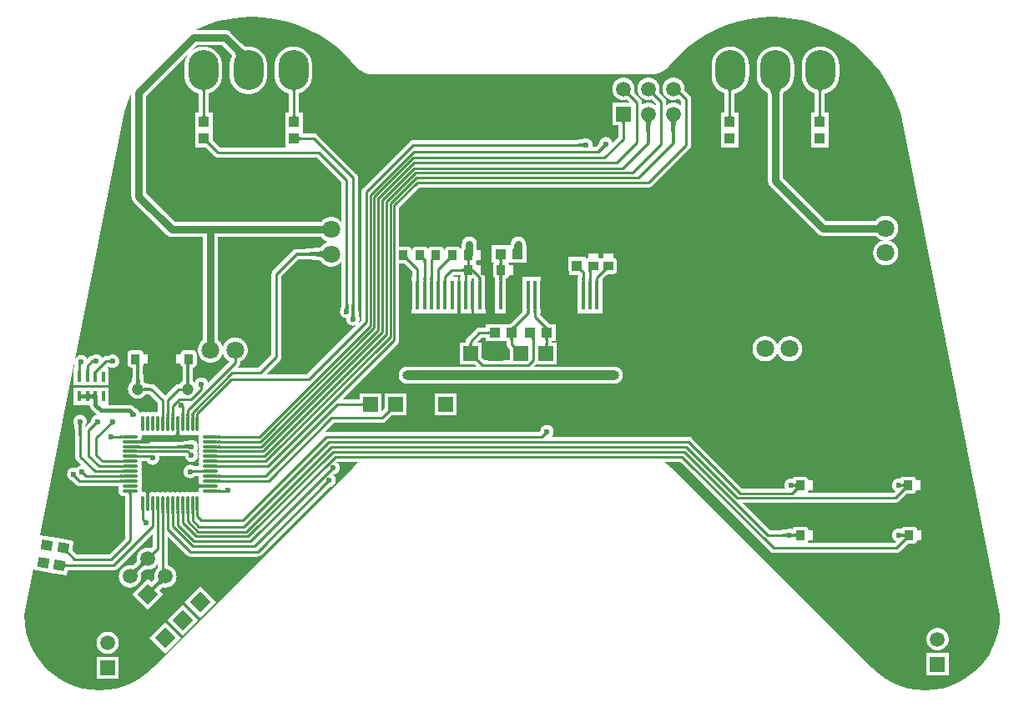
<source format=gbl>
G04 Layer_Physical_Order=2*
G04 Layer_Color=16711680*
%FSLAX25Y25*%
%MOIN*%
G70*
G01*
G75*
%ADD10C,0.01000*%
G04:AMPARAMS|DCode=13|XSize=39.37mil|YSize=35.43mil|CornerRadius=1.77mil|HoleSize=0mil|Usage=FLASHONLY|Rotation=180.000|XOffset=0mil|YOffset=0mil|HoleType=Round|Shape=RoundedRectangle|*
%AMROUNDEDRECTD13*
21,1,0.03937,0.03189,0,0,180.0*
21,1,0.03583,0.03543,0,0,180.0*
1,1,0.00354,-0.01791,0.01595*
1,1,0.00354,0.01791,0.01595*
1,1,0.00354,0.01791,-0.01595*
1,1,0.00354,-0.01791,-0.01595*
%
%ADD13ROUNDEDRECTD13*%
G04:AMPARAMS|DCode=14|XSize=39.37mil|YSize=35.43mil|CornerRadius=1.77mil|HoleSize=0mil|Usage=FLASHONLY|Rotation=270.000|XOffset=0mil|YOffset=0mil|HoleType=Round|Shape=RoundedRectangle|*
%AMROUNDEDRECTD14*
21,1,0.03937,0.03189,0,0,270.0*
21,1,0.03583,0.03543,0,0,270.0*
1,1,0.00354,-0.01595,-0.01791*
1,1,0.00354,-0.01595,0.01791*
1,1,0.00354,0.01595,0.01791*
1,1,0.00354,0.01595,-0.01791*
%
%ADD14ROUNDEDRECTD14*%
%ADD16R,0.03937X0.04331*%
%ADD17R,0.04331X0.03937*%
%ADD20C,0.03000*%
G04:AMPARAMS|DCode=21|XSize=78.74mil|YSize=94.49mil|CornerRadius=0mil|HoleSize=0mil|Usage=FLASHONLY|Rotation=80.000|XOffset=0mil|YOffset=0mil|HoleType=Round|Shape=Round|*
%AMOVALD21*
21,1,0.01575,0.07874,0.00000,0.00000,170.0*
1,1,0.07874,0.00775,-0.00137*
1,1,0.07874,-0.00775,0.00137*
%
%ADD21OVALD21*%

G04:AMPARAMS|DCode=22|XSize=39.37mil|YSize=78.74mil|CornerRadius=0mil|HoleSize=0mil|Usage=FLASHONLY|Rotation=260.000|XOffset=0mil|YOffset=0mil|HoleType=Round|Shape=Round|*
%AMOVALD22*
21,1,0.03937,0.03937,0.00000,0.00000,350.0*
1,1,0.03937,-0.01939,0.00342*
1,1,0.03937,0.01939,-0.00342*
%
%ADD22OVALD22*%

%ADD23R,0.05906X0.05906*%
%ADD24P,0.08352X4X270.0*%
%ADD25C,0.05906*%
%ADD26R,0.05906X0.05906*%
%ADD27O,0.12000X0.16000*%
%ADD28C,0.07087*%
%ADD29C,0.09843*%
%ADD30O,0.86614X0.03937*%
%ADD31C,0.04724*%
%ADD32C,0.02362*%
%ADD33R,0.01575X0.11811*%
%ADD34O,0.01181X0.06496*%
%ADD35O,0.06496X0.01181*%
G04:AMPARAMS|DCode=36|XSize=39.37mil|YSize=43.31mil|CornerRadius=0mil|HoleSize=0mil|Usage=FLASHONLY|Rotation=80.000|XOffset=0mil|YOffset=0mil|HoleType=Round|Shape=Rectangle|*
%AMROTATEDRECTD36*
4,1,4,0.01791,-0.02315,-0.02474,-0.01563,-0.01791,0.02315,0.02474,0.01563,0.01791,-0.02315,0.0*
%
%ADD36ROTATEDRECTD36*%

%ADD37R,0.01575X0.03937*%
%ADD38C,0.01500*%
G36*
X296489Y264237D02*
X296481Y264196D01*
X296475Y264136D01*
X296460Y263843D01*
X296453Y263193D01*
X296279D01*
X296319Y263142D01*
X296380Y263073D01*
X296443Y263007D01*
X296509Y262944D01*
X296577Y262884D01*
X296648Y262827D01*
X296722Y262773D01*
X296798Y262722D01*
X296876Y262675D01*
X296956Y262631D01*
X297038Y262591D01*
X297121Y262554D01*
X297206Y262521D01*
X297292Y262492D01*
X297380Y262466D01*
X297469Y262444D01*
X297558Y262426D01*
X297648Y262413D01*
X297739Y262403D01*
X297830Y262397D01*
X297921Y262395D01*
X298012Y262397D01*
X298103Y262403D01*
X298194Y262413D01*
X298284Y262426D01*
X298374Y262444D01*
X298463Y262466D01*
X298550Y262492D01*
X298636Y262521D01*
X298722Y262554D01*
X298805Y262591D01*
X298887Y262631D01*
X298905Y262641D01*
X298924Y262631D01*
X299006Y262591D01*
X299090Y262554D01*
X299175Y262521D01*
X299261Y262492D01*
X299349Y262466D01*
X299437Y262444D01*
X299527Y262426D01*
X299617Y262413D01*
X299708Y262403D01*
X299798Y262397D01*
X299890Y262395D01*
X299981Y262397D01*
X300072Y262403D01*
X300163Y262413D01*
X300253Y262426D01*
X300342Y262444D01*
X300431Y262466D01*
X300519Y262492D01*
X300605Y262521D01*
X300690Y262554D01*
X300774Y262591D01*
X300855Y262631D01*
X300874Y262641D01*
X300893Y262631D01*
X300974Y262591D01*
X301058Y262554D01*
X301143Y262521D01*
X301230Y262492D01*
X301317Y262466D01*
X301406Y262444D01*
X301495Y262426D01*
X301585Y262413D01*
X301676Y262403D01*
X301767Y262397D01*
X301858Y262395D01*
X301950Y262397D01*
X302041Y262403D01*
X302131Y262413D01*
X302221Y262426D01*
X302311Y262444D01*
X302399Y262466D01*
X302487Y262492D01*
X302573Y262521D01*
X302659Y262554D01*
X302742Y262591D01*
X302824Y262631D01*
X302842Y262641D01*
X302861Y262631D01*
X302943Y262591D01*
X303027Y262554D01*
X303112Y262521D01*
X303198Y262492D01*
X303286Y262466D01*
X303374Y262444D01*
X303464Y262426D01*
X303554Y262413D01*
X303644Y262403D01*
X303736Y262397D01*
X303827Y262395D01*
X303918Y262397D01*
X304009Y262403D01*
X304100Y262413D01*
X304190Y262426D01*
X304279Y262444D01*
X304362Y262464D01*
X304364Y262462D01*
X304344Y262379D01*
X304327Y262290D01*
X304313Y262200D01*
X304303Y262109D01*
X304297Y262018D01*
X304295Y261927D01*
X304297Y261836D01*
X304303Y261744D01*
X304313Y261654D01*
X304327Y261564D01*
X304344Y261474D01*
X304366Y261386D01*
X304392Y261298D01*
X304421Y261212D01*
X304454Y261127D01*
X304491Y261043D01*
X304531Y260961D01*
X304541Y260943D01*
X304531Y260924D01*
X304491Y260842D01*
X304454Y260758D01*
X304421Y260673D01*
X304392Y260587D01*
X304366Y260500D01*
X304344Y260411D01*
X304327Y260321D01*
X304313Y260231D01*
X304303Y260140D01*
X304297Y260050D01*
X304295Y259958D01*
X304297Y259867D01*
X304303Y259776D01*
X304313Y259685D01*
X304327Y259595D01*
X304344Y259506D01*
X304366Y259417D01*
X304392Y259330D01*
X304421Y259243D01*
X304454Y259158D01*
X304491Y259074D01*
X304531Y258993D01*
X304541Y258974D01*
X304531Y258955D01*
X304491Y258874D01*
X304454Y258790D01*
X304421Y258705D01*
X304392Y258619D01*
X304366Y258531D01*
X304344Y258442D01*
X304327Y258353D01*
X304313Y258263D01*
X304303Y258172D01*
X304297Y258081D01*
X304295Y257990D01*
X304297Y257899D01*
X304303Y257807D01*
X304313Y257717D01*
X304327Y257627D01*
X304344Y257537D01*
X304366Y257449D01*
X304392Y257361D01*
X304421Y257275D01*
X304454Y257190D01*
X304491Y257106D01*
X304531Y257024D01*
X304541Y257006D01*
X304531Y256987D01*
X304491Y256905D01*
X304454Y256821D01*
X304421Y256736D01*
X304392Y256650D01*
X304366Y256562D01*
X304344Y256474D01*
X304327Y256384D01*
X304313Y256294D01*
X304303Y256204D01*
X304297Y256113D01*
X304295Y256021D01*
X304297Y255930D01*
X304303Y255839D01*
X304313Y255748D01*
X304327Y255658D01*
X304344Y255569D01*
X304366Y255480D01*
X304392Y255393D01*
X304421Y255306D01*
X304454Y255221D01*
X304491Y255137D01*
X304531Y255056D01*
X304541Y255037D01*
X304531Y255018D01*
X304491Y254937D01*
X304454Y254853D01*
X304421Y254768D01*
X304392Y254682D01*
X304366Y254594D01*
X304344Y254505D01*
X304327Y254416D01*
X304313Y254326D01*
X304303Y254235D01*
X304297Y254144D01*
X304295Y254053D01*
X304297Y253961D01*
X304303Y253871D01*
X304313Y253780D01*
X304327Y253690D01*
X304344Y253600D01*
X304366Y253512D01*
X304392Y253424D01*
X304421Y253338D01*
X304454Y253253D01*
X304491Y253169D01*
X304531Y253087D01*
X304541Y253068D01*
X304531Y253050D01*
X304491Y252968D01*
X304454Y252885D01*
X304421Y252799D01*
X304392Y252713D01*
X304366Y252625D01*
X304344Y252537D01*
X304327Y252447D01*
X304313Y252357D01*
X304303Y252267D01*
X304297Y252175D01*
X304295Y252084D01*
X304297Y251993D01*
X304303Y251902D01*
X304313Y251811D01*
X304327Y251721D01*
X304344Y251632D01*
X304366Y251543D01*
X304392Y251455D01*
X304421Y251369D01*
X304454Y251284D01*
X304491Y251201D01*
X304531Y251119D01*
X304541Y251100D01*
X304531Y251081D01*
X304491Y250999D01*
X304454Y250916D01*
X304421Y250831D01*
X304392Y250745D01*
X304366Y250657D01*
X304344Y250568D01*
X304327Y250479D01*
X304313Y250389D01*
X304303Y250298D01*
X304297Y250207D01*
X304295Y250148D01*
X302605D01*
X302592Y250158D01*
X302511Y250216D01*
X302427Y250271D01*
X302341Y250322D01*
X302253Y250371D01*
X302164Y250416D01*
X302072Y250458D01*
X301980Y250496D01*
X301886Y250531D01*
X301790Y250562D01*
X301694Y250590D01*
X301597Y250614D01*
X301499Y250635D01*
X301400Y250652D01*
X301300Y250665D01*
X301200Y250674D01*
X301100Y250680D01*
X301000Y250682D01*
X300900Y250680D01*
X300800Y250674D01*
X300700Y250665D01*
X300600Y250652D01*
X300501Y250635D01*
X300403Y250614D01*
X300306Y250590D01*
X300210Y250562D01*
X300114Y250531D01*
X300020Y250496D01*
X299928Y250458D01*
X299836Y250416D01*
X299747Y250371D01*
X299659Y250322D01*
X299573Y250271D01*
X299489Y250216D01*
X299408Y250158D01*
X299328Y250097D01*
X299251Y250032D01*
X299176Y249966D01*
X299104Y249896D01*
X299034Y249824D01*
X298968Y249749D01*
X298903Y249672D01*
X298842Y249592D01*
X298784Y249511D01*
X298729Y249427D01*
X298678Y249341D01*
X298629Y249253D01*
X298584Y249164D01*
X298542Y249072D01*
X298504Y248980D01*
X298469Y248886D01*
X298438Y248790D01*
X298410Y248694D01*
X298386Y248597D01*
X298365Y248499D01*
X298348Y248400D01*
X298335Y248300D01*
X298326Y248200D01*
X298320Y248100D01*
X298318Y248000D01*
X298320Y247900D01*
X298326Y247800D01*
X298335Y247700D01*
X298348Y247600D01*
X298365Y247501D01*
X298386Y247403D01*
X298410Y247306D01*
X298438Y247210D01*
X298469Y247114D01*
X298504Y247020D01*
X298542Y246928D01*
X298584Y246836D01*
X298629Y246747D01*
X298678Y246659D01*
X298729Y246573D01*
X298784Y246489D01*
X298842Y246408D01*
X298903Y246328D01*
X298968Y246251D01*
X299034Y246176D01*
X299104Y246104D01*
X299176Y246034D01*
X299251Y245968D01*
X299328Y245903D01*
X299408Y245842D01*
X299489Y245784D01*
X299573Y245729D01*
X299659Y245678D01*
X299747Y245629D01*
X299836Y245584D01*
X299928Y245542D01*
X300020Y245504D01*
X300114Y245469D01*
X300210Y245438D01*
X300306Y245410D01*
X300403Y245386D01*
X300501Y245365D01*
X300600Y245348D01*
X300700Y245335D01*
X300800Y245326D01*
X300900Y245320D01*
X301000Y245318D01*
X301100Y245320D01*
X301200Y245326D01*
X301300Y245335D01*
X301400Y245348D01*
X301499Y245365D01*
X301597Y245386D01*
X301694Y245410D01*
X301790Y245438D01*
X301886Y245469D01*
X301980Y245504D01*
X302072Y245542D01*
X302164Y245584D01*
X302253Y245629D01*
X302341Y245678D01*
X302427Y245729D01*
X302511Y245784D01*
X302592Y245842D01*
X302672Y245903D01*
X302749Y245968D01*
X302824Y246034D01*
X302896Y246104D01*
X302938Y246147D01*
X304295D01*
X304297Y246088D01*
X304303Y245996D01*
X304313Y245906D01*
X304327Y245816D01*
X304344Y245726D01*
X304366Y245637D01*
X304392Y245550D01*
X304421Y245464D01*
X304454Y245378D01*
X304491Y245295D01*
X304531Y245213D01*
X304541Y245195D01*
X304531Y245176D01*
X304491Y245094D01*
X304454Y245010D01*
X304421Y244925D01*
X304392Y244839D01*
X304366Y244751D01*
X304344Y244663D01*
X304327Y244573D01*
X304313Y244483D01*
X304303Y244392D01*
X304297Y244302D01*
X304295Y244210D01*
X304297Y244119D01*
X304303Y244028D01*
X304313Y243937D01*
X304327Y243847D01*
X304344Y243758D01*
X304366Y243669D01*
X304392Y243581D01*
X304421Y243495D01*
X304454Y243410D01*
X304491Y243326D01*
X304531Y243245D01*
X304575Y243165D01*
X304622Y243087D01*
X304673Y243011D01*
X304727Y242937D01*
X304784Y242866D01*
X304844Y242798D01*
X304853Y242788D01*
X305162Y242771D01*
X305649Y242765D01*
X306160Y242787D01*
Y242759D01*
X307553Y242742D01*
Y241742D01*
X306670Y241739D01*
X306160Y241705D01*
Y241697D01*
X306142Y241704D01*
X304781Y241614D01*
X304727Y241546D01*
X304673Y241473D01*
X304622Y241397D01*
X304575Y241319D01*
X304531Y241239D01*
X304491Y241157D01*
X304454Y241073D01*
X304421Y240988D01*
X304392Y240902D01*
X304366Y240814D01*
X304344Y240726D01*
X304327Y240636D01*
X304313Y240546D01*
X304303Y240456D01*
X304297Y240364D01*
X304295Y240273D01*
X304297Y240182D01*
X304303Y240091D01*
X304313Y240000D01*
X304327Y239910D01*
X304344Y239821D01*
X304364Y239738D01*
X304362Y239736D01*
X304279Y239756D01*
X304190Y239774D01*
X304100Y239787D01*
X304009Y239797D01*
X303918Y239803D01*
X303827Y239805D01*
X303736Y239803D01*
X303644Y239797D01*
X303554Y239787D01*
X303464Y239774D01*
X303374Y239756D01*
X303286Y239734D01*
X303198Y239708D01*
X303112Y239679D01*
X303027Y239646D01*
X302943Y239609D01*
X302861Y239569D01*
X302842Y239559D01*
X302824Y239569D01*
X302742Y239609D01*
X302659Y239646D01*
X302573Y239679D01*
X302487Y239708D01*
X302399Y239734D01*
X302311Y239756D01*
X302221Y239774D01*
X302131Y239787D01*
X302041Y239797D01*
X301950Y239803D01*
X301858Y239805D01*
X301767Y239803D01*
X301676Y239797D01*
X301585Y239787D01*
X301495Y239774D01*
X301406Y239756D01*
X301317Y239734D01*
X301230Y239708D01*
X301143Y239679D01*
X301058Y239646D01*
X300974Y239609D01*
X300893Y239569D01*
X300874Y239559D01*
X300855Y239569D01*
X300774Y239609D01*
X300690Y239646D01*
X300605Y239679D01*
X300519Y239708D01*
X300431Y239734D01*
X300342Y239756D01*
X300253Y239774D01*
X300163Y239787D01*
X300072Y239797D01*
X299981Y239803D01*
X299890Y239805D01*
X299798Y239803D01*
X299708Y239797D01*
X299617Y239787D01*
X299527Y239774D01*
X299437Y239756D01*
X299349Y239734D01*
X299261Y239708D01*
X299175Y239679D01*
X299090Y239646D01*
X299006Y239609D01*
X298924Y239569D01*
X298905Y239559D01*
X298887Y239569D01*
X298805Y239609D01*
X298722Y239646D01*
X298636Y239679D01*
X298550Y239708D01*
X298463Y239734D01*
X298374Y239756D01*
X298284Y239774D01*
X298194Y239787D01*
X298103Y239797D01*
X298012Y239803D01*
X297921Y239805D01*
X297830Y239803D01*
X297739Y239797D01*
X297648Y239787D01*
X297558Y239774D01*
X297469Y239756D01*
X297380Y239734D01*
X297292Y239708D01*
X297206Y239679D01*
X297121Y239646D01*
X297038Y239609D01*
X296956Y239569D01*
X296937Y239559D01*
X296918Y239569D01*
X296836Y239609D01*
X296753Y239646D01*
X296668Y239679D01*
X296582Y239708D01*
X296494Y239734D01*
X296405Y239756D01*
X296316Y239774D01*
X296226Y239787D01*
X296135Y239797D01*
X296044Y239803D01*
X295953Y239805D01*
X295862Y239803D01*
X295771Y239797D01*
X295680Y239787D01*
X295590Y239774D01*
X295500Y239756D01*
X295411Y239734D01*
X295324Y239708D01*
X295238Y239679D01*
X295152Y239646D01*
X295069Y239609D01*
X294987Y239569D01*
X294969Y239559D01*
X294950Y239569D01*
X294868Y239609D01*
X294784Y239646D01*
X294699Y239679D01*
X294613Y239708D01*
X294526Y239734D01*
X294437Y239756D01*
X294347Y239774D01*
X294257Y239787D01*
X294166Y239797D01*
X294075Y239803D01*
X293984Y239805D01*
X293893Y239803D01*
X293802Y239797D01*
X293711Y239787D01*
X293621Y239774D01*
X293532Y239756D01*
X293443Y239734D01*
X293355Y239708D01*
X293269Y239679D01*
X293184Y239646D01*
X293101Y239609D01*
X293019Y239569D01*
X293000Y239559D01*
X292981Y239569D01*
X292899Y239609D01*
X292816Y239646D01*
X292731Y239679D01*
X292645Y239708D01*
X292557Y239734D01*
X292468Y239756D01*
X292379Y239774D01*
X292289Y239787D01*
X292198Y239797D01*
X292107Y239803D01*
X292016Y239805D01*
X291925Y239803D01*
X291833Y239797D01*
X291743Y239787D01*
X291653Y239774D01*
X291563Y239756D01*
X291475Y239734D01*
X291387Y239708D01*
X291301Y239679D01*
X291215Y239646D01*
X291132Y239609D01*
X291050Y239569D01*
X291032Y239559D01*
X291013Y239569D01*
X290931Y239609D01*
X290847Y239646D01*
X290762Y239679D01*
X290676Y239708D01*
X290588Y239734D01*
X290500Y239756D01*
X290410Y239774D01*
X290320Y239787D01*
X290230Y239797D01*
X290139Y239803D01*
X290047Y239805D01*
X289956Y239803D01*
X289865Y239797D01*
X289774Y239787D01*
X289684Y239774D01*
X289595Y239756D01*
X289506Y239734D01*
X289418Y239708D01*
X289332Y239679D01*
X289247Y239646D01*
X289163Y239609D01*
X289082Y239569D01*
X289063Y239559D01*
X289044Y239569D01*
X288963Y239609D01*
X288879Y239646D01*
X288794Y239679D01*
X288707Y239708D01*
X288620Y239734D01*
X288531Y239756D01*
X288442Y239774D01*
X288352Y239787D01*
X288261Y239797D01*
X288170Y239803D01*
X288079Y239805D01*
X287987Y239803D01*
X287896Y239797D01*
X287806Y239787D01*
X287716Y239774D01*
X287626Y239756D01*
X287538Y239734D01*
X287450Y239708D01*
X287364Y239679D01*
X287279Y239646D01*
X287195Y239609D01*
X287113Y239569D01*
X287094Y239559D01*
X287076Y239569D01*
X286994Y239609D01*
X286910Y239646D01*
X286825Y239679D01*
X286739Y239708D01*
X286651Y239734D01*
X286563Y239756D01*
X286473Y239774D01*
X286383Y239787D01*
X286293Y239797D01*
X286201Y239803D01*
X286110Y239805D01*
X286019Y239803D01*
X285928Y239797D01*
X285837Y239787D01*
X285747Y239774D01*
X285658Y239756D01*
X285569Y239734D01*
X285481Y239708D01*
X285395Y239679D01*
X285310Y239646D01*
X285226Y239609D01*
X285145Y239569D01*
X285065Y239525D01*
X284987Y239478D01*
X284911Y239427D01*
X284837Y239373D01*
X284766Y239316D01*
X284757Y239308D01*
X284685Y237987D01*
X284687Y237940D01*
X284682D01*
X284671Y237738D01*
X284642Y235347D01*
X283642D01*
X283639Y236230D01*
X283430Y239385D01*
X283373Y239427D01*
X283297Y239478D01*
X283219Y239525D01*
X283139Y239569D01*
X283057Y239609D01*
X282973Y239646D01*
X282888Y239679D01*
X282802Y239708D01*
X282714Y239734D01*
X282626Y239756D01*
X282536Y239774D01*
X282446Y239787D01*
X282355Y239797D01*
X282264Y239803D01*
X282173Y239805D01*
X282082Y239803D01*
X281991Y239797D01*
X281900Y239787D01*
X281810Y239774D01*
X281721Y239756D01*
X281638Y239736D01*
X281635Y239738D01*
X281656Y239821D01*
X281674Y239910D01*
X281687Y240000D01*
X281697Y240091D01*
X281703Y240182D01*
X281705Y240273D01*
X281703Y240364D01*
X281697Y240456D01*
X281687Y240546D01*
X281674Y240636D01*
X281656Y240726D01*
X281634Y240814D01*
X281608Y240902D01*
X281579Y240988D01*
X281546Y241073D01*
X281509Y241157D01*
X281469Y241239D01*
X281459Y241258D01*
X281469Y241276D01*
X281509Y241358D01*
X281546Y241441D01*
X281579Y241527D01*
X281608Y241613D01*
X281634Y241701D01*
X281656Y241789D01*
X281674Y241879D01*
X281687Y241969D01*
X281697Y242059D01*
X281703Y242150D01*
X281705Y242242D01*
X281703Y242333D01*
X281697Y242424D01*
X281687Y242515D01*
X281674Y242605D01*
X281656Y242694D01*
X281634Y242783D01*
X281608Y242870D01*
X281579Y242957D01*
X281546Y243042D01*
X281509Y243126D01*
X281469Y243207D01*
X281459Y243226D01*
X281469Y243245D01*
X281509Y243326D01*
X281546Y243410D01*
X281579Y243495D01*
X281608Y243581D01*
X281634Y243669D01*
X281656Y243758D01*
X281674Y243847D01*
X281687Y243937D01*
X281697Y244028D01*
X281703Y244119D01*
X281705Y244210D01*
X281703Y244302D01*
X281697Y244392D01*
X281687Y244483D01*
X281674Y244573D01*
X281656Y244663D01*
X281634Y244751D01*
X281608Y244839D01*
X281579Y244925D01*
X281546Y245010D01*
X281509Y245094D01*
X281469Y245176D01*
X281459Y245195D01*
X281469Y245213D01*
X281509Y245295D01*
X281546Y245378D01*
X281579Y245464D01*
X281608Y245550D01*
X281634Y245637D01*
X281656Y245726D01*
X281674Y245816D01*
X281687Y245906D01*
X281697Y245996D01*
X281703Y246088D01*
X281705Y246179D01*
X281703Y246270D01*
X281697Y246361D01*
X281687Y246452D01*
X281674Y246542D01*
X281656Y246631D01*
X281634Y246720D01*
X281608Y246808D01*
X281579Y246894D01*
X281546Y246979D01*
X281509Y247062D01*
X281469Y247144D01*
X281459Y247163D01*
X281469Y247182D01*
X281509Y247264D01*
X281546Y247347D01*
X281579Y247432D01*
X281608Y247518D01*
X281634Y247606D01*
X281656Y247695D01*
X281674Y247784D01*
X281687Y247874D01*
X281697Y247965D01*
X281703Y248056D01*
X281705Y248147D01*
X281703Y248238D01*
X281697Y248329D01*
X281687Y248420D01*
X281674Y248510D01*
X281656Y248600D01*
X281634Y248689D01*
X281608Y248776D01*
X281579Y248862D01*
X281546Y248948D01*
X281509Y249031D01*
X281469Y249113D01*
X281459Y249131D01*
X281469Y249150D01*
X281509Y249232D01*
X281546Y249316D01*
X281579Y249401D01*
X281608Y249487D01*
X281634Y249574D01*
X281656Y249663D01*
X281674Y249753D01*
X281687Y249843D01*
X281697Y249934D01*
X281703Y250025D01*
X281705Y250116D01*
X281703Y250207D01*
X281697Y250298D01*
X281687Y250389D01*
X281674Y250479D01*
X281656Y250568D01*
X281634Y250657D01*
X281608Y250745D01*
X281579Y250831D01*
X281546Y250916D01*
X281509Y250999D01*
X281469Y251081D01*
X281459Y251100D01*
X281469Y251119D01*
X281509Y251201D01*
X281546Y251284D01*
X281579Y251369D01*
X281608Y251455D01*
X281634Y251543D01*
X281656Y251632D01*
X281674Y251721D01*
X281687Y251811D01*
X281697Y251902D01*
X281703Y251993D01*
X281704Y252052D01*
X283652D01*
X283678Y252006D01*
X283730Y251920D01*
X283784Y251836D01*
X283842Y251754D01*
X283904Y251675D01*
X283967Y251597D01*
X284034Y251522D01*
X284104Y251450D01*
X284176Y251381D01*
X284251Y251314D01*
X284328Y251250D01*
X284408Y251189D01*
X284489Y251131D01*
X284573Y251076D01*
X284659Y251024D01*
X284747Y250976D01*
X284837Y250930D01*
X284928Y250889D01*
X285020Y250850D01*
X285114Y250815D01*
X285210Y250784D01*
X285306Y250756D01*
X285403Y250732D01*
X285502Y250712D01*
X285600Y250695D01*
X285700Y250682D01*
X285800Y250672D01*
X285900Y250667D01*
X286000Y250665D01*
X286100Y250667D01*
X286200Y250672D01*
X286300Y250682D01*
X286400Y250695D01*
X286498Y250712D01*
X286597Y250732D01*
X286694Y250756D01*
X286790Y250784D01*
X286886Y250815D01*
X286980Y250850D01*
X287072Y250889D01*
X287163Y250930D01*
X287253Y250976D01*
X287341Y251024D01*
X287427Y251076D01*
X287511Y251131D01*
X287592Y251189D01*
X287672Y251250D01*
X287749Y251314D01*
X287824Y251381D01*
X287896Y251450D01*
X287966Y251522D01*
X288033Y251597D01*
X288096Y251675D01*
X288158Y251754D01*
X288216Y251836D01*
X288271Y251920D01*
X288322Y252006D01*
X288371Y252093D01*
X288416Y252183D01*
X288458Y252274D01*
X288496Y252367D01*
X288531Y252461D01*
X288562Y252556D01*
X288590Y252652D01*
X288614Y252750D01*
X288635Y252848D01*
X288652Y252947D01*
X288665Y253046D01*
X288674Y253146D01*
X288680Y253246D01*
X288682Y253346D01*
X288680Y253447D01*
X288674Y253547D01*
X288665Y253647D01*
X288652Y253746D01*
X288635Y253845D01*
X288614Y253943D01*
X288596Y254018D01*
X288598Y254021D01*
X298862D01*
X298865Y254001D01*
X298886Y253903D01*
X298910Y253806D01*
X298938Y253710D01*
X298969Y253614D01*
X299004Y253520D01*
X299042Y253428D01*
X299084Y253337D01*
X299129Y253247D01*
X299178Y253159D01*
X299229Y253073D01*
X299284Y252989D01*
X299342Y252908D01*
X299404Y252828D01*
X299467Y252751D01*
X299534Y252676D01*
X299604Y252604D01*
X299676Y252534D01*
X299751Y252467D01*
X299828Y252403D01*
X299908Y252342D01*
X299989Y252284D01*
X300073Y252229D01*
X300159Y252178D01*
X300247Y252129D01*
X300337Y252084D01*
X300428Y252042D01*
X300520Y252004D01*
X300614Y251969D01*
X300710Y251938D01*
X300806Y251910D01*
X300903Y251886D01*
X301002Y251865D01*
X301100Y251848D01*
X301200Y251835D01*
X301300Y251826D01*
X301400Y251820D01*
X301500Y251818D01*
X301600Y251820D01*
X301700Y251826D01*
X301800Y251835D01*
X301900Y251848D01*
X301998Y251865D01*
X302097Y251886D01*
X302194Y251910D01*
X302290Y251938D01*
X302386Y251969D01*
X302480Y252004D01*
X302572Y252042D01*
X302663Y252084D01*
X302753Y252129D01*
X302841Y252178D01*
X302927Y252229D01*
X303011Y252284D01*
X303092Y252342D01*
X303172Y252403D01*
X303249Y252467D01*
X303324Y252534D01*
X303396Y252604D01*
X303466Y252676D01*
X303533Y252751D01*
X303596Y252828D01*
X303658Y252908D01*
X303716Y252989D01*
X303771Y253073D01*
X303822Y253159D01*
X303871Y253247D01*
X303916Y253337D01*
X303958Y253428D01*
X303996Y253520D01*
X304031Y253614D01*
X304062Y253710D01*
X304090Y253806D01*
X304114Y253903D01*
X304135Y254001D01*
X304152Y254100D01*
X304165Y254200D01*
X304174Y254300D01*
X304180Y254400D01*
X304182Y254500D01*
X304180Y254600D01*
X304174Y254700D01*
X304165Y254800D01*
X304152Y254900D01*
X304135Y254998D01*
X304114Y255097D01*
X304090Y255194D01*
X304062Y255290D01*
X304031Y255386D01*
X303996Y255480D01*
X303958Y255572D01*
X303916Y255663D01*
X303871Y255753D01*
X303822Y255841D01*
X303771Y255927D01*
X303716Y256011D01*
X303658Y256092D01*
X303596Y256172D01*
X303533Y256249D01*
X303531Y256251D01*
X303586Y256318D01*
X303647Y256397D01*
X303705Y256479D01*
X303760Y256563D01*
X303812Y256649D01*
X303861Y256737D01*
X303906Y256826D01*
X303948Y256917D01*
X303986Y257010D01*
X304021Y257104D01*
X304052Y257199D01*
X304080Y257296D01*
X304104Y257393D01*
X304125Y257491D01*
X304141Y257590D01*
X304154Y257689D01*
X304164Y257789D01*
X304170Y257890D01*
X304171Y257990D01*
X304170Y258090D01*
X304164Y258190D01*
X304154Y258290D01*
X304141Y258389D01*
X304125Y258488D01*
X304104Y258587D01*
X304080Y258684D01*
X304052Y258780D01*
X304021Y258875D01*
X303986Y258969D01*
X303948Y259062D01*
X303906Y259153D01*
X303861Y259243D01*
X303812Y259331D01*
X303760Y259416D01*
X303705Y259500D01*
X303647Y259582D01*
X303586Y259662D01*
X303522Y259739D01*
X303455Y259814D01*
X303386Y259886D01*
X303314Y259956D01*
X303239Y260022D01*
X303162Y260086D01*
X303082Y260147D01*
X303000Y260205D01*
X302916Y260260D01*
X302831Y260312D01*
X302743Y260361D01*
X302653Y260406D01*
X302562Y260448D01*
X302469Y260486D01*
X302375Y260521D01*
X302280Y260552D01*
X302184Y260580D01*
X302086Y260604D01*
X301988Y260625D01*
X301889Y260641D01*
X301790Y260654D01*
X301690Y260664D01*
X301590Y260669D01*
X301490Y260671D01*
X301390Y260669D01*
X301289Y260664D01*
X301189Y260654D01*
X301090Y260641D01*
X300991Y260625D01*
X300893Y260604D01*
X300796Y260580D01*
X300699Y260552D01*
X300604Y260521D01*
X300510Y260486D01*
X300417Y260448D01*
X300326Y260406D01*
X300237Y260361D01*
X300149Y260312D01*
X300063Y260260D01*
X300006Y260223D01*
X296526Y259993D01*
X295701Y259990D01*
X280913D01*
X280907Y259990D01*
Y259458D01*
X279840Y259413D01*
Y260503D01*
X279863Y260495D01*
X279904Y260487D01*
X279964Y260480D01*
X280257Y260466D01*
X280907Y260458D01*
Y260284D01*
X280958Y260325D01*
X281027Y260385D01*
X281093Y260448D01*
X281156Y260514D01*
X281216Y260583D01*
X281273Y260654D01*
X281327Y260727D01*
X281378Y260803D01*
X281425Y260881D01*
X281469Y260961D01*
X281509Y261043D01*
X281546Y261127D01*
X281579Y261212D01*
X281608Y261298D01*
X281634Y261386D01*
X281656Y261474D01*
X281674Y261564D01*
X281687Y261654D01*
X281697Y261744D01*
X281703Y261836D01*
X281705Y261927D01*
X281703Y262018D01*
X281697Y262109D01*
X281687Y262200D01*
X281674Y262290D01*
X281656Y262379D01*
X281635Y262462D01*
X281638Y262464D01*
X281721Y262444D01*
X281810Y262426D01*
X281900Y262413D01*
X281991Y262403D01*
X282082Y262397D01*
X282173Y262395D01*
X282264Y262397D01*
X282355Y262403D01*
X282446Y262413D01*
X282536Y262426D01*
X282626Y262444D01*
X282714Y262466D01*
X282802Y262492D01*
X282888Y262521D01*
X282973Y262554D01*
X283057Y262591D01*
X283139Y262631D01*
X283157Y262641D01*
X283176Y262631D01*
X283258Y262591D01*
X283342Y262554D01*
X283426Y262521D01*
X283513Y262492D01*
X283600Y262466D01*
X283689Y262444D01*
X283779Y262426D01*
X283869Y262413D01*
X283960Y262403D01*
X284050Y262397D01*
X284142Y262395D01*
X284233Y262397D01*
X284324Y262403D01*
X284415Y262413D01*
X284505Y262426D01*
X284594Y262444D01*
X284683Y262466D01*
X284770Y262492D01*
X284857Y262521D01*
X284942Y262554D01*
X285026Y262591D01*
X285107Y262631D01*
X285126Y262641D01*
X285145Y262631D01*
X285226Y262591D01*
X285310Y262554D01*
X285395Y262521D01*
X285481Y262492D01*
X285569Y262466D01*
X285658Y262444D01*
X285747Y262426D01*
X285837Y262413D01*
X285928Y262403D01*
X286019Y262397D01*
X286110Y262395D01*
X286201Y262397D01*
X286293Y262403D01*
X286383Y262413D01*
X286473Y262426D01*
X286563Y262444D01*
X286651Y262466D01*
X286739Y262492D01*
X286825Y262521D01*
X286910Y262554D01*
X286994Y262591D01*
X287076Y262631D01*
X287094Y262641D01*
X287113Y262631D01*
X287195Y262591D01*
X287279Y262554D01*
X287364Y262521D01*
X287450Y262492D01*
X287538Y262466D01*
X287626Y262444D01*
X287716Y262426D01*
X287806Y262413D01*
X287896Y262403D01*
X287987Y262397D01*
X288079Y262395D01*
X288170Y262397D01*
X288261Y262403D01*
X288352Y262413D01*
X288442Y262426D01*
X288531Y262444D01*
X288620Y262466D01*
X288707Y262492D01*
X288794Y262521D01*
X288879Y262554D01*
X288963Y262591D01*
X289044Y262631D01*
X289063Y262641D01*
X289082Y262631D01*
X289163Y262591D01*
X289247Y262554D01*
X289332Y262521D01*
X289418Y262492D01*
X289506Y262466D01*
X289595Y262444D01*
X289684Y262426D01*
X289774Y262413D01*
X289865Y262403D01*
X289956Y262397D01*
X290047Y262395D01*
X290139Y262397D01*
X290230Y262403D01*
X290320Y262413D01*
X290410Y262426D01*
X290500Y262444D01*
X290588Y262466D01*
X290676Y262492D01*
X290762Y262521D01*
X290847Y262554D01*
X290931Y262591D01*
X291013Y262631D01*
X291032Y262641D01*
X291050Y262631D01*
X291132Y262591D01*
X291215Y262554D01*
X291301Y262521D01*
X291387Y262492D01*
X291475Y262466D01*
X291563Y262444D01*
X291653Y262426D01*
X291743Y262413D01*
X291833Y262403D01*
X291925Y262397D01*
X292016Y262395D01*
X292107Y262397D01*
X292198Y262403D01*
X292289Y262413D01*
X292379Y262426D01*
X292468Y262444D01*
X292557Y262466D01*
X292645Y262492D01*
X292731Y262521D01*
X292816Y262554D01*
X292899Y262591D01*
X292981Y262631D01*
X293000Y262641D01*
X293019Y262631D01*
X293101Y262591D01*
X293184Y262554D01*
X293269Y262521D01*
X293355Y262492D01*
X293443Y262466D01*
X293532Y262444D01*
X293621Y262426D01*
X293711Y262413D01*
X293802Y262403D01*
X293893Y262397D01*
X293984Y262395D01*
X294075Y262397D01*
X294166Y262403D01*
X294257Y262413D01*
X294347Y262426D01*
X294437Y262444D01*
X294526Y262466D01*
X294613Y262492D01*
X294699Y262521D01*
X294784Y262554D01*
X294868Y262591D01*
X294950Y262631D01*
X295030Y262675D01*
X295108Y262722D01*
X295184Y262773D01*
X295257Y262827D01*
X295328Y262884D01*
X295397Y262944D01*
X295463Y263007D01*
X295526Y263073D01*
X295586Y263142D01*
X295627Y263193D01*
X295453D01*
X295408Y264260D01*
X296498D01*
X296489Y264237D01*
D02*
G37*
G36*
X263677Y266864D02*
X263634Y266841D01*
X263538Y266763D01*
X263186Y266440D01*
X260854Y264146D01*
X260146Y264854D01*
X262864Y267677D01*
X263677Y266864D01*
D02*
G37*
G36*
X311949Y262463D02*
X311991Y262456D01*
X312051Y262449D01*
X312343Y262434D01*
X312994Y262427D01*
Y261427D01*
X311927Y261382D01*
Y262472D01*
X311949Y262463D01*
D02*
G37*
G36*
X257765Y267049D02*
X257709Y266856D01*
X257660Y266576D01*
X257618Y266211D01*
X257529Y264596D01*
X257500Y262206D01*
X256500D01*
X256497Y263089D01*
X256235Y267049D01*
X256173Y267157D01*
X257827D01*
X257765Y267049D01*
D02*
G37*
G36*
X294529Y270026D02*
X293439D01*
X293448Y270049D01*
X293456Y270091D01*
X293462Y270151D01*
X293477Y270443D01*
X293484Y271094D01*
X294484D01*
X294529Y270026D01*
D02*
G37*
G36*
X298466D02*
X297376D01*
X297385Y270049D01*
X297393Y270091D01*
X297399Y270151D01*
X297414Y270443D01*
X297421Y271094D01*
X298421D01*
X298466Y270026D01*
D02*
G37*
G36*
X290592D02*
X289502D01*
X289511Y270049D01*
X289518Y270091D01*
X289525Y270151D01*
X289540Y270443D01*
X289547Y271094D01*
X290547D01*
X290592Y270026D01*
D02*
G37*
G36*
X292561D02*
X291471D01*
X291479Y270049D01*
X291487Y270091D01*
X291494Y270151D01*
X291509Y270443D01*
X291516Y271094D01*
X292516D01*
X292561Y270026D01*
D02*
G37*
G36*
X311949Y256558D02*
X311991Y256550D01*
X312051Y256543D01*
X312343Y256528D01*
X312994Y256521D01*
Y255521D01*
X311927Y255476D01*
Y256566D01*
X311949Y256558D01*
D02*
G37*
G36*
X300646Y257163D02*
X300539Y257225D01*
X300346Y257281D01*
X300066Y257330D01*
X299700Y257372D01*
X298086Y257460D01*
X295695Y257490D01*
Y258490D01*
X296578Y258493D01*
X300539Y258754D01*
X300646Y258817D01*
Y257163D01*
D02*
G37*
G36*
X311949Y254589D02*
X311991Y254582D01*
X312051Y254575D01*
X312343Y254560D01*
X312994Y254553D01*
Y253553D01*
X311927Y253508D01*
Y254598D01*
X311949Y254589D01*
D02*
G37*
G36*
X279863Y256558D02*
X279904Y256550D01*
X279964Y256543D01*
X280257Y256528D01*
X280907Y256521D01*
Y255521D01*
X279840Y255476D01*
Y256566D01*
X279863Y256558D01*
D02*
G37*
G36*
X311949Y260495D02*
X311991Y260487D01*
X312051Y260480D01*
X312343Y260466D01*
X312994Y260458D01*
Y259458D01*
X311927Y259413D01*
Y260503D01*
X311949Y260495D01*
D02*
G37*
G36*
X274074Y261382D02*
X274051Y261390D01*
X274009Y261398D01*
X273949Y261405D01*
X273657Y261420D01*
X273006Y261427D01*
Y262427D01*
X274074Y262472D01*
Y261382D01*
D02*
G37*
G36*
X279863Y258526D02*
X279904Y258519D01*
X279964Y258512D01*
X280257Y258497D01*
X280907Y258490D01*
Y257490D01*
X279840Y257445D01*
Y258535D01*
X279863Y258526D01*
D02*
G37*
G36*
X311949D02*
X311991Y258519D01*
X312051Y258512D01*
X312343Y258497D01*
X312994Y258490D01*
Y257490D01*
X311927Y257445D01*
Y258535D01*
X311949Y258526D01*
D02*
G37*
G36*
X300435Y270026D02*
X299345D01*
X299353Y270049D01*
X299361Y270091D01*
X299368Y270151D01*
X299383Y270443D01*
X299390Y271094D01*
X300390D01*
X300435Y270026D01*
D02*
G37*
G36*
X277500Y398904D02*
Y358000D01*
X277501Y357893D01*
X277507Y357786D01*
X277517Y357679D01*
X277530Y357573D01*
X277547Y357467D01*
X277568Y357362D01*
X277593Y357258D01*
X277621Y357155D01*
X277653Y357052D01*
X277689Y356951D01*
X277728Y356852D01*
X277771Y356753D01*
X277817Y356657D01*
X277867Y356562D01*
X277920Y356469D01*
X277976Y356378D01*
X278035Y356289D01*
X278098Y356202D01*
X278164Y356117D01*
X278232Y356035D01*
X278304Y355955D01*
X278378Y355878D01*
X291628Y342628D01*
X291705Y342554D01*
X291785Y342482D01*
X291867Y342414D01*
X291952Y342348D01*
X292039Y342285D01*
X292128Y342226D01*
X292219Y342170D01*
X292312Y342117D01*
X292407Y342067D01*
X292464Y342039D01*
X292503Y342021D01*
X292602Y341978D01*
X292701Y341939D01*
X292802Y341903D01*
X292905Y341871D01*
X293008Y341843D01*
X293112Y341818D01*
X293217Y341797D01*
X293323Y341780D01*
X293429Y341767D01*
X293536Y341757D01*
X293643Y341752D01*
X293750Y341750D01*
X306100D01*
Y300604D01*
X306067Y300580D01*
X305955Y300493D01*
X305846Y300404D01*
X305739Y300311D01*
X305635Y300215D01*
X305534Y300116D01*
X305435Y300015D01*
X305339Y299911D01*
X305246Y299804D01*
X305157Y299695D01*
X305070Y299583D01*
X304987Y299469D01*
X304906Y299352D01*
X304829Y299234D01*
X304756Y299113D01*
X304686Y298990D01*
X304619Y298865D01*
X304556Y298738D01*
X304496Y298610D01*
X304440Y298480D01*
X304388Y298349D01*
X304339Y298216D01*
X304294Y298082D01*
X304253Y297946D01*
X304216Y297810D01*
X304183Y297672D01*
X304153Y297534D01*
X304128Y297395D01*
X304106Y297255D01*
X304088Y297115D01*
X304074Y296974D01*
X304064Y296833D01*
X304058Y296691D01*
X304056Y296550D01*
X304058Y296409D01*
X304064Y296267D01*
X304074Y296126D01*
X304088Y295985D01*
X304106Y295845D01*
X304128Y295705D01*
X304153Y295566D01*
X304183Y295428D01*
X304216Y295290D01*
X304253Y295154D01*
X304294Y295018D01*
X304339Y294884D01*
X304388Y294751D01*
X304440Y294620D01*
X304496Y294490D01*
X304556Y294362D01*
X304619Y294235D01*
X304686Y294110D01*
X304756Y293987D01*
X304829Y293867D01*
X304906Y293748D01*
X304987Y293631D01*
X305070Y293517D01*
X305157Y293405D01*
X305246Y293296D01*
X305339Y293189D01*
X305435Y293085D01*
X305534Y292984D01*
X305635Y292885D01*
X305739Y292789D01*
X305846Y292696D01*
X305955Y292607D01*
X306067Y292520D01*
X306181Y292437D01*
X306298Y292356D01*
X306417Y292279D01*
X306537Y292206D01*
X306660Y292136D01*
X306785Y292069D01*
X306912Y292006D01*
X307040Y291946D01*
X307170Y291890D01*
X307301Y291838D01*
X307434Y291789D01*
X307568Y291744D01*
X307704Y291703D01*
X307840Y291666D01*
X307978Y291633D01*
X308116Y291603D01*
X308255Y291578D01*
X308395Y291556D01*
X308535Y291538D01*
X308676Y291524D01*
X308817Y291514D01*
X308959Y291508D01*
X309100Y291506D01*
X309242Y291508D01*
X309383Y291514D01*
X309524Y291524D01*
X309665Y291538D01*
X309805Y291556D01*
X309945Y291578D01*
X310084Y291603D01*
X310222Y291633D01*
X310360Y291666D01*
X310496Y291703D01*
X310632Y291744D01*
X310766Y291789D01*
X310899Y291838D01*
X311030Y291890D01*
X311160Y291946D01*
X311288Y292006D01*
X311415Y292069D01*
X311540Y292136D01*
X311663Y292206D01*
X311784Y292279D01*
X311902Y292356D01*
X312019Y292437D01*
X312133Y292520D01*
X312245Y292607D01*
X312354Y292696D01*
X312461Y292789D01*
X312565Y292885D01*
X312667Y292984D01*
X312765Y293085D01*
X312861Y293189D01*
X312954Y293296D01*
X313043Y293405D01*
X313130Y293517D01*
X313213Y293631D01*
X313294Y293748D01*
X313371Y293867D01*
X313444Y293987D01*
X313514Y294110D01*
X313581Y294235D01*
X313644Y294362D01*
X313704Y294490D01*
X313760Y294620D01*
X313812Y294751D01*
X313861Y294884D01*
X313906Y295018D01*
X313947Y295154D01*
X313984Y295290D01*
X313998Y295348D01*
X314002D01*
X314016Y295290D01*
X314053Y295154D01*
X314094Y295018D01*
X314139Y294884D01*
X314188Y294751D01*
X314240Y294620D01*
X314296Y294490D01*
X314356Y294362D01*
X314419Y294235D01*
X314486Y294110D01*
X314556Y293987D01*
X314629Y293867D01*
X314706Y293748D01*
X314787Y293631D01*
X314870Y293517D01*
X314957Y293405D01*
X315046Y293296D01*
X315139Y293189D01*
X315235Y293085D01*
X315334Y292984D01*
X315435Y292885D01*
X315539Y292789D01*
X315646Y292696D01*
X315755Y292607D01*
X315867Y292520D01*
X315981Y292437D01*
X316098Y292356D01*
X316217Y292279D01*
X316337Y292206D01*
X316460Y292136D01*
X316585Y292069D01*
X316685Y292019D01*
X316686Y292015D01*
X308143Y283472D01*
X308139Y283473D01*
X308135Y283499D01*
X308114Y283597D01*
X308090Y283694D01*
X308062Y283790D01*
X308031Y283886D01*
X307996Y283980D01*
X307958Y284072D01*
X307916Y284163D01*
X307871Y284253D01*
X307822Y284341D01*
X307771Y284427D01*
X307716Y284511D01*
X307658Y284592D01*
X307596Y284672D01*
X307533Y284749D01*
X307466Y284824D01*
X307396Y284896D01*
X307324Y284966D01*
X307249Y285033D01*
X307172Y285097D01*
X307092Y285158D01*
X307011Y285216D01*
X306927Y285271D01*
X306841Y285322D01*
X306753Y285371D01*
X306663Y285416D01*
X306572Y285458D01*
X306480Y285496D01*
X306386Y285531D01*
X306290Y285562D01*
X306194Y285590D01*
X306097Y285614D01*
X305998Y285635D01*
X305900Y285652D01*
X305800Y285665D01*
X305700Y285674D01*
X305600Y285680D01*
X305500Y285682D01*
X305400Y285680D01*
X305300Y285674D01*
X305200Y285665D01*
X305100Y285652D01*
X305001Y285635D01*
X304903Y285614D01*
X304806Y285590D01*
X304710Y285562D01*
X304614Y285531D01*
X304520Y285496D01*
X304428Y285458D01*
X304337Y285416D01*
X304247Y285371D01*
X304159Y285322D01*
X304073Y285271D01*
X303989Y285216D01*
X303908Y285158D01*
X303828Y285097D01*
X303751Y285033D01*
X303676Y284966D01*
X303604Y284896D01*
X303534Y284824D01*
X303467Y284749D01*
X303403Y284672D01*
X303342Y284592D01*
X303284Y284511D01*
X303229Y284427D01*
X303178Y284341D01*
X303129Y284253D01*
X303084Y284163D01*
X303042Y284072D01*
X303004Y283980D01*
X302969Y283886D01*
X302938Y283790D01*
X302910Y283694D01*
X302886Y283597D01*
X302882Y283577D01*
X302878Y283576D01*
X302816Y283644D01*
X302731Y283731D01*
X302644Y283816D01*
X302554Y283897D01*
X302462Y283976D01*
X302367Y284052D01*
X302270Y284125D01*
X302171Y284195D01*
X302170Y284195D01*
X302057Y289535D01*
X302096Y289538D01*
X302173Y289547D01*
X302249Y289560D01*
X302325Y289576D01*
X302400Y289595D01*
X302474Y289618D01*
X302547Y289644D01*
X302619Y289674D01*
X302689Y289707D01*
X302757Y289743D01*
X302824Y289782D01*
X302889Y289825D01*
X302952Y289870D01*
X303013Y289918D01*
X303071Y289969D01*
X303127Y290022D01*
X303181Y290078D01*
X303232Y290137D01*
X303280Y290198D01*
X303325Y290261D01*
X303367Y290325D01*
X303407Y290392D01*
X303443Y290461D01*
X303476Y290531D01*
X303505Y290603D01*
X303532Y290675D01*
X303555Y290750D01*
X303574Y290825D01*
X303590Y290900D01*
X303603Y290977D01*
X303611Y291054D01*
X303617Y291131D01*
X303619Y291209D01*
Y294791D01*
X303617Y294869D01*
X303611Y294946D01*
X303603Y295023D01*
X303590Y295100D01*
X303574Y295175D01*
X303555Y295250D01*
X303532Y295324D01*
X303505Y295397D01*
X303476Y295469D01*
X303443Y295539D01*
X303407Y295608D01*
X303367Y295674D01*
X303325Y295739D01*
X303280Y295802D01*
X303232Y295863D01*
X303181Y295921D01*
X303127Y295978D01*
X303071Y296031D01*
X303013Y296082D01*
X302952Y296130D01*
X302889Y296175D01*
X302824Y296218D01*
X302757Y296257D01*
X302689Y296293D01*
X302619Y296326D01*
X302547Y296356D01*
X302474Y296382D01*
X302400Y296405D01*
X302325Y296424D01*
X302249Y296440D01*
X302173Y296453D01*
X302096Y296462D01*
X302018Y296467D01*
X301941Y296469D01*
X298752D01*
X298675Y296467D01*
X298597Y296462D01*
X298520Y296453D01*
X298444Y296440D01*
X298368Y296424D01*
X298293Y296405D01*
X298219Y296382D01*
X298146Y296356D01*
X298074Y296326D01*
X298004Y296293D01*
X297936Y296257D01*
X297869Y296218D01*
X297804Y296175D01*
X297741Y296130D01*
X297680Y296082D01*
X297622Y296031D01*
X297566Y295978D01*
X297512Y295921D01*
X297461Y295863D01*
X297413Y295802D01*
X297368Y295739D01*
X297326Y295674D01*
X297286Y295608D01*
X297250Y295539D01*
X297217Y295469D01*
X297188Y295397D01*
X297161Y295324D01*
X297138Y295250D01*
X297119Y295175D01*
X297103Y295100D01*
X297091Y295023D01*
X297084Y294969D01*
X295031D01*
Y291032D01*
X297084D01*
X297091Y290977D01*
X297103Y290900D01*
X297119Y290825D01*
X297138Y290750D01*
X297161Y290675D01*
X297188Y290603D01*
X297217Y290531D01*
X297250Y290461D01*
X297286Y290392D01*
X297326Y290325D01*
X297368Y290261D01*
X297413Y290198D01*
X297461Y290137D01*
X297512Y290078D01*
X297566Y290022D01*
X297622Y289969D01*
X297680Y289918D01*
X297741Y289870D01*
X297804Y289825D01*
X297869Y289782D01*
X297936Y289743D01*
X297971Y289724D01*
X297908Y284247D01*
X297829Y284195D01*
X297730Y284125D01*
X297633Y284052D01*
X297538Y283976D01*
X297446Y283897D01*
X297356Y283816D01*
X297269Y283731D01*
X297184Y283644D01*
X297103Y283554D01*
X297024Y283462D01*
X296948Y283367D01*
X296875Y283270D01*
X296805Y283171D01*
X296739Y283070D01*
X296696Y283000D01*
X296500D01*
X296413Y282999D01*
X296326Y282993D01*
X296239Y282983D01*
X296153Y282970D01*
X296067Y282953D01*
X295982Y282932D01*
X295898Y282908D01*
X295816Y282880D01*
X295735Y282848D01*
X295655Y282813D01*
X295576Y282774D01*
X295500Y282733D01*
X295425Y282687D01*
X295353Y282639D01*
X295282Y282587D01*
X295214Y282533D01*
X295148Y282475D01*
X295085Y282415D01*
X291000Y278329D01*
X286915Y282415D01*
X286852Y282475D01*
X286786Y282533D01*
X286718Y282587D01*
X286647Y282639D01*
X286575Y282687D01*
X286500Y282733D01*
X286424Y282774D01*
X286345Y282813D01*
X286265Y282848D01*
X286184Y282880D01*
X286102Y282908D01*
X286018Y282932D01*
X285933Y282953D01*
X285847Y282970D01*
X285761Y282983D01*
X285674Y282993D01*
X285587Y282999D01*
X285522Y283000D01*
X285508Y283000D01*
X285501Y283000D01*
X285500Y283000D01*
X285498D01*
X283297Y283012D01*
X283261Y283070D01*
X283195Y283171D01*
X283125Y283270D01*
X283052Y283367D01*
X282976Y283462D01*
X282897Y283554D01*
X282816Y283644D01*
X282731Y283731D01*
X282644Y283816D01*
X282554Y283897D01*
X282462Y283976D01*
X282373Y284048D01*
X282007Y289574D01*
X282004Y290097D01*
X282039Y290137D01*
X282087Y290198D01*
X282132Y290261D01*
X282174Y290325D01*
X282214Y290392D01*
X282250Y290461D01*
X282283Y290531D01*
X282312Y290603D01*
X282339Y290675D01*
X282362Y290750D01*
X282381Y290825D01*
X282397Y290900D01*
X282410Y290977D01*
X282416Y291032D01*
X284469D01*
Y294969D01*
X282416D01*
X282410Y295023D01*
X282397Y295100D01*
X282381Y295175D01*
X282362Y295250D01*
X282339Y295324D01*
X282312Y295397D01*
X282283Y295469D01*
X282250Y295539D01*
X282214Y295608D01*
X282174Y295674D01*
X282132Y295739D01*
X282087Y295802D01*
X282039Y295863D01*
X281988Y295921D01*
X281934Y295978D01*
X281878Y296031D01*
X281820Y296082D01*
X281759Y296130D01*
X281696Y296175D01*
X281631Y296218D01*
X281564Y296257D01*
X281496Y296293D01*
X281426Y296326D01*
X281354Y296356D01*
X281281Y296382D01*
X281207Y296405D01*
X281132Y296424D01*
X281056Y296440D01*
X280980Y296453D01*
X280903Y296462D01*
X280825Y296467D01*
X280748Y296469D01*
X277559D01*
X277482Y296467D01*
X277404Y296462D01*
X277327Y296453D01*
X277251Y296440D01*
X277175Y296424D01*
X277100Y296405D01*
X277026Y296382D01*
X276953Y296356D01*
X276881Y296326D01*
X276811Y296293D01*
X276743Y296257D01*
X276676Y296218D01*
X276611Y296175D01*
X276548Y296130D01*
X276487Y296082D01*
X276429Y296031D01*
X276373Y295978D01*
X276319Y295921D01*
X276268Y295863D01*
X276220Y295802D01*
X276175Y295739D01*
X276133Y295674D01*
X276093Y295608D01*
X276057Y295539D01*
X276024Y295469D01*
X275995Y295397D01*
X275968Y295324D01*
X275945Y295250D01*
X275926Y295175D01*
X275910Y295100D01*
X275898Y295023D01*
X275889Y294946D01*
X275883Y294869D01*
X275881Y294791D01*
Y291209D01*
X275883Y291131D01*
X275889Y291054D01*
X275898Y290977D01*
X275910Y290900D01*
X275926Y290825D01*
X275945Y290750D01*
X275968Y290675D01*
X275995Y290603D01*
X276024Y290531D01*
X276057Y290461D01*
X276093Y290392D01*
X276133Y290325D01*
X276175Y290261D01*
X276220Y290198D01*
X276268Y290137D01*
X276319Y290078D01*
X276373Y290022D01*
X276429Y289969D01*
X276487Y289918D01*
X276548Y289870D01*
X276611Y289825D01*
X276676Y289782D01*
X276743Y289743D01*
X276811Y289707D01*
X276881Y289674D01*
X276953Y289644D01*
X277026Y289618D01*
X277100Y289595D01*
X277175Y289576D01*
X277251Y289560D01*
X277327Y289547D01*
X277404Y289538D01*
X277482Y289533D01*
X277559Y289531D01*
X277990D01*
X277993Y289528D01*
X277900Y286158D01*
X277780Y284667D01*
X277712Y284197D01*
X277690Y284095D01*
X277632Y284052D01*
X277538Y283976D01*
X277446Y283897D01*
X277356Y283816D01*
X277269Y283731D01*
X277184Y283644D01*
X277103Y283554D01*
X277024Y283462D01*
X276948Y283367D01*
X276875Y283270D01*
X276805Y283171D01*
X276739Y283070D01*
X276675Y282966D01*
X276615Y282861D01*
X276558Y282754D01*
X276505Y282645D01*
X276455Y282534D01*
X276409Y282422D01*
X276366Y282308D01*
X276326Y282194D01*
X276291Y282078D01*
X276259Y281961D01*
X276230Y281843D01*
X276206Y281724D01*
X276185Y281604D01*
X276168Y281484D01*
X276154Y281364D01*
X276145Y281242D01*
X276139Y281121D01*
X276137Y281000D01*
X276139Y280879D01*
X276145Y280757D01*
X276154Y280637D01*
X276168Y280516D01*
X276185Y280396D01*
X276206Y280276D01*
X276230Y280157D01*
X276259Y280039D01*
X276291Y279922D01*
X276326Y279806D01*
X276366Y279692D01*
X276409Y279578D01*
X276455Y279466D01*
X276505Y279355D01*
X276558Y279246D01*
X276615Y279139D01*
X276675Y279034D01*
X276739Y278930D01*
X276805Y278829D01*
X276875Y278730D01*
X276948Y278632D01*
X277024Y278538D01*
X277103Y278446D01*
X277184Y278356D01*
X277269Y278269D01*
X277356Y278184D01*
X277446Y278103D01*
X277538Y278024D01*
X277632Y277948D01*
X277730Y277875D01*
X277829Y277805D01*
X277930Y277739D01*
X278034Y277675D01*
X278139Y277615D01*
X278246Y277558D01*
X278355Y277505D01*
X278466Y277455D01*
X278578Y277409D01*
X278692Y277366D01*
X278806Y277326D01*
X278922Y277291D01*
X279039Y277259D01*
X279157Y277230D01*
X279276Y277206D01*
X279396Y277185D01*
X279516Y277168D01*
X279637Y277154D01*
X279757Y277145D01*
X279879Y277139D01*
X280000Y277137D01*
X280121Y277139D01*
X280242Y277145D01*
X280363Y277154D01*
X280484Y277168D01*
X280604Y277185D01*
X280724Y277206D01*
X280843Y277230D01*
X280961Y277259D01*
X281078Y277291D01*
X281194Y277326D01*
X281308Y277366D01*
X281422Y277409D01*
X281534Y277455D01*
X281645Y277505D01*
X281754Y277558D01*
X281861Y277615D01*
X281966Y277675D01*
X282070Y277739D01*
X282171Y277805D01*
X282270Y277875D01*
X282367Y277948D01*
X282462Y278024D01*
X282554Y278103D01*
X282644Y278184D01*
X282731Y278269D01*
X282816Y278356D01*
X282897Y278446D01*
X282976Y278538D01*
X283052Y278632D01*
X283125Y278730D01*
X283195Y278829D01*
X283261Y278930D01*
X283283Y278965D01*
X284684Y278987D01*
X288047Y275624D01*
Y271891D01*
X287987Y271890D01*
X287896Y271884D01*
X287806Y271874D01*
X287716Y271860D01*
X287626Y271842D01*
X287538Y271821D01*
X287450Y271795D01*
X287364Y271766D01*
X287279Y271733D01*
X287195Y271696D01*
X287113Y271656D01*
X287094Y271645D01*
X287076Y271656D01*
X286994Y271696D01*
X286910Y271733D01*
X286825Y271766D01*
X286739Y271795D01*
X286651Y271821D01*
X286563Y271842D01*
X286473Y271860D01*
X286383Y271874D01*
X286293Y271884D01*
X286201Y271890D01*
X286110Y271892D01*
X286019Y271890D01*
X285928Y271884D01*
X285837Y271874D01*
X285747Y271860D01*
X285658Y271842D01*
X285569Y271821D01*
X285481Y271795D01*
X285395Y271766D01*
X285310Y271733D01*
X285226Y271696D01*
X285145Y271656D01*
X285126Y271645D01*
X285107Y271656D01*
X285026Y271696D01*
X284942Y271733D01*
X284857Y271766D01*
X284770Y271795D01*
X284683Y271821D01*
X284594Y271842D01*
X284505Y271860D01*
X284415Y271874D01*
X284324Y271884D01*
X284233Y271890D01*
X284142Y271892D01*
X284050Y271890D01*
X283960Y271884D01*
X283869Y271874D01*
X283779Y271860D01*
X283689Y271842D01*
X283600Y271821D01*
X283513Y271795D01*
X283426Y271766D01*
X283342Y271733D01*
X283258Y271696D01*
X283176Y271656D01*
X283157Y271645D01*
X283139Y271656D01*
X283057Y271696D01*
X282973Y271733D01*
X282888Y271766D01*
X282802Y271795D01*
X282714Y271821D01*
X282626Y271842D01*
X282536Y271860D01*
X282446Y271874D01*
X282355Y271884D01*
X282264Y271890D01*
X282173Y271892D01*
X282082Y271890D01*
X281991Y271884D01*
X281900Y271874D01*
X281810Y271860D01*
X281721Y271842D01*
X281632Y271821D01*
X281544Y271795D01*
X281458Y271766D01*
X281373Y271733D01*
X281290Y271696D01*
X281208Y271656D01*
X281128Y271612D01*
X281050Y271564D01*
X280974Y271514D01*
X280900Y271460D01*
X280829Y271403D01*
X280761Y271342D01*
X280750Y271332D01*
X280746Y271333D01*
X280735Y271398D01*
X280714Y271497D01*
X280690Y271594D01*
X280662Y271690D01*
X280631Y271786D01*
X280596Y271880D01*
X280558Y271972D01*
X280516Y272063D01*
X280471Y272153D01*
X280422Y272241D01*
X280371Y272327D01*
X280316Y272411D01*
X280258Y272492D01*
X280196Y272572D01*
X280133Y272649D01*
X280066Y272724D01*
X279996Y272796D01*
X279924Y272866D01*
X279849Y272933D01*
X279772Y272996D01*
X279692Y273058D01*
X279611Y273116D01*
X279527Y273171D01*
X279441Y273222D01*
X279353Y273271D01*
X279263Y273316D01*
X279172Y273358D01*
X279080Y273396D01*
X278986Y273431D01*
X278890Y273462D01*
X278794Y273490D01*
X278792Y273491D01*
X278291Y273991D01*
X278224Y274056D01*
X278154Y274117D01*
X278082Y274176D01*
X278008Y274232D01*
X277931Y274284D01*
X277852Y274333D01*
X277771Y274379D01*
X277688Y274422D01*
X277604Y274461D01*
X277518Y274497D01*
X277431Y274529D01*
X277342Y274557D01*
X277253Y274582D01*
X277162Y274603D01*
X277070Y274620D01*
X276978Y274633D01*
X276886Y274643D01*
X276793Y274649D01*
X276700Y274651D01*
X268512D01*
Y281532D01*
X254488D01*
Y274594D01*
X260825D01*
X260825Y274586D01*
X260826Y274532D01*
X260832Y274439D01*
X260842Y274347D01*
X260855Y274255D01*
X260872Y274163D01*
X260893Y274073D01*
X260918Y273983D01*
X260946Y273895D01*
X260978Y273807D01*
X261014Y273721D01*
X261053Y273637D01*
X261096Y273554D01*
X261141Y273473D01*
X261191Y273394D01*
X261243Y273318D01*
X261299Y273243D01*
X261357Y273171D01*
X261419Y273101D01*
X261484Y273034D01*
X263709Y270809D01*
X263776Y270744D01*
X263845Y270683D01*
X263848Y270681D01*
X263847Y270677D01*
X263800Y270674D01*
X263700Y270665D01*
X263600Y270652D01*
X263502Y270635D01*
X263403Y270614D01*
X263306Y270590D01*
X263210Y270562D01*
X263114Y270531D01*
X263020Y270496D01*
X262928Y270458D01*
X262837Y270416D01*
X262747Y270371D01*
X262659Y270322D01*
X262573Y270271D01*
X262489Y270216D01*
X262408Y270158D01*
X262328Y270096D01*
X262251Y270033D01*
X262176Y269966D01*
X262104Y269896D01*
X262034Y269824D01*
X261967Y269749D01*
X261904Y269672D01*
X261842Y269592D01*
X261784Y269511D01*
X261729Y269427D01*
X261678Y269341D01*
X261629Y269253D01*
X261584Y269163D01*
X261542Y269072D01*
X261504Y268980D01*
X261469Y268886D01*
X261438Y268790D01*
X261410Y268694D01*
X261386Y268597D01*
X261365Y268498D01*
X261348Y268400D01*
X261335Y268300D01*
X261330Y268247D01*
X259109Y265940D01*
X259106Y265941D01*
X259113Y266083D01*
X259145Y266360D01*
X259153Y266401D01*
X259158Y266408D01*
X259216Y266489D01*
X259271Y266573D01*
X259322Y266659D01*
X259371Y266747D01*
X259416Y266837D01*
X259458Y266928D01*
X259496Y267020D01*
X259531Y267114D01*
X259562Y267210D01*
X259590Y267306D01*
X259614Y267403D01*
X259635Y267501D01*
X259652Y267600D01*
X259665Y267700D01*
X259674Y267800D01*
X259680Y267900D01*
X259682Y268000D01*
X259680Y268100D01*
X259674Y268200D01*
X259665Y268300D01*
X259652Y268400D01*
X259635Y268498D01*
X259614Y268597D01*
X259590Y268694D01*
X259562Y268790D01*
X259531Y268886D01*
X259496Y268980D01*
X259458Y269072D01*
X259416Y269163D01*
X259371Y269253D01*
X259322Y269341D01*
X259271Y269427D01*
X259216Y269511D01*
X259158Y269592D01*
X259097Y269672D01*
X259033Y269749D01*
X258966Y269824D01*
X258896Y269896D01*
X258824Y269966D01*
X258749Y270033D01*
X258672Y270096D01*
X258592Y270158D01*
X258511Y270216D01*
X258427Y270271D01*
X258341Y270322D01*
X258253Y270371D01*
X258163Y270416D01*
X258072Y270458D01*
X257980Y270496D01*
X257886Y270531D01*
X257790Y270562D01*
X257694Y270590D01*
X257597Y270614D01*
X257499Y270635D01*
X257400Y270652D01*
X257300Y270665D01*
X257200Y270674D01*
X257100Y270680D01*
X257000Y270682D01*
X256900Y270680D01*
X256800Y270674D01*
X256700Y270665D01*
X256600Y270652D01*
X256502Y270635D01*
X256403Y270614D01*
X256306Y270590D01*
X256210Y270562D01*
X256114Y270531D01*
X256020Y270496D01*
X255928Y270458D01*
X255837Y270416D01*
X255747Y270371D01*
X255659Y270322D01*
X255573Y270271D01*
X255489Y270216D01*
X255408Y270158D01*
X255328Y270096D01*
X255251Y270033D01*
X255176Y269966D01*
X255104Y269896D01*
X255034Y269824D01*
X254967Y269749D01*
X254904Y269672D01*
X254842Y269592D01*
X254784Y269511D01*
X254729Y269427D01*
X254678Y269341D01*
X254629Y269253D01*
X254584Y269163D01*
X254542Y269072D01*
X254504Y268980D01*
X254469Y268886D01*
X254438Y268790D01*
X254410Y268694D01*
X254386Y268597D01*
X254365Y268498D01*
X254348Y268400D01*
X254335Y268300D01*
X254326Y268200D01*
X254320Y268100D01*
X254318Y268000D01*
X254320Y267900D01*
X254326Y267800D01*
X254335Y267700D01*
X254348Y267600D01*
X254365Y267501D01*
X254386Y267403D01*
X254410Y267306D01*
X254438Y267210D01*
X254469Y267114D01*
X254504Y267020D01*
X254542Y266928D01*
X254584Y266837D01*
X254629Y266747D01*
X254678Y266659D01*
X254729Y266573D01*
X254767Y266516D01*
X254996Y263036D01*
X254999Y262211D01*
Y254000D01*
X255001Y253913D01*
X255007Y253826D01*
X255017Y253739D01*
X255030Y253653D01*
X255047Y253567D01*
X255068Y253482D01*
X255092Y253398D01*
X255120Y253316D01*
X255152Y253235D01*
X255187Y253155D01*
X255226Y253076D01*
X255268Y253000D01*
X255313Y252925D01*
X255361Y252853D01*
X255413Y252782D01*
X255468Y252714D01*
X255525Y252648D01*
X255585Y252585D01*
X257736Y250435D01*
X257734Y250431D01*
X257650Y250430D01*
X257550Y250424D01*
X257450Y250415D01*
X257350Y250402D01*
X257252Y250385D01*
X257153Y250364D01*
X257056Y250340D01*
X256960Y250312D01*
X256864Y250281D01*
X256770Y250246D01*
X256678Y250208D01*
X256587Y250166D01*
X256497Y250121D01*
X256409Y250072D01*
X256323Y250021D01*
X256239Y249966D01*
X256158Y249908D01*
X256078Y249847D01*
X256001Y249782D01*
X255926Y249716D01*
X255854Y249646D01*
X255784Y249574D01*
X255717Y249499D01*
X255654Y249422D01*
X255653Y249421D01*
X255572Y249458D01*
X255480Y249496D01*
X255386Y249531D01*
X255290Y249562D01*
X255194Y249590D01*
X255097Y249614D01*
X254998Y249635D01*
X254900Y249652D01*
X254800Y249665D01*
X254700Y249674D01*
X254600Y249680D01*
X254500Y249682D01*
X254400Y249680D01*
X254300Y249674D01*
X254200Y249665D01*
X254100Y249652D01*
X254001Y249635D01*
X253903Y249614D01*
X253806Y249590D01*
X253710Y249562D01*
X253614Y249531D01*
X253520Y249496D01*
X253428Y249458D01*
X253337Y249416D01*
X253247Y249371D01*
X253159Y249322D01*
X253073Y249271D01*
X252989Y249216D01*
X252908Y249158D01*
X252828Y249096D01*
X252751Y249032D01*
X252676Y248966D01*
X252604Y248896D01*
X252534Y248824D01*
X252467Y248749D01*
X252403Y248672D01*
X252342Y248592D01*
X252284Y248511D01*
X252229Y248427D01*
X252178Y248341D01*
X252129Y248253D01*
X252084Y248164D01*
X252042Y248072D01*
X252004Y247980D01*
X251969Y247886D01*
X251938Y247790D01*
X251910Y247694D01*
X251886Y247597D01*
X251865Y247498D01*
X251848Y247400D01*
X251835Y247300D01*
X251826Y247200D01*
X251820Y247100D01*
X251818Y247000D01*
X251820Y246900D01*
X251826Y246800D01*
X251835Y246700D01*
X251848Y246600D01*
X251865Y246501D01*
X251886Y246403D01*
X251910Y246306D01*
X251938Y246210D01*
X251969Y246114D01*
X252004Y246020D01*
X252042Y245928D01*
X252084Y245836D01*
X252129Y245747D01*
X252178Y245659D01*
X252229Y245573D01*
X252284Y245489D01*
X252342Y245408D01*
X252403Y245328D01*
X252467Y245251D01*
X252534Y245176D01*
X252604Y245104D01*
X252676Y245034D01*
X252751Y244968D01*
X252828Y244903D01*
X252908Y244842D01*
X252989Y244784D01*
X253073Y244729D01*
X253159Y244678D01*
X253247Y244629D01*
X253337Y244584D01*
X253428Y244542D01*
X253520Y244504D01*
X253614Y244469D01*
X253710Y244438D01*
X253743Y244428D01*
X255375Y242796D01*
X255438Y242735D01*
X255504Y242678D01*
X255572Y242623D01*
X255642Y242571D01*
X255715Y242523D01*
X255789Y242478D01*
X255866Y242436D01*
X255944Y242397D01*
X256024Y242362D01*
X256106Y242330D01*
X256188Y242302D01*
X256272Y242278D01*
X256357Y242257D01*
X256442Y242240D01*
X256529Y242227D01*
X256615Y242217D01*
X256702Y242212D01*
X256790Y242210D01*
X272209D01*
X272210Y242150D01*
X272216Y242059D01*
X272226Y241969D01*
X272240Y241879D01*
X272258Y241789D01*
X272279Y241701D01*
X272305Y241613D01*
X272334Y241527D01*
X272367Y241441D01*
X272404Y241358D01*
X272444Y241276D01*
X272455Y241258D01*
X272444Y241239D01*
X272404Y241157D01*
X272367Y241073D01*
X272334Y240988D01*
X272305Y240902D01*
X272279Y240814D01*
X272258Y240726D01*
X272240Y240636D01*
X272226Y240546D01*
X272216Y240456D01*
X272210Y240364D01*
X272208Y240273D01*
X272210Y240182D01*
X272216Y240091D01*
X272226Y240000D01*
X272240Y239910D01*
X272258Y239821D01*
X272279Y239732D01*
X272305Y239644D01*
X272334Y239558D01*
X272367Y239473D01*
X272404Y239389D01*
X272444Y239308D01*
X272488Y239228D01*
X272536Y239150D01*
X272586Y239074D01*
X272640Y239000D01*
X272697Y238929D01*
X272758Y238861D01*
X272821Y238795D01*
X272886Y238732D01*
X272955Y238671D01*
X273026Y238614D01*
X273100Y238560D01*
X273176Y238510D01*
X273254Y238462D01*
X273334Y238418D01*
X273415Y238378D01*
X273499Y238341D01*
X273584Y238308D01*
X273670Y238279D01*
X273758Y238253D01*
X273847Y238232D01*
X273936Y238214D01*
X274026Y238200D01*
X274117Y238190D01*
X274208Y238184D01*
X274299Y238182D01*
X274956D01*
Y221285D01*
X268671Y215001D01*
X255543D01*
X254038Y216506D01*
X253895Y216654D01*
X253885Y216666D01*
X254508Y220198D01*
X247916Y221360D01*
X241121Y222559D01*
X241119Y222562D01*
X254815Y291922D01*
X254819Y291922D01*
X254818Y291900D01*
X254820Y291800D01*
X254825Y291718D01*
X254823Y291709D01*
X254805Y291623D01*
X254792Y291537D01*
X254783Y291450D01*
X254777Y291363D01*
X254775Y291276D01*
Y289405D01*
X254488D01*
Y282469D01*
X268512D01*
Y289405D01*
X267540D01*
X267538Y289409D01*
X268222Y290093D01*
X268251Y290068D01*
X268328Y290003D01*
X268408Y289942D01*
X268489Y289884D01*
X268573Y289829D01*
X268659Y289778D01*
X268747Y289729D01*
X268836Y289684D01*
X268928Y289642D01*
X269020Y289604D01*
X269114Y289569D01*
X269210Y289538D01*
X269306Y289510D01*
X269403Y289486D01*
X269501Y289465D01*
X269600Y289448D01*
X269700Y289435D01*
X269800Y289426D01*
X269900Y289420D01*
X270000Y289418D01*
X270100Y289420D01*
X270200Y289426D01*
X270300Y289435D01*
X270400Y289448D01*
X270498Y289465D01*
X270597Y289486D01*
X270694Y289510D01*
X270790Y289538D01*
X270886Y289569D01*
X270980Y289604D01*
X271072Y289642D01*
X271164Y289684D01*
X271253Y289729D01*
X271341Y289778D01*
X271427Y289829D01*
X271511Y289884D01*
X271592Y289942D01*
X271672Y290003D01*
X271749Y290068D01*
X271824Y290134D01*
X271896Y290204D01*
X271966Y290276D01*
X272032Y290351D01*
X272096Y290428D01*
X272158Y290508D01*
X272216Y290589D01*
X272271Y290673D01*
X272322Y290759D01*
X272371Y290847D01*
X272416Y290936D01*
X272458Y291028D01*
X272496Y291120D01*
X272531Y291214D01*
X272562Y291310D01*
X272590Y291406D01*
X272614Y291503D01*
X272635Y291601D01*
X272652Y291700D01*
X272665Y291800D01*
X272674Y291900D01*
X272680Y292000D01*
X272682Y292100D01*
X272680Y292200D01*
X272674Y292300D01*
X272665Y292400D01*
X272652Y292500D01*
X272635Y292599D01*
X272614Y292697D01*
X272590Y292794D01*
X272562Y292890D01*
X272531Y292986D01*
X272496Y293080D01*
X272458Y293172D01*
X272416Y293264D01*
X272371Y293353D01*
X272322Y293441D01*
X272271Y293527D01*
X272216Y293611D01*
X272158Y293692D01*
X272096Y293772D01*
X272032Y293849D01*
X271966Y293924D01*
X271896Y293996D01*
X271824Y294066D01*
X271749Y294132D01*
X271672Y294197D01*
X271592Y294258D01*
X271511Y294316D01*
X271427Y294371D01*
X271341Y294422D01*
X271253Y294471D01*
X271164Y294516D01*
X271072Y294558D01*
X270980Y294596D01*
X270886Y294631D01*
X270790Y294662D01*
X270694Y294690D01*
X270597Y294714D01*
X270498Y294735D01*
X270400Y294752D01*
X270300Y294765D01*
X270200Y294774D01*
X270100Y294780D01*
X270000Y294782D01*
X269900Y294780D01*
X269800Y294774D01*
X269700Y294765D01*
X269600Y294752D01*
X269501Y294735D01*
X269403Y294714D01*
X269306Y294690D01*
X269210Y294662D01*
X269114Y294631D01*
X269020Y294596D01*
X268928Y294558D01*
X268836Y294516D01*
X268747Y294471D01*
X268659Y294422D01*
X268573Y294371D01*
X268489Y294316D01*
X268408Y294258D01*
X268328Y294197D01*
X268251Y294132D01*
X268215Y294100D01*
X267400D01*
X267313Y294099D01*
X267226Y294093D01*
X267139Y294083D01*
X267053Y294070D01*
X266967Y294053D01*
X266882Y294032D01*
X266798Y294008D01*
X266716Y293980D01*
X266634Y293948D01*
X266555Y293913D01*
X266476Y293874D01*
X266400Y293832D01*
X266325Y293787D01*
X266253Y293739D01*
X266182Y293687D01*
X266114Y293633D01*
X266049Y293575D01*
X265985Y293515D01*
X265891Y293420D01*
X265887Y293421D01*
X265871Y293453D01*
X265822Y293541D01*
X265771Y293627D01*
X265716Y293711D01*
X265658Y293792D01*
X265597Y293872D01*
X265532Y293949D01*
X265466Y294024D01*
X265396Y294096D01*
X265324Y294166D01*
X265249Y294233D01*
X265172Y294297D01*
X265092Y294358D01*
X265011Y294416D01*
X264927Y294471D01*
X264841Y294522D01*
X264753Y294571D01*
X264664Y294616D01*
X264572Y294658D01*
X264480Y294696D01*
X264386Y294731D01*
X264290Y294762D01*
X264194Y294790D01*
X264097Y294814D01*
X263999Y294835D01*
X263900Y294852D01*
X263800Y294865D01*
X263700Y294874D01*
X263600Y294880D01*
X263500Y294882D01*
X263400Y294880D01*
X263300Y294874D01*
X263200Y294865D01*
X263100Y294852D01*
X263001Y294835D01*
X262903Y294814D01*
X262806Y294790D01*
X262710Y294762D01*
X262614Y294731D01*
X262520Y294696D01*
X262428Y294658D01*
X262336Y294616D01*
X262247Y294571D01*
X262159Y294522D01*
X262073Y294471D01*
X261989Y294416D01*
X261908Y294358D01*
X261828Y294297D01*
X261751Y294233D01*
X261713Y294199D01*
X261626Y294193D01*
X261539Y294183D01*
X261453Y294170D01*
X261367Y294153D01*
X261282Y294132D01*
X261198Y294108D01*
X261116Y294080D01*
X261034Y294048D01*
X260955Y294013D01*
X260876Y293974D01*
X260800Y293933D01*
X260725Y293887D01*
X260653Y293839D01*
X260582Y293787D01*
X260514Y293733D01*
X260449Y293675D01*
X260385Y293615D01*
X259891Y293120D01*
X259887Y293121D01*
X259871Y293153D01*
X259822Y293241D01*
X259771Y293327D01*
X259716Y293411D01*
X259658Y293492D01*
X259596Y293572D01*
X259532Y293649D01*
X259466Y293724D01*
X259396Y293796D01*
X259324Y293866D01*
X259249Y293933D01*
X259172Y293997D01*
X259092Y294058D01*
X259011Y294116D01*
X258927Y294171D01*
X258841Y294222D01*
X258753Y294271D01*
X258664Y294316D01*
X258572Y294358D01*
X258480Y294396D01*
X258386Y294431D01*
X258290Y294462D01*
X258194Y294490D01*
X258097Y294514D01*
X257998Y294535D01*
X257900Y294552D01*
X257800Y294565D01*
X257700Y294574D01*
X257600Y294580D01*
X257500Y294582D01*
X257400Y294580D01*
X257300Y294574D01*
X257200Y294565D01*
X257100Y294552D01*
X257001Y294535D01*
X256903Y294514D01*
X256806Y294490D01*
X256710Y294462D01*
X256614Y294431D01*
X256520Y294396D01*
X256428Y294358D01*
X256336Y294316D01*
X256247Y294271D01*
X256159Y294222D01*
X256073Y294171D01*
X255989Y294116D01*
X255908Y294058D01*
X255828Y293997D01*
X255751Y293933D01*
X255676Y293866D01*
X255604Y293796D01*
X255534Y293724D01*
X255468Y293649D01*
X255403Y293572D01*
X255342Y293492D01*
X255284Y293411D01*
X255229Y293327D01*
X255178Y293241D01*
X255129Y293153D01*
X255084Y293063D01*
X255042Y292972D01*
X255012Y292899D01*
X255008Y292900D01*
X273571Y386911D01*
X274658Y391390D01*
X276111Y395719D01*
X277496Y398905D01*
X277500Y398904D01*
D02*
G37*
G36*
X348556Y332834D02*
X350995Y332632D01*
X351889Y332503D01*
X352572Y332358D01*
X352998Y332223D01*
X353087Y332178D01*
X353106Y332148D01*
X353186Y332031D01*
X353270Y331917D01*
X353357Y331805D01*
X353446Y331696D01*
X353539Y331589D01*
X353635Y331485D01*
X353733Y331383D01*
X353835Y331285D01*
X353939Y331189D01*
X354046Y331096D01*
X354155Y331007D01*
X354267Y330920D01*
X354381Y330837D01*
X354498Y330756D01*
X354617Y330679D01*
X354737Y330606D01*
X354860Y330536D01*
X354985Y330469D01*
X355112Y330406D01*
X355240Y330346D01*
X355370Y330290D01*
X355501Y330238D01*
X355634Y330189D01*
X355768Y330144D01*
X355904Y330103D01*
X356040Y330066D01*
X356178Y330033D01*
X356316Y330003D01*
X356455Y329977D01*
X356595Y329956D01*
X356735Y329938D01*
X356876Y329924D01*
X357017Y329914D01*
X357159Y329908D01*
X357300Y329906D01*
X357441Y329908D01*
X357583Y329914D01*
X357724Y329924D01*
X357865Y329938D01*
X358005Y329956D01*
X358145Y329977D01*
X358284Y330003D01*
X358422Y330033D01*
X358560Y330066D01*
X358696Y330103D01*
X358832Y330144D01*
X358966Y330189D01*
X359099Y330238D01*
X359230Y330290D01*
X359360Y330346D01*
X359488Y330406D01*
X359615Y330469D01*
X359740Y330536D01*
X359863Y330606D01*
X359983Y330679D01*
X360102Y330756D01*
X360219Y330837D01*
X360333Y330920D01*
X360445Y331007D01*
X360554Y331096D01*
X360661Y331189D01*
X360765Y331285D01*
X360866Y331383D01*
X360965Y331485D01*
X361061Y331589D01*
X361154Y331696D01*
X361243Y331805D01*
X361330Y331917D01*
X361414Y332031D01*
X361494Y332148D01*
X361496Y332151D01*
X361500Y332150D01*
Y317801D01*
X361471Y315454D01*
X361387Y313917D01*
X361354Y313640D01*
X361347Y313599D01*
X361342Y313592D01*
X361284Y313511D01*
X361229Y313427D01*
X361178Y313341D01*
X361129Y313253D01*
X361084Y313163D01*
X361042Y313072D01*
X361004Y312980D01*
X360969Y312886D01*
X360938Y312790D01*
X360910Y312694D01*
X360886Y312597D01*
X360865Y312498D01*
X360848Y312400D01*
X360835Y312300D01*
X360826Y312200D01*
X360820Y312100D01*
X360818Y312000D01*
X360820Y311900D01*
X360826Y311800D01*
X360835Y311700D01*
X360848Y311600D01*
X360865Y311502D01*
X360886Y311403D01*
X360910Y311306D01*
X360938Y311210D01*
X360969Y311114D01*
X361004Y311020D01*
X361042Y310928D01*
X361084Y310837D01*
X361129Y310747D01*
X361178Y310659D01*
X361229Y310573D01*
X361284Y310489D01*
X361342Y310408D01*
X361403Y310328D01*
X361468Y310251D01*
X361534Y310176D01*
X361604Y310104D01*
X361676Y310034D01*
X361751Y309967D01*
X361828Y309904D01*
X361908Y309842D01*
X361989Y309784D01*
X362073Y309729D01*
X362159Y309678D01*
X362247Y309629D01*
X362336Y309584D01*
X362428Y309542D01*
X362520Y309504D01*
X362614Y309469D01*
X362710Y309438D01*
X362806Y309410D01*
X362903Y309386D01*
X363001Y309365D01*
X363100Y309348D01*
X363200Y309335D01*
X363300Y309326D01*
X363335Y309324D01*
X363338Y309321D01*
X363335Y309300D01*
X363326Y309200D01*
X363320Y309100D01*
X363318Y309000D01*
X363320Y308900D01*
X363326Y308800D01*
X363335Y308700D01*
X363348Y308600D01*
X363365Y308502D01*
X363386Y308403D01*
X363410Y308306D01*
X363438Y308210D01*
X363469Y308114D01*
X363504Y308020D01*
X363542Y307928D01*
X363584Y307837D01*
X363629Y307747D01*
X363678Y307659D01*
X363729Y307573D01*
X363784Y307489D01*
X363842Y307408D01*
X363903Y307328D01*
X363967Y307251D01*
X364034Y307176D01*
X364104Y307104D01*
X364176Y307034D01*
X364251Y306967D01*
X364328Y306904D01*
X364408Y306842D01*
X364489Y306784D01*
X364573Y306729D01*
X364659Y306678D01*
X364747Y306629D01*
X364837Y306584D01*
X364928Y306542D01*
X365020Y306504D01*
X365114Y306469D01*
X365210Y306438D01*
X365306Y306410D01*
X365403Y306386D01*
X365501Y306365D01*
X365600Y306348D01*
X365700Y306335D01*
X365800Y306326D01*
X365900Y306320D01*
X366000Y306318D01*
X366100Y306320D01*
X366200Y306326D01*
X366300Y306335D01*
X366400Y306348D01*
X366498Y306365D01*
X366597Y306386D01*
X366694Y306410D01*
X366790Y306438D01*
X366886Y306469D01*
X366980Y306504D01*
X367072Y306542D01*
X367163Y306584D01*
X367253Y306629D01*
X367341Y306678D01*
X367347Y306681D01*
X367349Y306678D01*
X347671Y287000D01*
X331335D01*
X331333Y287004D01*
X336915Y292585D01*
X336975Y292649D01*
X337033Y292714D01*
X337087Y292782D01*
X337139Y292853D01*
X337187Y292925D01*
X337232Y293000D01*
X337274Y293076D01*
X337313Y293155D01*
X337348Y293234D01*
X337380Y293316D01*
X337408Y293398D01*
X337432Y293482D01*
X337453Y293567D01*
X337470Y293653D01*
X337483Y293739D01*
X337493Y293826D01*
X337499Y293913D01*
X337501Y294000D01*
Y326171D01*
X344260Y332931D01*
X348556Y332834D01*
D02*
G37*
G36*
X280506Y289521D02*
X280906Y283499D01*
X281013Y283214D01*
X281134Y283072D01*
X278866D01*
X278987Y283214D01*
X279094Y283499D01*
X279189Y283927D01*
X279272Y284500D01*
X279399Y286077D01*
X279494Y289521D01*
X279500Y290956D01*
X280500D01*
X280506Y289521D01*
D02*
G37*
G36*
X300524Y291042D02*
X301000D01*
X300905Y291032D01*
X300820Y291001D01*
X300745Y290951D01*
X300680Y290880D01*
X300625Y290789D01*
X300580Y290678D01*
X300545Y290546D01*
X300536Y290489D01*
X300689Y283259D01*
X299311D01*
X299347Y283359D01*
X299379Y283634D01*
X299407Y284085D01*
X299480Y290396D01*
X299455Y290546D01*
X299420Y290678D01*
X299375Y290789D01*
X299320Y290880D01*
X299255Y290951D01*
X299180Y291001D01*
X299095Y291032D01*
X299000Y291042D01*
X299487D01*
X299500Y292164D01*
X300500D01*
X300524Y291042D01*
D02*
G37*
G36*
X260428Y288703D02*
X260450Y288384D01*
X260469Y288253D01*
X260494Y288143D01*
X260524Y288053D01*
X260560Y287983D01*
X260601Y287933D01*
X260648Y287903D01*
X260701Y287894D01*
X259150D01*
X259202Y287903D01*
X259249Y287933D01*
X259290Y287983D01*
X259326Y288053D01*
X259356Y288143D01*
X259381Y288253D01*
X259400Y288384D01*
X259414Y288533D01*
X259425Y288894D01*
X260425D01*
X260428Y288703D01*
D02*
G37*
G36*
X353270Y341717D02*
X353357Y341605D01*
X353446Y341496D01*
X353539Y341389D01*
X353635Y341285D01*
X353733Y341183D01*
X353835Y341085D01*
X353939Y340989D01*
X354046Y340896D01*
X354155Y340807D01*
X354267Y340720D01*
X354381Y340636D01*
X354498Y340556D01*
X354616Y340479D01*
X354737Y340406D01*
X354860Y340336D01*
X354985Y340269D01*
X355112Y340206D01*
X355240Y340146D01*
X355370Y340090D01*
X355501Y340038D01*
X355634Y339989D01*
X355768Y339944D01*
X355904Y339903D01*
X356040Y339866D01*
X356098Y339852D01*
Y339848D01*
X356040Y339834D01*
X355904Y339797D01*
X355768Y339756D01*
X355634Y339711D01*
X355501Y339662D01*
X355370Y339610D01*
X355240Y339554D01*
X355112Y339494D01*
X354985Y339431D01*
X354860Y339364D01*
X354737Y339294D01*
X354617Y339221D01*
X354498Y339144D01*
X354381Y339064D01*
X354267Y338980D01*
X354155Y338893D01*
X354046Y338804D01*
X353939Y338711D01*
X353835Y338615D01*
X353733Y338516D01*
X353635Y338415D01*
X353539Y338311D01*
X353446Y338204D01*
X353357Y338095D01*
X353270Y337983D01*
X353186Y337869D01*
X353106Y337752D01*
X353087Y337722D01*
X352998Y337677D01*
X352572Y337542D01*
X351946Y337409D01*
X345308Y336963D01*
X343440Y336950D01*
X343423Y336950D01*
X343363Y336949D01*
X343276Y336943D01*
X343189Y336933D01*
X343103Y336920D01*
X343017Y336903D01*
X342932Y336882D01*
X342848Y336858D01*
X342766Y336830D01*
X342684Y336798D01*
X342604Y336763D01*
X342526Y336724D01*
X342450Y336683D01*
X342375Y336637D01*
X342303Y336589D01*
X342232Y336537D01*
X342164Y336482D01*
X342098Y336425D01*
X342035Y336365D01*
X334085Y328415D01*
X334025Y328351D01*
X333967Y328286D01*
X333913Y328218D01*
X333861Y328147D01*
X333813Y328075D01*
X333768Y328000D01*
X333726Y327924D01*
X333687Y327845D01*
X333652Y327765D01*
X333620Y327684D01*
X333592Y327602D01*
X333568Y327518D01*
X333547Y327433D01*
X333530Y327347D01*
X333517Y327261D01*
X333507Y327174D01*
X333501Y327087D01*
X333500Y327000D01*
Y294829D01*
X328171Y289500D01*
X319835D01*
X319833Y289504D01*
X320315Y289985D01*
X320375Y290049D01*
X320432Y290114D01*
X320487Y290182D01*
X320539Y290253D01*
X320587Y290325D01*
X320633Y290400D01*
X320674Y290476D01*
X320713Y290555D01*
X320748Y290634D01*
X320780Y290716D01*
X320808Y290798D01*
X320832Y290882D01*
X320853Y290967D01*
X320870Y291053D01*
X320883Y291139D01*
X320893Y291226D01*
X320899Y291313D01*
X320901Y291400D01*
Y291920D01*
X320960Y291946D01*
X321089Y292006D01*
X321215Y292069D01*
X321340Y292136D01*
X321463Y292206D01*
X321584Y292279D01*
X321702Y292356D01*
X321819Y292437D01*
X321933Y292520D01*
X322045Y292607D01*
X322154Y292696D01*
X322261Y292789D01*
X322365Y292885D01*
X322467Y292984D01*
X322565Y293085D01*
X322661Y293189D01*
X322754Y293296D01*
X322843Y293405D01*
X322930Y293517D01*
X323014Y293631D01*
X323094Y293748D01*
X323171Y293867D01*
X323244Y293987D01*
X323314Y294110D01*
X323381Y294235D01*
X323444Y294362D01*
X323504Y294490D01*
X323560Y294620D01*
X323612Y294751D01*
X323661Y294884D01*
X323706Y295018D01*
X323747Y295154D01*
X323784Y295290D01*
X323817Y295428D01*
X323847Y295566D01*
X323873Y295705D01*
X323894Y295845D01*
X323912Y295985D01*
X323926Y296126D01*
X323936Y296267D01*
X323942Y296409D01*
X323944Y296550D01*
X323942Y296691D01*
X323936Y296833D01*
X323926Y296974D01*
X323912Y297115D01*
X323894Y297255D01*
X323873Y297395D01*
X323847Y297534D01*
X323817Y297672D01*
X323784Y297810D01*
X323747Y297946D01*
X323706Y298082D01*
X323661Y298216D01*
X323612Y298349D01*
X323560Y298480D01*
X323504Y298610D01*
X323444Y298738D01*
X323381Y298865D01*
X323314Y298990D01*
X323244Y299113D01*
X323171Y299234D01*
X323094Y299352D01*
X323014Y299469D01*
X322930Y299583D01*
X322843Y299695D01*
X322754Y299804D01*
X322661Y299911D01*
X322565Y300015D01*
X322467Y300116D01*
X322365Y300215D01*
X322261Y300311D01*
X322154Y300404D01*
X322045Y300493D01*
X321933Y300580D01*
X321819Y300663D01*
X321702Y300744D01*
X321584Y300821D01*
X321463Y300894D01*
X321340Y300964D01*
X321215Y301031D01*
X321089Y301094D01*
X320960Y301154D01*
X320830Y301210D01*
X320699Y301262D01*
X320566Y301311D01*
X320432Y301356D01*
X320296Y301397D01*
X320160Y301434D01*
X320022Y301467D01*
X319884Y301497D01*
X319745Y301523D01*
X319605Y301544D01*
X319465Y301562D01*
X319324Y301576D01*
X319183Y301586D01*
X319041Y301592D01*
X318900Y301594D01*
X318759Y301592D01*
X318617Y301586D01*
X318476Y301576D01*
X318335Y301562D01*
X318195Y301544D01*
X318055Y301523D01*
X317916Y301497D01*
X317778Y301467D01*
X317640Y301434D01*
X317504Y301397D01*
X317368Y301356D01*
X317234Y301311D01*
X317101Y301262D01*
X316970Y301210D01*
X316840Y301154D01*
X316712Y301094D01*
X316585Y301031D01*
X316460Y300964D01*
X316337Y300894D01*
X316217Y300821D01*
X316098Y300744D01*
X315981Y300663D01*
X315867Y300580D01*
X315755Y300493D01*
X315646Y300404D01*
X315539Y300311D01*
X315435Y300215D01*
X315334Y300116D01*
X315235Y300015D01*
X315139Y299911D01*
X315046Y299804D01*
X314957Y299695D01*
X314870Y299583D01*
X314787Y299469D01*
X314706Y299352D01*
X314629Y299234D01*
X314556Y299113D01*
X314486Y298990D01*
X314419Y298865D01*
X314356Y298738D01*
X314296Y298610D01*
X314240Y298480D01*
X314188Y298349D01*
X314139Y298216D01*
X314094Y298082D01*
X314053Y297946D01*
X314016Y297810D01*
X314002Y297752D01*
X313998D01*
X313984Y297810D01*
X313947Y297946D01*
X313906Y298082D01*
X313861Y298216D01*
X313812Y298349D01*
X313760Y298480D01*
X313704Y298610D01*
X313644Y298738D01*
X313581Y298865D01*
X313514Y298990D01*
X313444Y299113D01*
X313371Y299234D01*
X313294Y299352D01*
X313213Y299469D01*
X313130Y299583D01*
X313043Y299695D01*
X312954Y299804D01*
X312861Y299911D01*
X312765Y300015D01*
X312667Y300116D01*
X312565Y300215D01*
X312461Y300311D01*
X312354Y300404D01*
X312245Y300493D01*
X312133Y300580D01*
X312101Y300604D01*
Y341750D01*
X353246D01*
X353270Y341717D01*
D02*
G37*
G36*
X264557Y288550D02*
X264337Y288323D01*
X263995Y287925D01*
X263874Y287755D01*
X263785Y287604D01*
X263730Y287472D01*
X263707Y287360D01*
X263718Y287266D01*
X263762Y287191D01*
X263838Y287136D01*
X262299Y287894D01*
X262346Y287904D01*
X262409Y287936D01*
X262490Y287989D01*
X262589Y288063D01*
X262838Y288275D01*
X263547Y288954D01*
X264557Y288550D01*
D02*
G37*
G36*
X257278Y288703D02*
X257300Y288384D01*
X257320Y288253D01*
X257345Y288143D01*
X257375Y288053D01*
X257411Y287983D01*
X257452Y287933D01*
X257499Y287903D01*
X257551Y287894D01*
X256000D01*
X256052Y287903D01*
X256099Y287933D01*
X256141Y287983D01*
X256176Y288053D01*
X256207Y288143D01*
X256232Y288253D01*
X256251Y288384D01*
X256265Y288533D01*
X256276Y288894D01*
X257276D01*
X257278Y288703D01*
D02*
G37*
G36*
X381473Y271859D02*
X381396Y271916D01*
X381304Y271944D01*
X381198D01*
X381078Y271916D01*
X380943Y271859D01*
X380795Y271774D01*
X380632Y271661D01*
X380455Y271520D01*
X380059Y271152D01*
X379352Y271859D01*
X379550Y272064D01*
X379861Y272432D01*
X379974Y272595D01*
X380059Y272743D01*
X380116Y272878D01*
X380144Y272998D01*
Y273104D01*
X380116Y273196D01*
X380059Y273273D01*
X381473Y271859D01*
D02*
G37*
G36*
X370071Y273800D02*
X370061Y273895D01*
X370031Y273980D01*
X369980Y274055D01*
X369909Y274120D01*
X369818Y274175D01*
X369707Y274220D01*
X369575Y274255D01*
X369424Y274280D01*
X369251Y274295D01*
X369059Y274300D01*
Y275300D01*
X369251Y275305D01*
X369424Y275320D01*
X369575Y275345D01*
X369707Y275380D01*
X369818Y275425D01*
X369909Y275480D01*
X369980Y275545D01*
X370031Y275620D01*
X370061Y275705D01*
X370071Y275800D01*
Y273800D01*
D02*
G37*
G36*
X302403Y270026D02*
X301313D01*
X301322Y270049D01*
X301329Y270091D01*
X301336Y270151D01*
X301351Y270443D01*
X301358Y271094D01*
X302358D01*
X302403Y270026D01*
D02*
G37*
G36*
X304372D02*
X303282D01*
X303290Y270049D01*
X303298Y270091D01*
X303305Y270151D01*
X303320Y270443D01*
X303327Y271094D01*
X304327D01*
X304372Y270026D01*
D02*
G37*
G36*
X262311Y276563D02*
X262296Y276706D01*
X262251Y276833D01*
X262175Y276945D01*
X262070Y277043D01*
X261933Y277126D01*
X261767Y277193D01*
X261571Y277245D01*
X261500Y277257D01*
X261430Y277245D01*
X261233Y277193D01*
X261067Y277126D01*
X260930Y277043D01*
X260825Y276945D01*
X260749Y276833D01*
X260704Y276706D01*
X260689Y276563D01*
Y279563D01*
X260704Y279420D01*
X260749Y279293D01*
X260825Y279181D01*
X260930Y279083D01*
X261067Y279000D01*
X261233Y278933D01*
X261430Y278881D01*
X261500Y278869D01*
X261571Y278881D01*
X261767Y278933D01*
X261933Y279000D01*
X262070Y279083D01*
X262175Y279181D01*
X262251Y279293D01*
X262296Y279420D01*
X262311Y279563D01*
Y276563D01*
D02*
G37*
G36*
X282332Y281540D02*
X282429Y281531D01*
X283104Y281512D01*
X285500Y281500D01*
Y280500D01*
X282297Y280451D01*
Y281549D01*
X282332Y281540D01*
D02*
G37*
G36*
X263845Y276092D02*
X263841Y276047D01*
X263834Y275869D01*
X263825Y274625D01*
X262325D01*
X262299Y276107D01*
X263850D01*
X263845Y276092D01*
D02*
G37*
G36*
X259162Y276563D02*
X259147Y276706D01*
X259101Y276833D01*
X259026Y276945D01*
X258920Y277043D01*
X258784Y277126D01*
X258617Y277193D01*
X258421Y277245D01*
X258350Y277257D01*
X258280Y277245D01*
X258083Y277193D01*
X257917Y277126D01*
X257781Y277043D01*
X257675Y276945D01*
X257599Y276833D01*
X257554Y276706D01*
X257539Y276563D01*
Y279563D01*
X257554Y279420D01*
X257599Y279293D01*
X257675Y279181D01*
X257781Y279083D01*
X257917Y279000D01*
X258083Y278933D01*
X258280Y278881D01*
X258350Y278869D01*
X258421Y278881D01*
X258617Y278933D01*
X258784Y279000D01*
X258920Y279083D01*
X259026Y279181D01*
X259101Y279293D01*
X259147Y279420D01*
X259162Y279563D01*
Y276563D01*
D02*
G37*
G36*
X279863Y254589D02*
X279904Y254582D01*
X279964Y254575D01*
X280257Y254560D01*
X280907Y254553D01*
Y253553D01*
X279840Y253508D01*
Y254598D01*
X279863Y254589D01*
D02*
G37*
G36*
X288615Y232151D02*
X288608Y232109D01*
X288601Y232049D01*
X288586Y231757D01*
X288579Y231106D01*
X287579D01*
X287534Y232173D01*
X288624D01*
X288615Y232151D01*
D02*
G37*
G36*
X290584D02*
X290576Y232109D01*
X290569Y232049D01*
X290554Y231757D01*
X290547Y231106D01*
X289547D01*
X289502Y232173D01*
X290592D01*
X290584Y232151D01*
D02*
G37*
G36*
X282710D02*
X282702Y232109D01*
X282695Y232049D01*
X282680Y231757D01*
X282673Y231106D01*
X281673D01*
X281628Y232173D01*
X282718D01*
X282710Y232151D01*
D02*
G37*
G36*
X286647D02*
X286639Y232109D01*
X286632Y232049D01*
X286617Y231757D01*
X286610Y231106D01*
X285610D01*
X285565Y232173D01*
X286655D01*
X286647Y232151D01*
D02*
G37*
G36*
X296489D02*
X296481Y232109D01*
X296475Y232049D01*
X296460Y231757D01*
X296453Y231106D01*
X295453D01*
X295408Y232173D01*
X296498D01*
X296489Y232151D01*
D02*
G37*
G36*
X298458D02*
X298450Y232109D01*
X298443Y232049D01*
X298429Y231757D01*
X298421Y231106D01*
X297421D01*
X297376Y232173D01*
X298466D01*
X298458Y232151D01*
D02*
G37*
G36*
X292552D02*
X292545Y232109D01*
X292538Y232049D01*
X292523Y231757D01*
X292516Y231106D01*
X291516D01*
X291471Y232173D01*
X292561D01*
X292552Y232151D01*
D02*
G37*
G36*
X294521D02*
X294513Y232109D01*
X294506Y232049D01*
X294491Y231757D01*
X294484Y231106D01*
X293484D01*
X293439Y232173D01*
X294529D01*
X294521Y232151D01*
D02*
G37*
G36*
X284353Y212789D02*
X283419Y211843D01*
X282527Y210821D01*
X282975Y210373D01*
X282782Y210377D01*
X282505Y210276D01*
X282145Y210072D01*
X281701Y209763D01*
X281389Y209518D01*
X279999Y207926D01*
X279795Y207566D01*
X279694Y207289D01*
X279698Y207096D01*
X279214Y207580D01*
X277283Y205717D01*
X276575Y206425D01*
X277510Y207370D01*
X278402Y208392D01*
X277954Y208840D01*
X278147Y208836D01*
X278424Y208937D01*
X278784Y209141D01*
X279228Y209451D01*
X279540Y209695D01*
X280929Y211287D01*
X281134Y211647D01*
X281235Y211924D01*
X281231Y212117D01*
X281715Y211633D01*
X283646Y213496D01*
X284353Y212789D01*
D02*
G37*
G36*
X368693Y251996D02*
X368677Y251988D01*
X368601Y251946D01*
X368526Y251901D01*
X368453Y251852D01*
X368383Y251800D01*
X366752Y250549D01*
X366684Y250495D01*
X366619Y250437D01*
X366556Y250377D01*
X366495Y250313D01*
X366438Y250248D01*
X366383Y250180D01*
X366331Y250110D01*
X366283Y250037D01*
X366238Y249962D01*
X366196Y249886D01*
X366157Y249808D01*
X366122Y249728D01*
X366090Y249646D01*
X366065Y249571D01*
X285866Y169372D01*
X283323Y167099D01*
X280586Y165158D01*
X277650Y163535D01*
X274550Y162251D01*
X271326Y161322D01*
X268019Y160760D01*
X264669Y160572D01*
X261319Y160760D01*
X258012Y161322D01*
X254788Y162251D01*
X251688Y163535D01*
X248751Y165158D01*
X246015Y167099D01*
X243514Y169335D01*
X241278Y171837D01*
X239337Y174573D01*
X237714Y177509D01*
X236430Y180609D01*
X235501Y183833D01*
X234939Y187141D01*
X234759Y190350D01*
X238388Y208732D01*
X244584Y207640D01*
X251803Y206367D01*
X252165Y208418D01*
X270419D01*
X270506Y208420D01*
X270593Y208426D01*
X270680Y208436D01*
X270766Y208449D01*
X270852Y208466D01*
X270937Y208487D01*
X271021Y208511D01*
X271103Y208539D01*
X271184Y208571D01*
X271264Y208606D01*
X271343Y208645D01*
X271419Y208686D01*
X271494Y208732D01*
X271566Y208780D01*
X271637Y208832D01*
X271705Y208886D01*
X271770Y208944D01*
X271833Y209004D01*
X286075Y223246D01*
X286078Y223244D01*
Y218050D01*
X285399Y217370D01*
X285277Y217408D01*
X285153Y217444D01*
X285027Y217475D01*
X284900Y217503D01*
X284773Y217528D01*
X284645Y217548D01*
X284517Y217565D01*
X284388Y217578D01*
X284259Y217588D01*
X284130Y217594D01*
X284000Y217595D01*
X283871Y217594D01*
X283741Y217588D01*
X283612Y217578D01*
X283483Y217565D01*
X283355Y217548D01*
X283227Y217528D01*
X283100Y217503D01*
X282973Y217475D01*
X282847Y217444D01*
X282723Y217408D01*
X282599Y217369D01*
X282477Y217327D01*
X282356Y217281D01*
X282236Y217231D01*
X282118Y217178D01*
X282001Y217122D01*
X281887Y217062D01*
X281773Y216999D01*
X281662Y216932D01*
X281553Y216863D01*
X281446Y216790D01*
X281341Y216714D01*
X281238Y216635D01*
X281137Y216553D01*
X281040Y216469D01*
X280944Y216381D01*
X280851Y216291D01*
X280761Y216198D01*
X280673Y216103D01*
X280589Y216005D01*
X280507Y215904D01*
X280428Y215801D01*
X280352Y215696D01*
X280279Y215589D01*
X280210Y215480D01*
X280143Y215369D01*
X280080Y215256D01*
X280020Y215141D01*
X279964Y215024D01*
X279911Y214906D01*
X279861Y214786D01*
X279815Y214665D01*
X279773Y214543D01*
X279734Y214419D01*
X279698Y214295D01*
X279667Y214169D01*
X279639Y214043D01*
X279614Y213915D01*
X279594Y213788D01*
X279577Y213659D01*
X279564Y213530D01*
X279554Y213401D01*
X279549Y213272D01*
X279547Y213142D01*
X279549Y213013D01*
X279554Y212883D01*
X279564Y212754D01*
X279577Y212625D01*
X279594Y212497D01*
X279614Y212369D01*
X279639Y212242D01*
X279666Y212121D01*
X278503Y210789D01*
X278336Y210658D01*
X277983Y210412D01*
X277965Y210402D01*
X277956Y210404D01*
X277829Y210432D01*
X277702Y210457D01*
X277574Y210477D01*
X277446Y210494D01*
X277317Y210507D01*
X277188Y210517D01*
X277058Y210522D01*
X276929Y210524D01*
X276799Y210522D01*
X276670Y210517D01*
X276541Y210507D01*
X276412Y210494D01*
X276284Y210477D01*
X276156Y210457D01*
X276028Y210432D01*
X275902Y210404D01*
X275776Y210373D01*
X275652Y210337D01*
X275528Y210298D01*
X275406Y210256D01*
X275285Y210210D01*
X275165Y210160D01*
X275047Y210107D01*
X274930Y210051D01*
X274815Y209991D01*
X274702Y209928D01*
X274591Y209861D01*
X274482Y209792D01*
X274375Y209719D01*
X274270Y209643D01*
X274167Y209564D01*
X274066Y209482D01*
X273968Y209398D01*
X273873Y209310D01*
X273780Y209220D01*
X273690Y209127D01*
X273602Y209032D01*
X273518Y208933D01*
X273436Y208833D01*
X273357Y208730D01*
X273281Y208625D01*
X273208Y208518D01*
X273139Y208409D01*
X273072Y208298D01*
X273009Y208185D01*
X272949Y208070D01*
X272893Y207953D01*
X272840Y207835D01*
X272790Y207715D01*
X272744Y207594D01*
X272702Y207472D01*
X272663Y207348D01*
X272627Y207224D01*
X272596Y207098D01*
X272568Y206972D01*
X272543Y206844D01*
X272523Y206716D01*
X272506Y206588D01*
X272493Y206459D01*
X272483Y206330D01*
X272478Y206201D01*
X272476Y206071D01*
X272478Y205942D01*
X272483Y205812D01*
X272493Y205683D01*
X272506Y205554D01*
X272523Y205426D01*
X272543Y205298D01*
X272568Y205171D01*
X272596Y205044D01*
X272627Y204919D01*
X272663Y204794D01*
X272702Y204670D01*
X272744Y204548D01*
X272790Y204427D01*
X272840Y204307D01*
X272893Y204189D01*
X272949Y204072D01*
X273009Y203958D01*
X273072Y203844D01*
X273139Y203733D01*
X273208Y203624D01*
X273281Y203517D01*
X273357Y203412D01*
X273436Y203309D01*
X273518Y203209D01*
X273602Y203111D01*
X273690Y203015D01*
X273780Y202922D01*
X273873Y202832D01*
X273968Y202744D01*
X274066Y202660D01*
X274167Y202578D01*
X274270Y202499D01*
X274375Y202423D01*
X274482Y202350D01*
X274591Y202281D01*
X274702Y202215D01*
X274815Y202151D01*
X274930Y202092D01*
X275047Y202035D01*
X275165Y201982D01*
X275285Y201933D01*
X275406Y201886D01*
X275528Y201844D01*
X275652Y201805D01*
X275776Y201770D01*
X275902Y201738D01*
X276028Y201710D01*
X276156Y201686D01*
X276284Y201665D01*
X276412Y201648D01*
X276541Y201635D01*
X276670Y201625D01*
X276799Y201620D01*
X276929Y201618D01*
X277058Y201620D01*
X277188Y201625D01*
X277317Y201635D01*
X277446Y201648D01*
X277574Y201665D01*
X277702Y201686D01*
X277829Y201710D01*
X277956Y201738D01*
X278081Y201770D01*
X278206Y201805D01*
X278330Y201844D01*
X278452Y201886D01*
X278573Y201933D01*
X278693Y201982D01*
X278811Y202035D01*
X278927Y202092D01*
X279042Y202151D01*
X279155Y202215D01*
X279267Y202281D01*
X279376Y202350D01*
X279483Y202423D01*
X279588Y202499D01*
X279691Y202578D01*
X279791Y202660D01*
X279889Y202744D01*
X279985Y202832D01*
X280078Y202922D01*
X280168Y203015D01*
X280256Y203111D01*
X280340Y203209D01*
X280422Y203309D01*
X280501Y203412D01*
X280577Y203517D01*
X280649Y203624D01*
X280719Y203733D01*
X280785Y203844D01*
X280849Y203958D01*
X280908Y204072D01*
X280965Y204189D01*
X281018Y204307D01*
X281067Y204427D01*
X281114Y204548D01*
X281156Y204670D01*
X281195Y204794D01*
X281230Y204919D01*
X281262Y205044D01*
X281290Y205171D01*
X281314Y205298D01*
X281335Y205426D01*
X281352Y205554D01*
X281365Y205683D01*
X281375Y205812D01*
X281380Y205942D01*
X281382Y206071D01*
X281380Y206201D01*
X281375Y206330D01*
X281365Y206459D01*
X281352Y206588D01*
X281335Y206716D01*
X281314Y206844D01*
X281290Y206972D01*
X281263Y207093D01*
X282426Y208425D01*
X282593Y208555D01*
X282946Y208801D01*
X282964Y208811D01*
X282973Y208809D01*
X283100Y208781D01*
X283227Y208757D01*
X283355Y208736D01*
X283483Y208719D01*
X283612Y208706D01*
X283741Y208697D01*
X283871Y208691D01*
X284000Y208689D01*
X284130Y208691D01*
X284259Y208697D01*
X284388Y208706D01*
X284517Y208719D01*
X284645Y208736D01*
X284773Y208757D01*
X284900Y208781D01*
X285027Y208809D01*
X285153Y208841D01*
X285277Y208876D01*
X285401Y208915D01*
X285523Y208958D01*
X285644Y209003D01*
X285764Y209053D01*
X285882Y209106D01*
X285999Y209163D01*
X286114Y209222D01*
X286227Y209285D01*
X286338Y209352D01*
X286447Y209421D01*
X286554Y209494D01*
X286659Y209570D01*
X286762Y209649D01*
X286862Y209731D01*
X286961Y209816D01*
X287056Y209903D01*
X287149Y209993D01*
X287239Y210086D01*
X287327Y210182D01*
X287411Y210280D01*
X287493Y210380D01*
X287572Y210483D01*
X287648Y210588D01*
X287721Y210695D01*
X287790Y210804D01*
X287857Y210915D01*
X287920Y211029D01*
X287980Y211143D01*
X288036Y211260D01*
X288043Y211276D01*
X288047Y211275D01*
Y209339D01*
X288015Y209310D01*
X287922Y209220D01*
X287832Y209127D01*
X287744Y209032D01*
X287660Y208933D01*
X287578Y208833D01*
X287499Y208730D01*
X287423Y208625D01*
X287351Y208518D01*
X287281Y208409D01*
X287214Y208298D01*
X287151Y208185D01*
X287091Y208070D01*
X287035Y207953D01*
X286982Y207835D01*
X286932Y207715D01*
X286886Y207594D01*
X286844Y207472D01*
X286805Y207348D01*
X286770Y207224D01*
X286738Y207098D01*
X286710Y206972D01*
X286685Y206844D01*
X286665Y206716D01*
X286648Y206588D01*
X286635Y206459D01*
X286625Y206330D01*
X286620Y206201D01*
X286618Y206071D01*
X286620Y205942D01*
X286625Y205812D01*
X286635Y205683D01*
X286648Y205554D01*
X286665Y205426D01*
X286685Y205298D01*
X286710Y205171D01*
X286737Y205049D01*
X285578Y203723D01*
X285575Y203723D01*
X284000Y205297D01*
X277703Y199000D01*
X284000Y192703D01*
X290297Y199000D01*
X288656Y200641D01*
X288656Y200645D01*
X289201Y201122D01*
X289664Y201484D01*
X290017Y201730D01*
X290035Y201740D01*
X290044Y201738D01*
X290171Y201710D01*
X290298Y201686D01*
X290426Y201665D01*
X290554Y201648D01*
X290683Y201635D01*
X290812Y201625D01*
X290942Y201620D01*
X291071Y201618D01*
X291201Y201620D01*
X291330Y201625D01*
X291459Y201635D01*
X291588Y201648D01*
X291717Y201665D01*
X291844Y201686D01*
X291972Y201710D01*
X292098Y201738D01*
X292224Y201770D01*
X292348Y201805D01*
X292472Y201844D01*
X292594Y201886D01*
X292715Y201933D01*
X292835Y201982D01*
X292953Y202035D01*
X293070Y202092D01*
X293185Y202151D01*
X293298Y202215D01*
X293409Y202281D01*
X293518Y202350D01*
X293625Y202423D01*
X293730Y202499D01*
X293833Y202578D01*
X293934Y202660D01*
X294032Y202744D01*
X294127Y202832D01*
X294220Y202922D01*
X294310Y203015D01*
X294398Y203111D01*
X294482Y203209D01*
X294564Y203309D01*
X294643Y203412D01*
X294719Y203517D01*
X294792Y203624D01*
X294861Y203733D01*
X294928Y203844D01*
X294991Y203958D01*
X295051Y204072D01*
X295107Y204189D01*
X295160Y204307D01*
X295210Y204427D01*
X295256Y204548D01*
X295298Y204670D01*
X295337Y204794D01*
X295373Y204919D01*
X295404Y205044D01*
X295432Y205171D01*
X295457Y205298D01*
X295477Y205426D01*
X295494Y205554D01*
X295507Y205683D01*
X295517Y205812D01*
X295522Y205942D01*
X295524Y206071D01*
X295522Y206201D01*
X295517Y206330D01*
X295507Y206459D01*
X295494Y206588D01*
X295477Y206716D01*
X295457Y206844D01*
X295432Y206972D01*
X295404Y207098D01*
X295373Y207224D01*
X295337Y207348D01*
X295298Y207472D01*
X295256Y207594D01*
X295210Y207715D01*
X295160Y207835D01*
X295107Y207953D01*
X295051Y208070D01*
X294991Y208185D01*
X294928Y208298D01*
X294861Y208409D01*
X294792Y208518D01*
X294719Y208625D01*
X294643Y208730D01*
X294564Y208833D01*
X294482Y208933D01*
X294398Y209032D01*
X294310Y209127D01*
X294220Y209220D01*
X294127Y209310D01*
X294032Y209398D01*
X293934Y209482D01*
X293833Y209564D01*
X293730Y209643D01*
X293625Y209719D01*
X293518Y209792D01*
X293409Y209861D01*
X293298Y209928D01*
X293185Y209991D01*
X293070Y210051D01*
X292953Y210107D01*
X292835Y210160D01*
X292715Y210210D01*
X292594Y210256D01*
X292472Y210298D01*
X292348Y210337D01*
X292224Y210373D01*
X292098Y210404D01*
X292048Y210415D01*
Y222118D01*
X292051Y222119D01*
X299585Y214585D01*
X299648Y214525D01*
X299714Y214468D01*
X299782Y214413D01*
X299853Y214361D01*
X299925Y214313D01*
X300000Y214267D01*
X300076Y214226D01*
X300155Y214187D01*
X300235Y214152D01*
X300316Y214120D01*
X300398Y214092D01*
X300482Y214068D01*
X300567Y214047D01*
X300653Y214030D01*
X300739Y214017D01*
X300826Y214007D01*
X300913Y214001D01*
X301000Y214000D01*
X328000D01*
X328087Y214001D01*
X328174Y214007D01*
X328261Y214017D01*
X328347Y214030D01*
X328433Y214047D01*
X328518Y214068D01*
X328602Y214092D01*
X328684Y214120D01*
X328766Y214152D01*
X328845Y214187D01*
X328924Y214226D01*
X329000Y214267D01*
X329075Y214313D01*
X329147Y214361D01*
X329218Y214413D01*
X329286Y214468D01*
X329351Y214525D01*
X329415Y214585D01*
X356652Y241823D01*
X356700Y241826D01*
X356800Y241835D01*
X356900Y241848D01*
X356998Y241865D01*
X357097Y241886D01*
X357194Y241910D01*
X357290Y241938D01*
X357386Y241969D01*
X357480Y242004D01*
X357572Y242042D01*
X357663Y242084D01*
X357753Y242129D01*
X357841Y242178D01*
X357927Y242229D01*
X358011Y242284D01*
X358092Y242342D01*
X358172Y242404D01*
X358249Y242467D01*
X358324Y242534D01*
X358396Y242604D01*
X358466Y242676D01*
X358533Y242751D01*
X358596Y242828D01*
X358658Y242908D01*
X358716Y242989D01*
X358771Y243073D01*
X358822Y243159D01*
X358871Y243247D01*
X358916Y243337D01*
X358958Y243428D01*
X358996Y243520D01*
X359031Y243614D01*
X359062Y243710D01*
X359090Y243806D01*
X359114Y243903D01*
X359135Y244002D01*
X359152Y244100D01*
X359165Y244200D01*
X359174Y244300D01*
X359180Y244400D01*
X359182Y244500D01*
X359180Y244600D01*
X359174Y244700D01*
X359165Y244800D01*
X359152Y244900D01*
X359135Y244999D01*
X359114Y245097D01*
X359090Y245194D01*
X359062Y245290D01*
X359031Y245386D01*
X358996Y245480D01*
X358958Y245572D01*
X358916Y245663D01*
X358871Y245753D01*
X358822Y245841D01*
X358771Y245927D01*
X358716Y246011D01*
X358658Y246092D01*
X358596Y246172D01*
X358533Y246249D01*
X358466Y246324D01*
X358396Y246396D01*
X358324Y246466D01*
X358249Y246533D01*
X358172Y246597D01*
X358092Y246658D01*
X358033Y246700D01*
X358033Y246704D01*
X358152Y246823D01*
X358200Y246826D01*
X358300Y246835D01*
X358400Y246848D01*
X358499Y246865D01*
X358597Y246886D01*
X358694Y246910D01*
X358790Y246938D01*
X358886Y246969D01*
X358980Y247004D01*
X359072Y247042D01*
X359163Y247084D01*
X359253Y247129D01*
X359341Y247178D01*
X359427Y247229D01*
X359511Y247284D01*
X359592Y247342D01*
X359672Y247404D01*
X359749Y247467D01*
X359824Y247534D01*
X359896Y247604D01*
X359966Y247676D01*
X360033Y247751D01*
X360097Y247828D01*
X360158Y247908D01*
X360216Y247989D01*
X360271Y248073D01*
X360322Y248159D01*
X360371Y248247D01*
X360416Y248337D01*
X360458Y248428D01*
X360496Y248520D01*
X360531Y248614D01*
X360562Y248710D01*
X360590Y248806D01*
X360614Y248903D01*
X360635Y249002D01*
X360652Y249100D01*
X360665Y249200D01*
X360674Y249300D01*
X360680Y249400D01*
X360682Y249500D01*
X360680Y249600D01*
X360674Y249700D01*
X360665Y249800D01*
X360652Y249900D01*
X360635Y249998D01*
X360614Y250097D01*
X360590Y250194D01*
X360562Y250290D01*
X360531Y250386D01*
X360496Y250480D01*
X360458Y250572D01*
X360416Y250663D01*
X360371Y250753D01*
X360322Y250841D01*
X360271Y250927D01*
X360216Y251011D01*
X360158Y251092D01*
X360097Y251172D01*
X360033Y251249D01*
X359966Y251324D01*
X359896Y251396D01*
X359824Y251466D01*
X359749Y251533D01*
X359672Y251596D01*
X359592Y251658D01*
X359511Y251716D01*
X359444Y251759D01*
X359444Y251763D01*
X359680Y251999D01*
X368692D01*
X368693Y251996D01*
D02*
G37*
G36*
X290046Y203302D02*
X289853Y203306D01*
X289576Y203205D01*
X289216Y203001D01*
X288772Y202692D01*
X288245Y202278D01*
X286939Y201138D01*
X286774Y200980D01*
X286739Y200918D01*
X286692Y200808D01*
X286666Y200705D01*
X286662Y200608D01*
X286679Y200520D01*
X286718Y200438D01*
X286778Y200364D01*
X286463Y200679D01*
X284353Y198646D01*
X283646Y199354D01*
X284581Y200299D01*
X285635Y201506D01*
X285364Y201778D01*
X285438Y201718D01*
X285520Y201679D01*
X285609Y201662D01*
X285705Y201666D01*
X285794Y201688D01*
X288001Y204216D01*
X288205Y204576D01*
X288306Y204853D01*
X288302Y205046D01*
X290046Y203302D01*
D02*
G37*
G36*
X251140Y211326D02*
X251155Y211240D01*
X251193Y211165D01*
X251252Y211100D01*
X251333Y211044D01*
X251437Y210999D01*
X251562Y210964D01*
X251710Y210939D01*
X251879Y210924D01*
X252070Y210919D01*
X251894Y209919D01*
X251701Y209914D01*
X251526Y209899D01*
X251370Y209874D01*
X251232Y209839D01*
X251113Y209794D01*
X251012Y209740D01*
X250930Y209675D01*
X250866Y209600D01*
X250821Y209516D01*
X250794Y209421D01*
X251147Y211421D01*
X251140Y211326D01*
D02*
G37*
G36*
X542892Y223008D02*
X544654Y223000D01*
Y222000D01*
X542892Y221989D01*
Y221500D01*
X542882Y221595D01*
X542852Y221680D01*
X542801Y221755D01*
X542730Y221820D01*
X542639Y221875D01*
X542528Y221920D01*
X542396Y221955D01*
X542245Y221980D01*
X542199Y221984D01*
X541560Y221980D01*
Y223020D01*
X541593Y223016D01*
X541687Y223013D01*
X542141Y223011D01*
X542245Y223020D01*
X542396Y223045D01*
X542528Y223080D01*
X542639Y223125D01*
X542730Y223180D01*
X542801Y223245D01*
X542852Y223320D01*
X542882Y223405D01*
X542892Y223500D01*
Y223008D01*
D02*
G37*
G36*
X586392D02*
X588154Y223000D01*
Y222000D01*
X586507Y221989D01*
X587598Y220542D01*
X587530Y220606D01*
X587445Y220640D01*
X587345Y220644D01*
X587228Y220617D01*
X587095Y220560D01*
X586945Y220473D01*
X586779Y220356D01*
X586597Y220209D01*
X586183Y219823D01*
X585673Y220727D01*
X585864Y220924D01*
X586165Y221282D01*
X586277Y221442D01*
X586362Y221589D01*
X586374Y221618D01*
X586352Y221680D01*
X586301Y221755D01*
X586230Y221820D01*
X586139Y221875D01*
X586028Y221920D01*
X585896Y221955D01*
X585745Y221980D01*
X585699Y221984D01*
X585060Y221980D01*
Y223020D01*
X585093Y223016D01*
X585187Y223013D01*
X585641Y223011D01*
X585745Y223020D01*
X585896Y223045D01*
X586028Y223080D01*
X586139Y223125D01*
X586230Y223180D01*
X586301Y223245D01*
X586352Y223320D01*
X586382Y223405D01*
X586392Y223500D01*
Y223008D01*
D02*
G37*
G36*
X252300Y216687D02*
X252271Y216597D01*
X252268Y216496D01*
X252290Y216383D01*
X252339Y216258D01*
X252413Y216121D01*
X252513Y215972D01*
X252639Y215811D01*
X252790Y215638D01*
X252968Y215454D01*
X252556Y214451D01*
X252320Y214681D01*
X251900Y215045D01*
X251717Y215179D01*
X251552Y215282D01*
X251404Y215353D01*
X251275Y215393D01*
X251163Y215401D01*
X251069Y215377D01*
X250993Y215321D01*
X252355Y216764D01*
X252300Y216687D01*
D02*
G37*
G36*
X539656Y221673D02*
X539549Y221735D01*
X539356Y221791D01*
X539076Y221840D01*
X538711Y221882D01*
X537096Y221971D01*
X534706Y222000D01*
Y223000D01*
X535589Y223003D01*
X539549Y223265D01*
X539656Y223327D01*
Y221673D01*
D02*
G37*
G36*
X300426Y232151D02*
X300419Y232109D01*
X300412Y232049D01*
X300397Y231757D01*
X300390Y231106D01*
X299390D01*
X299345Y232173D01*
X300435D01*
X300426Y232151D01*
D02*
G37*
G36*
X274074Y247602D02*
X274051Y247611D01*
X274009Y247619D01*
X273949Y247625D01*
X273657Y247640D01*
X273006Y247647D01*
Y248647D01*
X274074Y248692D01*
Y247602D01*
D02*
G37*
G36*
X306160D02*
X306137Y247611D01*
X306096Y247619D01*
X306036Y247625D01*
X305744Y247640D01*
X305093Y247647D01*
Y248647D01*
X306160Y248692D01*
Y247602D01*
D02*
G37*
G36*
X274074Y245634D02*
X274051Y245642D01*
X274009Y245650D01*
X273949Y245657D01*
X273657Y245672D01*
X273006Y245679D01*
Y246679D01*
X274074Y246724D01*
Y245634D01*
D02*
G37*
G36*
X311949Y246715D02*
X311991Y246708D01*
X312051Y246701D01*
X312343Y246686D01*
X312994Y246679D01*
Y245679D01*
X311927Y245634D01*
Y246724D01*
X311949Y246715D01*
D02*
G37*
G36*
X274074Y251539D02*
X274051Y251548D01*
X274009Y251555D01*
X273949Y251562D01*
X273657Y251577D01*
X273006Y251584D01*
Y252584D01*
X274074Y252629D01*
Y251539D01*
D02*
G37*
G36*
X311949Y252621D02*
X311991Y252613D01*
X312051Y252606D01*
X312343Y252591D01*
X312994Y252584D01*
Y251584D01*
X311927Y251539D01*
Y252629D01*
X311949Y252621D01*
D02*
G37*
G36*
X274074Y249571D02*
X274051Y249579D01*
X274009Y249587D01*
X273949Y249594D01*
X273657Y249609D01*
X273006Y249616D01*
Y250616D01*
X274074Y250661D01*
Y249571D01*
D02*
G37*
G36*
X311949Y250652D02*
X311991Y250644D01*
X312051Y250638D01*
X312343Y250623D01*
X312994Y250616D01*
Y249616D01*
X311927Y249571D01*
Y250661D01*
X311949Y250652D01*
D02*
G37*
G36*
X277862Y239685D02*
X277777Y239655D01*
X277702Y239604D01*
X277637Y239533D01*
X277582Y239442D01*
X277537Y239331D01*
X277502Y239199D01*
X277477Y239048D01*
X277462Y238876D01*
X277457Y238683D01*
X276457D01*
X276452Y238876D01*
X276437Y239048D01*
X276412Y239199D01*
X276377Y239331D01*
X276332Y239442D01*
X276277Y239533D01*
X276212Y239604D01*
X276137Y239655D01*
X276052Y239685D01*
X275957Y239695D01*
X277957D01*
X277862Y239685D01*
D02*
G37*
G36*
X311949Y240810D02*
X311991Y240802D01*
X312051Y240795D01*
X312343Y240780D01*
X312994Y240773D01*
Y239773D01*
X311927Y239728D01*
Y240818D01*
X311949Y240810D01*
D02*
G37*
G36*
X302395Y232151D02*
X302387Y232109D01*
X302380Y232049D01*
X302365Y231757D01*
X302358Y231106D01*
X301358D01*
X301313Y232173D01*
X302403D01*
X302395Y232151D01*
D02*
G37*
G36*
X304363D02*
X304356Y232109D01*
X304349Y232049D01*
X304334Y231757D01*
X304327Y231106D01*
X303327D01*
X303282Y232173D01*
X304372D01*
X304363Y232151D01*
D02*
G37*
G36*
X274074Y243665D02*
X274051Y243674D01*
X274009Y243681D01*
X273949Y243688D01*
X273657Y243703D01*
X273006Y243710D01*
Y244710D01*
X274074Y244755D01*
Y243665D01*
D02*
G37*
G36*
X311949Y244747D02*
X311991Y244739D01*
X312051Y244732D01*
X312343Y244717D01*
X312994Y244710D01*
Y243710D01*
X311927Y243665D01*
Y244755D01*
X311949Y244747D01*
D02*
G37*
G36*
X542892Y241628D02*
X542921Y241693D01*
X542953Y241816D01*
X542959Y241926D01*
X542939Y242024D01*
X542892Y242109D01*
X544098Y240510D01*
X544030Y240575D01*
X543946Y240609D01*
X543845Y240612D01*
X543728Y240586D01*
X543595Y240529D01*
X543445Y240442D01*
X543279Y240324D01*
X543097Y240177D01*
X542683Y239791D01*
X542173Y240695D01*
X542364Y240893D01*
X542665Y241250D01*
X542777Y241410D01*
X542862Y241558D01*
X542874Y241586D01*
X542852Y241649D01*
X542801Y241723D01*
X542730Y241789D01*
X542639Y241844D01*
X542528Y241888D01*
X542396Y241923D01*
X542245Y241949D01*
X542073Y241964D01*
X541880Y241968D01*
Y242969D01*
X542073Y242973D01*
X542245Y242988D01*
X542396Y243014D01*
X542528Y243049D01*
X542639Y243093D01*
X542730Y243148D01*
X542801Y243214D01*
X542852Y243288D01*
X542882Y243373D01*
X542892Y243468D01*
Y241628D01*
D02*
G37*
G36*
X585892Y241659D02*
X585921Y241724D01*
X585953Y241847D01*
X585959Y241957D01*
X585939Y242056D01*
X585892Y242141D01*
X587098Y240542D01*
X587030Y240606D01*
X586945Y240640D01*
X586845Y240644D01*
X586728Y240617D01*
X586595Y240560D01*
X586445Y240473D01*
X586279Y240356D01*
X586097Y240209D01*
X585683Y239823D01*
X585173Y240727D01*
X585364Y240924D01*
X585665Y241282D01*
X585777Y241442D01*
X585862Y241589D01*
X585874Y241617D01*
X585852Y241680D01*
X585801Y241755D01*
X585730Y241820D01*
X585639Y241875D01*
X585528Y241920D01*
X585396Y241955D01*
X585245Y241980D01*
X585073Y241995D01*
X584880Y242000D01*
Y243000D01*
X585073Y243005D01*
X585245Y243020D01*
X585396Y243045D01*
X585528Y243080D01*
X585639Y243125D01*
X585730Y243180D01*
X585801Y243245D01*
X585852Y243320D01*
X585882Y243405D01*
X585892Y243500D01*
Y241659D01*
D02*
G37*
G36*
X413874Y336418D02*
X410433D01*
X410540Y336486D01*
X410637Y336596D01*
X410722Y336749D01*
X410796Y336944D01*
X410858Y337181D01*
X410909Y337460D01*
X410949Y337782D01*
X410994Y338552D01*
X411000Y339000D01*
X414000D01*
X413874Y336418D01*
D02*
G37*
G36*
X354250Y333146D02*
X354003Y333394D01*
X353571Y333616D01*
X352954Y333811D01*
X352152Y333981D01*
X351165Y334124D01*
X348634Y334333D01*
X343450Y334450D01*
Y335450D01*
X345363Y335463D01*
X352152Y335919D01*
X352954Y336089D01*
X353571Y336284D01*
X354003Y336506D01*
X354250Y336754D01*
Y333146D01*
D02*
G37*
G36*
X405291Y332542D02*
X405223Y332606D01*
X405138Y332640D01*
X405038Y332644D01*
X404921Y332617D01*
X404788Y332560D01*
X404638Y332473D01*
X404472Y332356D01*
X404290Y332208D01*
X403876Y331823D01*
X403366Y332727D01*
X403556Y332924D01*
X403858Y333281D01*
X403970Y333442D01*
X404055Y333589D01*
X404113Y333724D01*
X404146Y333847D01*
X404152Y333958D01*
X404132Y334055D01*
X404085Y334141D01*
X405291Y332542D01*
D02*
G37*
G36*
X458156Y377673D02*
X458049Y377735D01*
X457856Y377791D01*
X457576Y377840D01*
X457211Y377882D01*
X455596Y377971D01*
X453206Y378000D01*
Y379000D01*
X454089Y379003D01*
X458049Y379265D01*
X458156Y379327D01*
Y377673D01*
D02*
G37*
G36*
X466635Y377877D02*
X466605Y377857D01*
X466531Y377792D01*
X464780Y376073D01*
X464354Y375646D01*
X463647Y376354D01*
X465877Y378635D01*
X466635Y377877D01*
D02*
G37*
G36*
X300383Y415134D02*
X300336Y415076D01*
X300233Y414944D01*
X300132Y414809D01*
X300035Y414671D01*
X299940Y414532D01*
X299849Y414390D01*
X299761Y414247D01*
X299676Y414102D01*
X299595Y413954D01*
X299517Y413805D01*
X299442Y413654D01*
X299371Y413502D01*
X299303Y413348D01*
X299239Y413192D01*
X299178Y413035D01*
X299120Y412877D01*
X299067Y412718D01*
X299016Y412557D01*
X298970Y412395D01*
X298927Y412233D01*
X298888Y412069D01*
X298852Y411904D01*
X298820Y411739D01*
X298792Y411573D01*
X298767Y411407D01*
X298747Y411240D01*
X298730Y411072D01*
X298716Y410905D01*
X298707Y410737D01*
X298701Y410568D01*
X298699Y410400D01*
Y406400D01*
X298701Y406232D01*
X298707Y406064D01*
X298716Y405895D01*
X298730Y405728D01*
X298747Y405560D01*
X298767Y405393D01*
X298792Y405227D01*
X298820Y405061D01*
X298852Y404895D01*
X298888Y404731D01*
X298927Y404567D01*
X298970Y404405D01*
X299016Y404243D01*
X299067Y404082D01*
X299120Y403923D01*
X299178Y403764D01*
X299239Y403608D01*
X299303Y403452D01*
X299371Y403298D01*
X299442Y403146D01*
X299517Y402995D01*
X299595Y402846D01*
X299676Y402698D01*
X299761Y402553D01*
X299849Y402410D01*
X299940Y402268D01*
X300035Y402129D01*
X300132Y401991D01*
X300233Y401856D01*
X300336Y401723D01*
X300442Y401593D01*
X300552Y401465D01*
X300664Y401340D01*
X300779Y401217D01*
X300896Y401096D01*
X301017Y400979D01*
X301140Y400864D01*
X301265Y400752D01*
X301393Y400642D01*
X301523Y400536D01*
X301656Y400432D01*
X301791Y400332D01*
X301929Y400235D01*
X302068Y400140D01*
X302209Y400049D01*
X302353Y399961D01*
X302499Y399876D01*
X302646Y399795D01*
X302795Y399717D01*
X302946Y399642D01*
X303098Y399571D01*
X303252Y399503D01*
X303408Y399439D01*
X303565Y399378D01*
X303723Y399320D01*
X303882Y399267D01*
X304043Y399216D01*
X304205Y399170D01*
X304367Y399127D01*
X304500Y399095D01*
Y391512D01*
X303031D01*
Y384181D01*
Y377488D01*
X307314D01*
X307429Y377390D01*
X307600Y377225D01*
X310739Y374085D01*
X310802Y374025D01*
X310868Y373968D01*
X310936Y373913D01*
X311006Y373861D01*
X311079Y373813D01*
X311153Y373767D01*
X311230Y373726D01*
X311308Y373687D01*
X311388Y373652D01*
X311469Y373620D01*
X311552Y373592D01*
X311636Y373568D01*
X311721Y373547D01*
X311806Y373530D01*
X311892Y373517D01*
X311979Y373507D01*
X312066Y373501D01*
X312154Y373499D01*
X351671D01*
X361500Y363671D01*
Y347550D01*
X361496Y347549D01*
X361494Y347552D01*
X361414Y347669D01*
X361330Y347783D01*
X361243Y347895D01*
X361154Y348004D01*
X361061Y348111D01*
X360965Y348215D01*
X360866Y348317D01*
X360765Y348415D01*
X360661Y348511D01*
X360554Y348604D01*
X360445Y348693D01*
X360333Y348780D01*
X360219Y348864D01*
X360102Y348944D01*
X359983Y349021D01*
X359863Y349094D01*
X359740Y349165D01*
X359615Y349231D01*
X359488Y349294D01*
X359360Y349354D01*
X359230Y349410D01*
X359099Y349462D01*
X358966Y349511D01*
X358832Y349556D01*
X358696Y349597D01*
X358560Y349634D01*
X358422Y349667D01*
X358284Y349697D01*
X358145Y349723D01*
X358005Y349744D01*
X357865Y349762D01*
X357724Y349776D01*
X357583Y349786D01*
X357441Y349792D01*
X357300Y349794D01*
X357158Y349792D01*
X357017Y349786D01*
X356876Y349776D01*
X356735Y349762D01*
X356595Y349744D01*
X356455Y349723D01*
X356316Y349697D01*
X356178Y349667D01*
X356040Y349634D01*
X355904Y349597D01*
X355768Y349556D01*
X355634Y349511D01*
X355501Y349462D01*
X355370Y349410D01*
X355240Y349354D01*
X355112Y349294D01*
X354985Y349231D01*
X354860Y349165D01*
X354737Y349094D01*
X354616Y349021D01*
X354498Y348944D01*
X354381Y348864D01*
X354267Y348780D01*
X354155Y348693D01*
X354046Y348604D01*
X353939Y348511D01*
X353835Y348415D01*
X353733Y348317D01*
X353635Y348215D01*
X353539Y348111D01*
X353446Y348004D01*
X353357Y347895D01*
X353270Y347783D01*
X353246Y347750D01*
X294993D01*
X283501Y359243D01*
Y398257D01*
X300380Y415137D01*
X300383Y415134D01*
D02*
G37*
G36*
X387868Y334055D02*
X387848Y333958D01*
X387854Y333847D01*
X387887Y333724D01*
X387945Y333589D01*
X388030Y333442D01*
X388142Y333281D01*
X388279Y333109D01*
X388634Y332727D01*
X388124Y331823D01*
X387909Y332031D01*
X387528Y332356D01*
X387362Y332473D01*
X387212Y332560D01*
X387079Y332617D01*
X386962Y332644D01*
X386862Y332640D01*
X386777Y332606D01*
X386709Y332542D01*
X387915Y334141D01*
X387868Y334055D01*
D02*
G37*
G36*
X410392Y327500D02*
X410382Y327595D01*
X410352Y327680D01*
X410301Y327755D01*
X410230Y327820D01*
X410139Y327875D01*
X410028Y327920D01*
X409896Y327955D01*
X409745Y327980D01*
X409573Y327995D01*
X409380Y328000D01*
Y329000D01*
X409573Y329005D01*
X409745Y329020D01*
X409896Y329045D01*
X410028Y329080D01*
X410139Y329125D01*
X410230Y329180D01*
X410301Y329245D01*
X410352Y329320D01*
X410382Y329405D01*
X410392Y329500D01*
Y327500D01*
D02*
G37*
G36*
X413926Y329499D02*
X413958Y329349D01*
X414011Y329191D01*
X414086Y329025D01*
X414183Y328852D01*
X414301Y328672D01*
X414440Y328484D01*
X414784Y328085D01*
X414988Y327874D01*
X414634Y326813D01*
X414497Y326943D01*
X414375Y327044D01*
X414267Y327116D01*
X414174Y327159D01*
X414095Y327173D01*
X414030Y327159D01*
X413979Y327116D01*
X413944Y327044D01*
X413922Y326943D01*
X413915Y326813D01*
Y329642D01*
X413926Y329499D01*
D02*
G37*
G36*
X412087Y326542D02*
X411992Y326534D01*
X411907Y326505D01*
X411832Y326456D01*
X411767Y326386D01*
X411712Y326295D01*
X411667Y326183D01*
X411632Y326051D01*
X411607Y325898D01*
X411592Y325724D01*
X411587Y325530D01*
X410587D01*
X410585Y325718D01*
X410548Y326287D01*
X410531Y326383D01*
X410511Y326461D01*
X410488Y326520D01*
X410462Y326560D01*
X410433Y326582D01*
X412087Y326542D01*
D02*
G37*
G36*
X413059Y332532D02*
X412973Y332501D01*
X412898Y332451D01*
X412833Y332380D01*
X412779Y332289D01*
X412734Y332178D01*
X412699Y332046D01*
X412674Y331894D01*
X412659Y331722D01*
X412653Y331530D01*
X411654D01*
X411649Y331722D01*
X411633Y331894D01*
X411609Y332046D01*
X411574Y332178D01*
X411528Y332289D01*
X411474Y332380D01*
X411409Y332451D01*
X411334Y332501D01*
X411248Y332532D01*
X411154Y332542D01*
X413154D01*
X413059Y332532D01*
D02*
G37*
G36*
X394896Y333027D02*
X394943Y332946D01*
X394982Y332801D01*
X395012Y332591D01*
X395034Y332317D01*
X395051Y331575D01*
X394051Y331530D01*
X394046Y331736D01*
X394031Y331919D01*
X394006Y332079D01*
X393971Y332215D01*
X393926Y332328D01*
X393871Y332417D01*
X393806Y332484D01*
X393731Y332526D01*
X393646Y332546D01*
X393551Y332542D01*
X394620Y332709D01*
X394702Y332885D01*
X394775Y332997D01*
X394840Y333044D01*
X394896Y333027D01*
D02*
G37*
G36*
X412659Y331278D02*
X412674Y331106D01*
X412699Y330954D01*
X412734Y330822D01*
X412779Y330711D01*
X412833Y330620D01*
X412898Y330549D01*
X412973Y330499D01*
X413059Y330468D01*
X413154Y330458D01*
X411154D01*
X411248Y330468D01*
X411334Y330499D01*
X411409Y330549D01*
X411474Y330620D01*
X411528Y330711D01*
X411574Y330822D01*
X411609Y330954D01*
X411633Y331106D01*
X411649Y331278D01*
X411654Y331470D01*
X412653D01*
X412659Y331278D01*
D02*
G37*
G36*
X308398Y380526D02*
X308378Y380428D01*
X308384Y380317D01*
X308416Y380195D01*
X308475Y380060D01*
X308560Y379912D01*
X308671Y379752D01*
X308809Y379579D01*
X309164Y379197D01*
X308653Y378293D01*
X308438Y378501D01*
X308058Y378826D01*
X307892Y378944D01*
X307742Y379031D01*
X307609Y379087D01*
X307492Y379114D01*
X307391Y379110D01*
X307307Y379076D01*
X307239Y379012D01*
X308444Y380611D01*
X308398Y380526D01*
D02*
G37*
G36*
X330384Y429571D02*
X335039Y428950D01*
X339622Y427919D01*
X344096Y426488D01*
X348426Y424667D01*
X352578Y422471D01*
X356520Y419917D01*
X360221Y417024D01*
X363651Y413815D01*
X366844Y410251D01*
X366860Y410234D01*
X366875Y410217D01*
X366890Y410202D01*
X366904Y410187D01*
X366920Y410171D01*
X366936Y410155D01*
X368179Y408940D01*
X368181Y408938D01*
X368183Y408936D01*
X368212Y408908D01*
X368243Y408880D01*
X368245Y408878D01*
X368247Y408876D01*
X368277Y408851D01*
X368309Y408823D01*
X368311Y408822D01*
X368313Y408820D01*
X368345Y408795D01*
X368377Y408770D01*
X368380Y408768D01*
X368382Y408766D01*
X368414Y408743D01*
X368448Y408719D01*
X368451Y408717D01*
X368453Y408715D01*
X368488Y408693D01*
X368521Y408671D01*
X368524Y408670D01*
X368527Y408668D01*
X370005Y407755D01*
X370008Y407754D01*
X370011Y407752D01*
X370044Y407732D01*
X370081Y407711D01*
X370084Y407710D01*
X370086Y407708D01*
X370122Y407690D01*
X370158Y407670D01*
X370160Y407669D01*
X370163Y407668D01*
X370201Y407650D01*
X370237Y407633D01*
X370239Y407632D01*
X370242Y407630D01*
X370279Y407615D01*
X370317Y407599D01*
X370320Y407598D01*
X370323Y407597D01*
X370361Y407582D01*
X370399Y407568D01*
X370402Y407567D01*
X370405Y407566D01*
X372048Y407000D01*
X372050Y406999D01*
X372053Y406998D01*
X372093Y406986D01*
X372131Y406974D01*
X372134Y406973D01*
X372136Y406972D01*
X372175Y406962D01*
X372215Y406951D01*
X372218Y406950D01*
X372221Y406949D01*
X372258Y406941D01*
X372300Y406931D01*
X372303Y406931D01*
X372306Y406930D01*
X372346Y406923D01*
X372386Y406916D01*
X372389Y406916D01*
X372392Y406915D01*
X372433Y406910D01*
X372472Y406904D01*
X372476Y406904D01*
X372478Y406904D01*
X374206Y406712D01*
X374229Y406710D01*
X374252Y406707D01*
X374272Y406706D01*
X374292Y406704D01*
X374316Y406703D01*
X374339Y406701D01*
X374359Y406701D01*
X374380Y406700D01*
X374403Y406700D01*
X374426Y406700D01*
X484769D01*
X484792Y406700D01*
X484815Y406700D01*
X484836Y406701D01*
X484856Y406701D01*
X484879Y406703D01*
X484903Y406704D01*
X484923Y406706D01*
X484943Y406707D01*
X484967Y406710D01*
X484990Y406712D01*
X486717Y406904D01*
X486720Y406904D01*
X486723Y406904D01*
X486762Y406910D01*
X486803Y406915D01*
X486806Y406916D01*
X486809Y406916D01*
X486849Y406923D01*
X486889Y406930D01*
X486892Y406931D01*
X486895Y406931D01*
X486937Y406941D01*
X486974Y406949D01*
X486977Y406950D01*
X486980Y406951D01*
X487020Y406962D01*
X487059Y406972D01*
X487062Y406973D01*
X487064Y406974D01*
X487102Y406986D01*
X487142Y406998D01*
X487145Y406999D01*
X487148Y407000D01*
X488791Y407566D01*
X488794Y407567D01*
X488796Y407568D01*
X488834Y407582D01*
X488872Y407597D01*
X488875Y407598D01*
X488878Y407599D01*
X488917Y407615D01*
X488953Y407630D01*
X488955Y407631D01*
X488958Y407633D01*
X488996Y407651D01*
X489032Y407668D01*
X489035Y407669D01*
X489037Y407670D01*
X489073Y407689D01*
X489109Y407708D01*
X489112Y407710D01*
X489114Y407711D01*
X489151Y407733D01*
X489185Y407752D01*
X489187Y407754D01*
X489190Y407755D01*
X490668Y408668D01*
X490671Y408670D01*
X490674Y408671D01*
X490707Y408693D01*
X490742Y408715D01*
X490744Y408717D01*
X490747Y408719D01*
X490780Y408743D01*
X490813Y408766D01*
X490815Y408768D01*
X490818Y408770D01*
X490851Y408796D01*
X490882Y408820D01*
X490884Y408821D01*
X490886Y408823D01*
X490918Y408851D01*
X490948Y408876D01*
X490950Y408878D01*
X490953Y408880D01*
X490982Y408908D01*
X491012Y408936D01*
X491014Y408938D01*
X491016Y408940D01*
X492259Y410155D01*
X492275Y410171D01*
X492291Y410187D01*
X492306Y410202D01*
X492320Y410217D01*
X492335Y410234D01*
X492351Y410251D01*
X495544Y413815D01*
X498974Y417024D01*
X502675Y419917D01*
X506617Y422471D01*
X510769Y424667D01*
X515099Y426488D01*
X519573Y427919D01*
X524156Y428950D01*
X528812Y429571D01*
X533505Y429779D01*
X538066Y429583D01*
X542594Y428995D01*
X547055Y428021D01*
X551416Y426668D01*
X555644Y424945D01*
X559709Y422865D01*
X563580Y420444D01*
X567229Y417699D01*
X570629Y414651D01*
X573754Y411322D01*
X576582Y407737D01*
X579092Y403922D01*
X581264Y399906D01*
X583084Y395719D01*
X584538Y391390D01*
X585624Y386911D01*
X624437Y190350D01*
X624256Y187141D01*
X623694Y183833D01*
X622765Y180609D01*
X621482Y177509D01*
X619859Y174573D01*
X617917Y171837D01*
X615682Y169335D01*
X613180Y167099D01*
X610444Y165158D01*
X607507Y163535D01*
X604408Y162251D01*
X601184Y161322D01*
X597876Y160760D01*
X594526Y160572D01*
X591177Y160760D01*
X587869Y161322D01*
X584645Y162251D01*
X581545Y163535D01*
X578609Y165158D01*
X575873Y167099D01*
X573329Y169372D01*
X492374Y250328D01*
X492374Y250328D01*
X492310Y250388D01*
X492245Y250446D01*
X492177Y250500D01*
X490546Y251752D01*
X490476Y251803D01*
X490403Y251852D01*
X490329Y251897D01*
X490252Y251939D01*
X490174Y251978D01*
X490133Y251996D01*
X490134Y251999D01*
X496671D01*
X532585Y216085D01*
X532649Y216025D01*
X532714Y215967D01*
X532782Y215913D01*
X532853Y215861D01*
X532925Y215813D01*
X533000Y215768D01*
X533076Y215726D01*
X533155Y215687D01*
X533235Y215652D01*
X533316Y215620D01*
X533398Y215592D01*
X533482Y215568D01*
X533567Y215547D01*
X533653Y215530D01*
X533739Y215517D01*
X533826Y215507D01*
X533913Y215501D01*
X534000Y215499D01*
X583153D01*
X583241Y215501D01*
X583328Y215507D01*
X583415Y215517D01*
X583501Y215530D01*
X583587Y215547D01*
X583671Y215568D01*
X583755Y215592D01*
X583838Y215620D01*
X583919Y215652D01*
X583999Y215687D01*
X584077Y215726D01*
X584154Y215768D01*
X584228Y215813D01*
X584301Y215861D01*
X584371Y215913D01*
X584439Y215967D01*
X584505Y216025D01*
X584568Y216085D01*
X587226Y218744D01*
X587534Y219031D01*
X589748D01*
X589825Y219033D01*
X589903Y219038D01*
X589980Y219047D01*
X590056Y219060D01*
X590132Y219076D01*
X590207Y219095D01*
X590281Y219118D01*
X590354Y219144D01*
X590426Y219174D01*
X590496Y219207D01*
X590564Y219243D01*
X590631Y219282D01*
X590696Y219325D01*
X590759Y219370D01*
X590820Y219418D01*
X590878Y219469D01*
X590934Y219522D01*
X590988Y219579D01*
X591039Y219637D01*
X591087Y219698D01*
X591132Y219761D01*
X591174Y219826D01*
X591214Y219892D01*
X591250Y219961D01*
X591283Y220031D01*
X591312Y220103D01*
X591339Y220176D01*
X591362Y220250D01*
X591381Y220325D01*
X591397Y220400D01*
X591410Y220477D01*
X591416Y220532D01*
X593469D01*
Y224468D01*
X591416D01*
X591410Y224523D01*
X591397Y224600D01*
X591381Y224675D01*
X591362Y224750D01*
X591339Y224825D01*
X591312Y224897D01*
X591283Y224969D01*
X591250Y225039D01*
X591214Y225108D01*
X591174Y225174D01*
X591132Y225239D01*
X591087Y225302D01*
X591039Y225363D01*
X590988Y225422D01*
X590934Y225478D01*
X590878Y225531D01*
X590820Y225582D01*
X590759Y225630D01*
X590696Y225675D01*
X590631Y225718D01*
X590564Y225757D01*
X590496Y225793D01*
X590426Y225826D01*
X590354Y225856D01*
X590281Y225882D01*
X590207Y225905D01*
X590132Y225924D01*
X590056Y225940D01*
X589980Y225953D01*
X589903Y225962D01*
X589825Y225967D01*
X589748Y225969D01*
X586559D01*
X586482Y225967D01*
X586404Y225962D01*
X586327Y225953D01*
X586251Y225940D01*
X586175Y225924D01*
X586100Y225905D01*
X586026Y225882D01*
X585953Y225856D01*
X585881Y225826D01*
X585811Y225793D01*
X585743Y225757D01*
X585676Y225718D01*
X585611Y225675D01*
X585548Y225630D01*
X585487Y225582D01*
X585429Y225531D01*
X585373Y225478D01*
X585319Y225422D01*
X585268Y225363D01*
X585220Y225302D01*
X585175Y225239D01*
X585133Y225174D01*
X585093Y225108D01*
X585057Y225039D01*
X585028Y224976D01*
X584980Y224996D01*
X584886Y225031D01*
X584790Y225062D01*
X584694Y225090D01*
X584597Y225114D01*
X584499Y225135D01*
X584400Y225152D01*
X584300Y225165D01*
X584200Y225174D01*
X584100Y225180D01*
X584000Y225182D01*
X583900Y225180D01*
X583800Y225174D01*
X583700Y225165D01*
X583600Y225152D01*
X583501Y225135D01*
X583403Y225114D01*
X583306Y225090D01*
X583210Y225062D01*
X583114Y225031D01*
X583020Y224996D01*
X582928Y224958D01*
X582836Y224916D01*
X582747Y224871D01*
X582659Y224822D01*
X582573Y224771D01*
X582489Y224716D01*
X582408Y224658D01*
X582328Y224597D01*
X582251Y224533D01*
X582176Y224466D01*
X582104Y224396D01*
X582034Y224324D01*
X581967Y224249D01*
X581904Y224172D01*
X581842Y224092D01*
X581784Y224011D01*
X581729Y223927D01*
X581678Y223841D01*
X581629Y223753D01*
X581584Y223663D01*
X581542Y223572D01*
X581504Y223480D01*
X581469Y223386D01*
X581438Y223290D01*
X581410Y223194D01*
X581386Y223097D01*
X581365Y222998D01*
X581348Y222900D01*
X581335Y222800D01*
X581326Y222700D01*
X581320Y222600D01*
X581318Y222500D01*
X581320Y222400D01*
X581326Y222300D01*
X581335Y222200D01*
X581348Y222100D01*
X581365Y222002D01*
X581386Y221903D01*
X581410Y221806D01*
X581438Y221710D01*
X581469Y221614D01*
X581504Y221520D01*
X581542Y221428D01*
X581584Y221337D01*
X581629Y221247D01*
X581678Y221159D01*
X581729Y221073D01*
X581784Y220989D01*
X581842Y220908D01*
X581904Y220828D01*
X581967Y220751D01*
X582034Y220676D01*
X582104Y220604D01*
X582176Y220534D01*
X582251Y220467D01*
X582328Y220404D01*
X582408Y220342D01*
X582489Y220284D01*
X582573Y220229D01*
X582659Y220178D01*
X582747Y220129D01*
X582836Y220084D01*
X582883Y220063D01*
X582883Y220059D01*
X582325Y219500D01*
X547417D01*
X547415Y219504D01*
X547434Y219522D01*
X547488Y219579D01*
X547539Y219637D01*
X547587Y219698D01*
X547632Y219761D01*
X547674Y219826D01*
X547714Y219892D01*
X547750Y219961D01*
X547783Y220031D01*
X547812Y220103D01*
X547839Y220176D01*
X547862Y220250D01*
X547881Y220325D01*
X547897Y220400D01*
X547910Y220477D01*
X547916Y220532D01*
X549968D01*
Y224468D01*
X547916D01*
X547910Y224523D01*
X547897Y224600D01*
X547881Y224675D01*
X547862Y224750D01*
X547839Y224825D01*
X547812Y224897D01*
X547783Y224969D01*
X547750Y225039D01*
X547714Y225108D01*
X547674Y225174D01*
X547632Y225239D01*
X547587Y225302D01*
X547539Y225363D01*
X547488Y225422D01*
X547434Y225478D01*
X547378Y225531D01*
X547320Y225582D01*
X547259Y225630D01*
X547196Y225675D01*
X547131Y225718D01*
X547064Y225757D01*
X546996Y225793D01*
X546926Y225826D01*
X546854Y225856D01*
X546781Y225882D01*
X546707Y225905D01*
X546632Y225924D01*
X546556Y225940D01*
X546480Y225953D01*
X546403Y225962D01*
X546325Y225967D01*
X546248Y225969D01*
X543059D01*
X542982Y225967D01*
X542904Y225962D01*
X542827Y225953D01*
X542751Y225940D01*
X542675Y225924D01*
X542600Y225905D01*
X542526Y225882D01*
X542453Y225856D01*
X542381Y225826D01*
X542311Y225793D01*
X542243Y225757D01*
X542176Y225718D01*
X542111Y225675D01*
X542048Y225630D01*
X541987Y225582D01*
X541929Y225531D01*
X541873Y225478D01*
X541819Y225422D01*
X541768Y225363D01*
X541720Y225302D01*
X541675Y225239D01*
X541633Y225174D01*
X541594Y225108D01*
X541557Y225039D01*
X541528Y224976D01*
X541480Y224996D01*
X541386Y225031D01*
X541290Y225062D01*
X541194Y225090D01*
X541097Y225114D01*
X540999Y225135D01*
X540900Y225152D01*
X540800Y225165D01*
X540700Y225174D01*
X540600Y225180D01*
X540500Y225182D01*
X540400Y225180D01*
X540300Y225174D01*
X540200Y225165D01*
X540100Y225152D01*
X540001Y225135D01*
X539903Y225114D01*
X539806Y225090D01*
X539710Y225062D01*
X539614Y225031D01*
X539520Y224996D01*
X539428Y224958D01*
X539336Y224916D01*
X539247Y224871D01*
X539159Y224822D01*
X539073Y224771D01*
X539016Y224733D01*
X535536Y224503D01*
X534711Y224500D01*
X532613D01*
X521541Y235572D01*
X521543Y235575D01*
X582729D01*
X582817Y235577D01*
X582904Y235583D01*
X582991Y235593D01*
X583077Y235606D01*
X583162Y235623D01*
X583247Y235644D01*
X583331Y235668D01*
X583414Y235696D01*
X583495Y235728D01*
X583575Y235763D01*
X583653Y235801D01*
X583730Y235843D01*
X583804Y235889D01*
X583877Y235937D01*
X583947Y235989D01*
X584015Y236043D01*
X584081Y236101D01*
X584144Y236161D01*
X586727Y238744D01*
X587034Y239031D01*
X589248D01*
X589326Y239033D01*
X589403Y239038D01*
X589480Y239047D01*
X589556Y239060D01*
X589632Y239076D01*
X589707Y239095D01*
X589781Y239118D01*
X589854Y239144D01*
X589926Y239174D01*
X589996Y239207D01*
X590064Y239243D01*
X590131Y239282D01*
X590196Y239325D01*
X590259Y239370D01*
X590320Y239418D01*
X590378Y239469D01*
X590434Y239522D01*
X590488Y239579D01*
X590539Y239637D01*
X590587Y239698D01*
X590632Y239761D01*
X590674Y239826D01*
X590714Y239892D01*
X590750Y239961D01*
X590783Y240031D01*
X590812Y240103D01*
X590839Y240176D01*
X590862Y240250D01*
X590881Y240325D01*
X590897Y240400D01*
X590910Y240477D01*
X590916Y240531D01*
X592969D01*
Y244468D01*
X590916D01*
X590910Y244523D01*
X590897Y244600D01*
X590881Y244675D01*
X590862Y244750D01*
X590839Y244825D01*
X590812Y244897D01*
X590783Y244969D01*
X590750Y245039D01*
X590714Y245108D01*
X590674Y245175D01*
X590632Y245239D01*
X590587Y245302D01*
X590539Y245363D01*
X590488Y245422D01*
X590434Y245478D01*
X590378Y245531D01*
X590320Y245582D01*
X590259Y245630D01*
X590196Y245675D01*
X590131Y245718D01*
X590064Y245757D01*
X589996Y245793D01*
X589926Y245826D01*
X589854Y245856D01*
X589781Y245882D01*
X589707Y245905D01*
X589632Y245924D01*
X589556Y245940D01*
X589480Y245953D01*
X589403Y245962D01*
X589326Y245967D01*
X589248Y245969D01*
X586059D01*
X585982Y245967D01*
X585904Y245962D01*
X585827Y245953D01*
X585751Y245940D01*
X585675Y245924D01*
X585600Y245905D01*
X585526Y245882D01*
X585453Y245856D01*
X585381Y245826D01*
X585311Y245793D01*
X585243Y245757D01*
X585176Y245718D01*
X585111Y245675D01*
X585048Y245630D01*
X584987Y245582D01*
X584929Y245531D01*
X584873Y245478D01*
X584819Y245422D01*
X584768Y245363D01*
X584720Y245302D01*
X584675Y245239D01*
X584633Y245175D01*
X584597Y245114D01*
X584597Y245114D01*
X584499Y245135D01*
X584400Y245152D01*
X584300Y245165D01*
X584200Y245174D01*
X584100Y245180D01*
X584000Y245182D01*
X583900Y245180D01*
X583800Y245174D01*
X583700Y245165D01*
X583600Y245152D01*
X583501Y245135D01*
X583403Y245114D01*
X583306Y245090D01*
X583210Y245062D01*
X583114Y245031D01*
X583020Y244996D01*
X582928Y244958D01*
X582836Y244916D01*
X582747Y244871D01*
X582659Y244822D01*
X582573Y244771D01*
X582489Y244716D01*
X582408Y244658D01*
X582328Y244597D01*
X582251Y244532D01*
X582176Y244466D01*
X582104Y244396D01*
X582034Y244324D01*
X581967Y244249D01*
X581904Y244172D01*
X581842Y244092D01*
X581784Y244011D01*
X581729Y243927D01*
X581678Y243841D01*
X581629Y243753D01*
X581584Y243664D01*
X581542Y243572D01*
X581504Y243480D01*
X581469Y243386D01*
X581438Y243290D01*
X581410Y243194D01*
X581386Y243097D01*
X581365Y242999D01*
X581348Y242900D01*
X581335Y242800D01*
X581326Y242700D01*
X581320Y242600D01*
X581318Y242500D01*
X581320Y242400D01*
X581326Y242300D01*
X581335Y242200D01*
X581348Y242100D01*
X581365Y242002D01*
X581386Y241903D01*
X581410Y241806D01*
X581438Y241710D01*
X581469Y241614D01*
X581504Y241520D01*
X581542Y241428D01*
X581584Y241336D01*
X581629Y241247D01*
X581678Y241159D01*
X581729Y241073D01*
X581784Y240989D01*
X581842Y240908D01*
X581904Y240828D01*
X581967Y240751D01*
X582034Y240676D01*
X582104Y240604D01*
X582176Y240534D01*
X582251Y240468D01*
X582328Y240404D01*
X582408Y240342D01*
X582489Y240284D01*
X582559Y240239D01*
X582559Y240235D01*
X581901Y239576D01*
X547518D01*
X547516Y239580D01*
X547539Y239605D01*
X547587Y239666D01*
X547632Y239729D01*
X547674Y239794D01*
X547714Y239861D01*
X547750Y239929D01*
X547783Y240000D01*
X547812Y240071D01*
X547839Y240144D01*
X547862Y240218D01*
X547881Y240293D01*
X547897Y240369D01*
X547910Y240445D01*
X547916Y240500D01*
X549968D01*
Y244437D01*
X547916D01*
X547910Y244492D01*
X547897Y244568D01*
X547881Y244644D01*
X547862Y244719D01*
X547839Y244793D01*
X547812Y244866D01*
X547783Y244937D01*
X547750Y245008D01*
X547714Y245076D01*
X547674Y245143D01*
X547632Y245208D01*
X547587Y245271D01*
X547539Y245332D01*
X547488Y245390D01*
X547434Y245446D01*
X547378Y245500D01*
X547320Y245550D01*
X547259Y245599D01*
X547196Y245644D01*
X547131Y245686D01*
X547064Y245725D01*
X546996Y245762D01*
X546926Y245795D01*
X546854Y245824D01*
X546781Y245850D01*
X546707Y245873D01*
X546632Y245893D01*
X546556Y245909D01*
X546480Y245921D01*
X546403Y245930D01*
X546325Y245936D01*
X546248Y245937D01*
X543059D01*
X542982Y245936D01*
X542904Y245930D01*
X542827Y245921D01*
X542751Y245909D01*
X542675Y245893D01*
X542600Y245873D01*
X542526Y245850D01*
X542453Y245824D01*
X542381Y245795D01*
X542311Y245762D01*
X542243Y245725D01*
X542176Y245686D01*
X542111Y245644D01*
X542048Y245599D01*
X541987Y245550D01*
X541929Y245500D01*
X541873Y245446D01*
X541819Y245390D01*
X541768Y245332D01*
X541720Y245271D01*
X541675Y245208D01*
X541633Y245143D01*
X541613Y245110D01*
X541597Y245114D01*
X541499Y245135D01*
X541400Y245152D01*
X541300Y245165D01*
X541200Y245174D01*
X541100Y245180D01*
X541000Y245182D01*
X540900Y245180D01*
X540800Y245174D01*
X540700Y245165D01*
X540600Y245152D01*
X540501Y245135D01*
X540403Y245114D01*
X540306Y245090D01*
X540210Y245062D01*
X540114Y245031D01*
X540020Y244996D01*
X539928Y244958D01*
X539837Y244916D01*
X539747Y244871D01*
X539659Y244822D01*
X539573Y244771D01*
X539489Y244716D01*
X539408Y244658D01*
X539328Y244597D01*
X539251Y244532D01*
X539176Y244466D01*
X539104Y244396D01*
X539034Y244324D01*
X538968Y244249D01*
X538904Y244172D01*
X538842Y244092D01*
X538784Y244011D01*
X538729Y243927D01*
X538678Y243841D01*
X538629Y243753D01*
X538584Y243664D01*
X538542Y243572D01*
X538504Y243480D01*
X538469Y243386D01*
X538438Y243290D01*
X538410Y243194D01*
X538386Y243097D01*
X538365Y242999D01*
X538348Y242900D01*
X538335Y242800D01*
X538326Y242700D01*
X538320Y242600D01*
X538318Y242500D01*
X538320Y242400D01*
X538326Y242300D01*
X538335Y242200D01*
X538348Y242100D01*
X538365Y242002D01*
X538386Y241903D01*
X538410Y241806D01*
X538438Y241710D01*
X538469Y241614D01*
X538504Y241520D01*
X538542Y241428D01*
X538584Y241336D01*
X538629Y241247D01*
X538666Y241180D01*
X538664Y241176D01*
X521504D01*
X501361Y261320D01*
X501298Y261380D01*
X501232Y261438D01*
X501164Y261493D01*
X501094Y261544D01*
X501021Y261593D01*
X500946Y261638D01*
X500870Y261680D01*
X500792Y261719D01*
X500712Y261754D01*
X500630Y261785D01*
X500548Y261813D01*
X500464Y261838D01*
X500379Y261859D01*
X500293Y261876D01*
X500207Y261889D01*
X500120Y261898D01*
X500033Y261904D01*
X499946Y261906D01*
X445181D01*
X445180Y261910D01*
X445249Y261967D01*
X445324Y262034D01*
X445396Y262104D01*
X445466Y262176D01*
X445533Y262251D01*
X445597Y262328D01*
X445658Y262408D01*
X445716Y262489D01*
X445771Y262573D01*
X445822Y262659D01*
X445871Y262747D01*
X445916Y262837D01*
X445958Y262928D01*
X445996Y263020D01*
X446031Y263114D01*
X446062Y263210D01*
X446090Y263306D01*
X446114Y263403D01*
X446135Y263502D01*
X446152Y263600D01*
X446165Y263700D01*
X446174Y263800D01*
X446180Y263900D01*
X446182Y264000D01*
X446180Y264100D01*
X446174Y264200D01*
X446165Y264300D01*
X446152Y264400D01*
X446135Y264498D01*
X446114Y264597D01*
X446090Y264694D01*
X446062Y264790D01*
X446031Y264886D01*
X445996Y264980D01*
X445958Y265072D01*
X445916Y265163D01*
X445871Y265253D01*
X445822Y265341D01*
X445771Y265427D01*
X445716Y265511D01*
X445658Y265592D01*
X445597Y265672D01*
X445533Y265749D01*
X445466Y265824D01*
X445396Y265896D01*
X445324Y265966D01*
X445249Y266033D01*
X445172Y266096D01*
X445092Y266158D01*
X445011Y266216D01*
X444927Y266271D01*
X444841Y266322D01*
X444753Y266371D01*
X444663Y266416D01*
X444572Y266458D01*
X444480Y266496D01*
X444386Y266531D01*
X444290Y266562D01*
X444194Y266590D01*
X444097Y266614D01*
X443998Y266635D01*
X443900Y266652D01*
X443800Y266665D01*
X443700Y266674D01*
X443600Y266680D01*
X443500Y266682D01*
X443400Y266680D01*
X443300Y266674D01*
X443200Y266665D01*
X443100Y266652D01*
X443002Y266635D01*
X442903Y266614D01*
X442806Y266590D01*
X442710Y266562D01*
X442614Y266531D01*
X442520Y266496D01*
X442428Y266458D01*
X442337Y266416D01*
X442247Y266371D01*
X442159Y266322D01*
X442073Y266271D01*
X441989Y266216D01*
X441908Y266158D01*
X441828Y266096D01*
X441751Y266033D01*
X441676Y265966D01*
X441604Y265896D01*
X441534Y265824D01*
X441468Y265749D01*
X441403Y265672D01*
X441342Y265592D01*
X441284Y265511D01*
X441229Y265427D01*
X441178Y265341D01*
X441129Y265253D01*
X441084Y265163D01*
X441042Y265072D01*
X441004Y264980D01*
X440969Y264886D01*
X440938Y264790D01*
X440910Y264694D01*
X440886Y264597D01*
X440865Y264498D01*
X440848Y264400D01*
X440835Y264300D01*
X440826Y264200D01*
X440823Y264152D01*
X440671Y264001D01*
X355500D01*
X355413Y263999D01*
X355326Y263993D01*
X355239Y263983D01*
X355153Y263970D01*
X355067Y263953D01*
X354982Y263932D01*
X354898Y263908D01*
X354816Y263880D01*
X354734Y263848D01*
X354655Y263813D01*
X354641Y263806D01*
X354639Y263809D01*
X358329Y267499D01*
X377700D01*
X377787Y267501D01*
X377874Y267507D01*
X377961Y267517D01*
X378047Y267530D01*
X378133Y267547D01*
X378218Y267568D01*
X378302Y267592D01*
X378384Y267620D01*
X378466Y267652D01*
X378545Y267687D01*
X378624Y267726D01*
X378700Y267768D01*
X378775Y267813D01*
X378847Y267861D01*
X378918Y267913D01*
X378986Y267968D01*
X379051Y268025D01*
X379115Y268085D01*
X381101Y270072D01*
X381398Y270347D01*
X387453D01*
Y279253D01*
X378547D01*
Y273202D01*
X378437Y273071D01*
X378283Y272912D01*
X377456Y272085D01*
X377453Y272087D01*
Y279253D01*
X368547D01*
Y276800D01*
X361635D01*
X361633Y276804D01*
X383915Y299085D01*
X383975Y299149D01*
X384033Y299214D01*
X384087Y299282D01*
X384139Y299353D01*
X384187Y299425D01*
X384232Y299500D01*
X384274Y299576D01*
X384313Y299655D01*
X384348Y299734D01*
X384380Y299816D01*
X384408Y299898D01*
X384432Y299982D01*
X384453Y300067D01*
X384470Y300153D01*
X384483Y300239D01*
X384493Y300326D01*
X384499Y300413D01*
X384501Y300500D01*
Y331030D01*
X384503Y331032D01*
X384559Y331031D01*
X386769D01*
X386899Y330920D01*
X387070Y330754D01*
X389795Y328030D01*
Y325900D01*
X389508D01*
Y324717D01*
X389546Y324633D01*
X389597Y324545D01*
X389649Y324476D01*
X389703Y324427D01*
X389758Y324397D01*
X389815Y324388D01*
X389508D01*
Y324173D01*
X389530Y324108D01*
X389508Y324100D01*
Y311089D01*
X407700D01*
X407713Y311198D01*
X407773Y312300D01*
X407762Y312351D01*
X407732Y312441D01*
X407696Y312511D01*
X407654Y312561D01*
X407608Y312591D01*
X407555Y312601D01*
X407790D01*
X407801Y312813D01*
X407831Y315203D01*
X407862D01*
Y325900D01*
X405734D01*
X405732Y325903D01*
X406329Y326500D01*
X408895D01*
X408897Y326477D01*
X408910Y326400D01*
X408926Y326325D01*
X408946Y326250D01*
X408968Y326175D01*
X408995Y326103D01*
X409024Y326031D01*
X409057Y325961D01*
X409067Y325943D01*
X409069Y325903D01*
X409067Y325900D01*
X408799D01*
Y315203D01*
X408831D01*
X408834Y314320D01*
X408948Y312601D01*
X409106D01*
X409054Y312591D01*
X409007Y312561D01*
X408966Y312511D01*
X408955Y312489D01*
X409047Y311089D01*
X413374D01*
Y311601D01*
X413343D01*
X413340Y311791D01*
X413318Y312111D01*
X413298Y312241D01*
X413274Y312351D01*
X413243Y312441D01*
X413208Y312511D01*
X413166Y312561D01*
X413119Y312591D01*
X413067Y312601D01*
X413374D01*
Y325031D01*
X413748D01*
X413826Y325033D01*
X413903Y325038D01*
X413980Y325047D01*
X414056Y325060D01*
X414132Y325076D01*
X414207Y325095D01*
X414225Y325101D01*
X414311Y325014D01*
Y312601D01*
X414618D01*
X414566Y312591D01*
X414519Y312561D01*
X414477Y312511D01*
X414442Y312441D01*
X414411Y312351D01*
X414387Y312241D01*
X414367Y312111D01*
X414354Y311961D01*
X414342Y311601D01*
X414311D01*
Y311089D01*
X418886D01*
Y324388D01*
X418579D01*
X418595Y324398D01*
X418609Y324428D01*
X418621Y324478D01*
X418630Y324548D01*
X418637Y324638D01*
X418643Y325027D01*
X418635Y325387D01*
X418886D01*
Y325530D01*
X418631D01*
X418620Y325723D01*
X418599Y325894D01*
X418598Y325900D01*
X418569D01*
X418569Y325903D01*
X418551Y325989D01*
X418531Y326074D01*
X418506Y326158D01*
X418478Y326240D01*
X418447Y326322D01*
X418418Y326386D01*
X418357Y326451D01*
X418280Y326501D01*
X418194Y326532D01*
X418099Y326542D01*
X418339D01*
X418331Y326556D01*
X418286Y326631D01*
X418237Y326704D01*
X418186Y326774D01*
X418131Y326842D01*
X418073Y326907D01*
X418013Y326971D01*
X417469Y327515D01*
Y330469D01*
X415416D01*
X415410Y330523D01*
X415397Y330600D01*
X415381Y330675D01*
X415362Y330750D01*
X415339Y330824D01*
X415312Y330897D01*
X415283Y330969D01*
X415250Y331039D01*
X415214Y331108D01*
X415174Y331174D01*
X415132Y331239D01*
X415087Y331302D01*
X415039Y331363D01*
X414988Y331421D01*
X414934Y331478D01*
X414913Y331498D01*
Y331502D01*
X414934Y331522D01*
X414988Y331578D01*
X415039Y331637D01*
X415087Y331698D01*
X415132Y331761D01*
X415174Y331825D01*
X415214Y331892D01*
X415250Y331961D01*
X415283Y332031D01*
X415312Y332103D01*
X415339Y332175D01*
X415362Y332250D01*
X415381Y332325D01*
X415397Y332400D01*
X415410Y332477D01*
X415416Y332531D01*
X417469D01*
Y336469D01*
X415500D01*
Y339000D01*
X415499Y339107D01*
X415493Y339214D01*
X415483Y339321D01*
X415470Y339427D01*
X415453Y339533D01*
X415432Y339638D01*
X415407Y339742D01*
X415379Y339845D01*
X415347Y339948D01*
X415311Y340049D01*
X415272Y340148D01*
X415229Y340246D01*
X415183Y340343D01*
X415133Y340438D01*
X415080Y340531D01*
X415024Y340622D01*
X414965Y340711D01*
X414902Y340798D01*
X414836Y340883D01*
X414768Y340965D01*
X414696Y341045D01*
X414622Y341122D01*
X414545Y341196D01*
X414465Y341268D01*
X414383Y341336D01*
X414298Y341402D01*
X414211Y341465D01*
X414122Y341524D01*
X414031Y341581D01*
X413938Y341634D01*
X413843Y341683D01*
X413746Y341729D01*
X413648Y341772D01*
X413549Y341811D01*
X413448Y341847D01*
X413345Y341879D01*
X413242Y341907D01*
X413138Y341932D01*
X413033Y341953D01*
X412927Y341970D01*
X412821Y341983D01*
X412714Y341993D01*
X412607Y341999D01*
X412500Y342001D01*
X412393Y341999D01*
X412286Y341993D01*
X412179Y341983D01*
X412073Y341970D01*
X411967Y341953D01*
X411862Y341932D01*
X411758Y341907D01*
X411655Y341879D01*
X411552Y341847D01*
X411451Y341811D01*
X411352Y341772D01*
X411254Y341729D01*
X411157Y341683D01*
X411062Y341634D01*
X410969Y341581D01*
X410878Y341524D01*
X410789Y341465D01*
X410702Y341402D01*
X410617Y341336D01*
X410535Y341268D01*
X410455Y341196D01*
X410378Y341122D01*
X410304Y341045D01*
X410232Y340965D01*
X410164Y340883D01*
X410098Y340798D01*
X410035Y340711D01*
X409976Y340622D01*
X409920Y340531D01*
X409867Y340438D01*
X409817Y340343D01*
X409771Y340246D01*
X409728Y340148D01*
X409689Y340049D01*
X409653Y339948D01*
X409621Y339845D01*
X409593Y339742D01*
X409568Y339638D01*
X409547Y339533D01*
X409530Y339427D01*
X409517Y339321D01*
X409507Y339214D01*
X409501Y339107D01*
X409500Y339029D01*
X409500Y339019D01*
X409494Y338605D01*
X409454Y337918D01*
X409425Y337687D01*
X409392Y337507D01*
X409390Y337496D01*
X409386Y337492D01*
X409372Y337479D01*
X409359Y337466D01*
X409347Y337453D01*
X409334Y337439D01*
X409321Y337425D01*
X409309Y337412D01*
X409297Y337399D01*
X409285Y337384D01*
X409273Y337370D01*
X409262Y337356D01*
X409251Y337342D01*
X409239Y337327D01*
X409228Y337312D01*
X409226Y337310D01*
X409220Y337302D01*
X409175Y337239D01*
X409133Y337175D01*
X409093Y337108D01*
X409057Y337039D01*
X409024Y336969D01*
X409002Y336915D01*
X408998D01*
X408976Y336969D01*
X408943Y337039D01*
X408907Y337108D01*
X408867Y337175D01*
X408825Y337239D01*
X408780Y337302D01*
X408732Y337363D01*
X408681Y337421D01*
X408627Y337478D01*
X408571Y337531D01*
X408513Y337582D01*
X408452Y337630D01*
X408389Y337675D01*
X408324Y337718D01*
X408257Y337757D01*
X408189Y337793D01*
X408119Y337826D01*
X408047Y337856D01*
X407974Y337882D01*
X407900Y337905D01*
X407825Y337924D01*
X407749Y337940D01*
X407673Y337953D01*
X407596Y337962D01*
X407518Y337967D01*
X407441Y337969D01*
X404252D01*
X404175Y337967D01*
X404097Y337962D01*
X404020Y337953D01*
X403944Y337940D01*
X403868Y337924D01*
X403793Y337905D01*
X403719Y337882D01*
X403646Y337856D01*
X403574Y337826D01*
X403504Y337793D01*
X403436Y337757D01*
X403369Y337718D01*
X403304Y337675D01*
X403241Y337630D01*
X403180Y337582D01*
X403122Y337531D01*
X403066Y337478D01*
X403012Y337421D01*
X402961Y337363D01*
X402913Y337302D01*
X402868Y337239D01*
X402826Y337175D01*
X402786Y337108D01*
X402750Y337039D01*
X402717Y336969D01*
X402688Y336897D01*
X402661Y336824D01*
X402638Y336750D01*
X402619Y336675D01*
X402603Y336600D01*
X402591Y336523D01*
X402584Y336469D01*
X402416D01*
X402410Y336523D01*
X402397Y336600D01*
X402381Y336675D01*
X402362Y336750D01*
X402339Y336824D01*
X402312Y336897D01*
X402283Y336969D01*
X402250Y337039D01*
X402214Y337108D01*
X402174Y337175D01*
X402132Y337239D01*
X402087Y337302D01*
X402039Y337363D01*
X401988Y337421D01*
X401934Y337478D01*
X401878Y337531D01*
X401820Y337582D01*
X401759Y337630D01*
X401696Y337675D01*
X401631Y337718D01*
X401564Y337757D01*
X401496Y337793D01*
X401426Y337826D01*
X401354Y337856D01*
X401281Y337882D01*
X401207Y337905D01*
X401132Y337924D01*
X401056Y337940D01*
X400980Y337953D01*
X400903Y337962D01*
X400826Y337967D01*
X400748Y337969D01*
X397559D01*
X397482Y337967D01*
X397404Y337962D01*
X397327Y337953D01*
X397251Y337940D01*
X397175Y337924D01*
X397100Y337905D01*
X397026Y337882D01*
X396953Y337856D01*
X396881Y337826D01*
X396811Y337793D01*
X396743Y337757D01*
X396676Y337718D01*
X396611Y337675D01*
X396548Y337630D01*
X396487Y337582D01*
X396429Y337531D01*
X396373Y337478D01*
X396319Y337421D01*
X396268Y337363D01*
X396220Y337302D01*
X396175Y337239D01*
X396133Y337175D01*
X396093Y337108D01*
X396057Y337039D01*
X396024Y336969D01*
X396002Y336915D01*
X395998D01*
X395976Y336969D01*
X395943Y337039D01*
X395907Y337108D01*
X395867Y337175D01*
X395825Y337239D01*
X395780Y337302D01*
X395732Y337363D01*
X395681Y337421D01*
X395627Y337478D01*
X395571Y337531D01*
X395513Y337582D01*
X395452Y337630D01*
X395389Y337675D01*
X395324Y337718D01*
X395257Y337757D01*
X395189Y337793D01*
X395119Y337826D01*
X395047Y337856D01*
X394974Y337882D01*
X394900Y337905D01*
X394825Y337924D01*
X394749Y337940D01*
X394673Y337953D01*
X394596Y337962D01*
X394518Y337967D01*
X394441Y337969D01*
X391252D01*
X391175Y337967D01*
X391097Y337962D01*
X391020Y337953D01*
X390944Y337940D01*
X390868Y337924D01*
X390793Y337905D01*
X390719Y337882D01*
X390646Y337856D01*
X390574Y337826D01*
X390504Y337793D01*
X390436Y337757D01*
X390369Y337718D01*
X390304Y337675D01*
X390241Y337630D01*
X390180Y337582D01*
X390122Y337531D01*
X390066Y337478D01*
X390012Y337421D01*
X389961Y337363D01*
X389913Y337302D01*
X389868Y337239D01*
X389826Y337175D01*
X389786Y337108D01*
X389750Y337039D01*
X389717Y336969D01*
X389688Y336897D01*
X389661Y336824D01*
X389638Y336750D01*
X389619Y336675D01*
X389603Y336600D01*
X389591Y336523D01*
X389584Y336469D01*
X389416D01*
X389409Y336523D01*
X389397Y336600D01*
X389381Y336675D01*
X389362Y336750D01*
X389339Y336824D01*
X389312Y336897D01*
X389283Y336969D01*
X389250Y337039D01*
X389214Y337108D01*
X389174Y337175D01*
X389132Y337239D01*
X389087Y337302D01*
X389039Y337363D01*
X388988Y337421D01*
X388934Y337478D01*
X388878Y337531D01*
X388820Y337582D01*
X388759Y337630D01*
X388696Y337675D01*
X388631Y337718D01*
X388564Y337757D01*
X388496Y337793D01*
X388426Y337826D01*
X388354Y337856D01*
X388281Y337882D01*
X388207Y337905D01*
X388132Y337924D01*
X388056Y337940D01*
X387980Y337953D01*
X387903Y337962D01*
X387825Y337967D01*
X387748Y337969D01*
X384559D01*
X384503Y337968D01*
X384501Y337970D01*
Y353671D01*
X392444Y361615D01*
X484116D01*
X484203Y361617D01*
X484290Y361623D01*
X484377Y361632D01*
X484463Y361646D01*
X484549Y361663D01*
X484633Y361683D01*
X484717Y361708D01*
X484800Y361736D01*
X484881Y361768D01*
X484961Y361803D01*
X485040Y361841D01*
X485116Y361883D01*
X485191Y361929D01*
X485263Y361977D01*
X485334Y362029D01*
X485402Y362083D01*
X485467Y362141D01*
X485530Y362201D01*
X500415Y377085D01*
X500475Y377149D01*
X500532Y377214D01*
X500587Y377282D01*
X500639Y377353D01*
X500687Y377425D01*
X500733Y377500D01*
X500774Y377576D01*
X500813Y377655D01*
X500848Y377734D01*
X500880Y377816D01*
X500908Y377898D01*
X500932Y377982D01*
X500953Y378067D01*
X500970Y378153D01*
X500983Y378239D01*
X500993Y378326D01*
X500999Y378413D01*
X501000Y378500D01*
Y397000D01*
X500999Y397087D01*
X500993Y397174D01*
X500983Y397261D01*
X500970Y397347D01*
X500953Y397433D01*
X500932Y397518D01*
X500908Y397602D01*
X500880Y397684D01*
X500848Y397765D01*
X500813Y397845D01*
X500774Y397924D01*
X500733Y398000D01*
X500687Y398075D01*
X500639Y398147D01*
X500587Y398218D01*
X500532Y398286D01*
X500475Y398352D01*
X500435Y398393D01*
X500424Y398405D01*
X498419Y400448D01*
X498423Y400483D01*
X498436Y400612D01*
X498446Y400741D01*
X498451Y400871D01*
X498453Y401000D01*
X498451Y401129D01*
X498446Y401259D01*
X498436Y401388D01*
X498423Y401517D01*
X498406Y401645D01*
X498386Y401773D01*
X498361Y401900D01*
X498333Y402027D01*
X498302Y402153D01*
X498266Y402277D01*
X498227Y402401D01*
X498185Y402523D01*
X498139Y402644D01*
X498089Y402764D01*
X498036Y402882D01*
X497979Y402999D01*
X497920Y403114D01*
X497857Y403227D01*
X497790Y403338D01*
X497721Y403447D01*
X497648Y403554D01*
X497572Y403659D01*
X497493Y403762D01*
X497411Y403862D01*
X497327Y403961D01*
X497239Y404056D01*
X497149Y404149D01*
X497056Y404239D01*
X496960Y404327D01*
X496863Y404411D01*
X496762Y404493D01*
X496659Y404572D01*
X496554Y404648D01*
X496447Y404721D01*
X496338Y404790D01*
X496227Y404857D01*
X496113Y404920D01*
X495999Y404980D01*
X495882Y405036D01*
X495764Y405089D01*
X495644Y405139D01*
X495523Y405185D01*
X495401Y405227D01*
X495277Y405266D01*
X495153Y405302D01*
X495027Y405333D01*
X494901Y405361D01*
X494773Y405386D01*
X494645Y405406D01*
X494517Y405423D01*
X494388Y405436D01*
X494259Y405446D01*
X494130Y405451D01*
X494000Y405453D01*
X493870Y405451D01*
X493741Y405446D01*
X493612Y405436D01*
X493483Y405423D01*
X493355Y405406D01*
X493227Y405386D01*
X493099Y405361D01*
X492973Y405333D01*
X492847Y405302D01*
X492723Y405266D01*
X492599Y405227D01*
X492477Y405185D01*
X492356Y405139D01*
X492236Y405089D01*
X492118Y405036D01*
X492001Y404980D01*
X491887Y404920D01*
X491773Y404857D01*
X491662Y404790D01*
X491553Y404721D01*
X491446Y404648D01*
X491341Y404572D01*
X491238Y404493D01*
X491138Y404411D01*
X491040Y404327D01*
X490944Y404239D01*
X490851Y404149D01*
X490761Y404056D01*
X490673Y403961D01*
X490589Y403862D01*
X490507Y403762D01*
X490428Y403659D01*
X490352Y403554D01*
X490279Y403447D01*
X490210Y403338D01*
X490143Y403227D01*
X490080Y403114D01*
X490021Y402999D01*
X489964Y402882D01*
X489911Y402764D01*
X489861Y402644D01*
X489815Y402523D01*
X489773Y402401D01*
X489734Y402277D01*
X489699Y402153D01*
X489667Y402027D01*
X489639Y401900D01*
X489614Y401773D01*
X489594Y401645D01*
X489577Y401517D01*
X489564Y401388D01*
X489554Y401259D01*
X489549Y401129D01*
X489547Y401000D01*
X489549Y400871D01*
X489554Y400741D01*
X489564Y400612D01*
X489577Y400483D01*
X489594Y400355D01*
X489614Y400227D01*
X489639Y400100D01*
X489667Y399973D01*
X489699Y399847D01*
X489734Y399723D01*
X489773Y399599D01*
X489815Y399477D01*
X489861Y399356D01*
X489911Y399236D01*
X489964Y399118D01*
X490021Y399001D01*
X490080Y398886D01*
X490143Y398773D01*
X490210Y398662D01*
X490279Y398553D01*
X490352Y398446D01*
X490428Y398341D01*
X490507Y398238D01*
X490589Y398137D01*
X490673Y398040D01*
X490761Y397944D01*
X490851Y397851D01*
X490944Y397761D01*
X491040Y397673D01*
X491138Y397589D01*
X491238Y397507D01*
X491341Y397428D01*
X491446Y397352D01*
X491553Y397279D01*
X491662Y397210D01*
X491773Y397143D01*
X491887Y397080D01*
X492001Y397021D01*
X492118Y396964D01*
X492236Y396911D01*
X492356Y396861D01*
X492477Y396815D01*
X492599Y396773D01*
X492723Y396734D01*
X492847Y396698D01*
X492973Y396667D01*
X493099Y396639D01*
X493227Y396614D01*
X493355Y396594D01*
X493483Y396577D01*
X493612Y396564D01*
X493741Y396554D01*
X493870Y396549D01*
X494000Y396547D01*
X494130Y396549D01*
X494259Y396554D01*
X494388Y396564D01*
X494517Y396577D01*
X494645Y396594D01*
X494773Y396614D01*
X494901Y396639D01*
X495027Y396667D01*
X495153Y396698D01*
X495277Y396734D01*
X495401Y396773D01*
X495523Y396815D01*
X495644Y396861D01*
X495764Y396911D01*
X495882Y396964D01*
X495999Y397021D01*
X496034Y397039D01*
X497000Y396134D01*
Y394296D01*
X496996Y394294D01*
X496960Y394327D01*
X496863Y394411D01*
X496762Y394493D01*
X496659Y394572D01*
X496554Y394648D01*
X496447Y394721D01*
X496338Y394790D01*
X496227Y394857D01*
X496113Y394920D01*
X495999Y394980D01*
X495882Y395036D01*
X495764Y395089D01*
X495644Y395139D01*
X495523Y395185D01*
X495401Y395227D01*
X495277Y395266D01*
X495153Y395302D01*
X495027Y395333D01*
X494901Y395361D01*
X494773Y395386D01*
X494645Y395406D01*
X494517Y395423D01*
X494388Y395436D01*
X494259Y395446D01*
X494130Y395451D01*
X494000Y395453D01*
X493870Y395451D01*
X493741Y395446D01*
X493612Y395436D01*
X493483Y395423D01*
X493355Y395406D01*
X493227Y395386D01*
X493099Y395361D01*
X492973Y395333D01*
X492847Y395302D01*
X492723Y395266D01*
X492599Y395227D01*
X492477Y395185D01*
X492356Y395139D01*
X492236Y395089D01*
X492118Y395036D01*
X492001Y394980D01*
X491887Y394920D01*
X491773Y394857D01*
X491662Y394790D01*
X491553Y394721D01*
X491446Y394648D01*
X491341Y394572D01*
X491238Y394493D01*
X491138Y394411D01*
X491040Y394327D01*
X491004Y394294D01*
X491001Y394296D01*
Y396000D01*
X490999Y396087D01*
X490993Y396174D01*
X490983Y396261D01*
X490970Y396347D01*
X490953Y396433D01*
X490932Y396518D01*
X490908Y396602D01*
X490880Y396684D01*
X490848Y396765D01*
X490813Y396845D01*
X490774Y396924D01*
X490732Y397000D01*
X490687Y397075D01*
X490639Y397147D01*
X490587Y397218D01*
X490532Y397286D01*
X490475Y397352D01*
X490436Y397392D01*
X490424Y397405D01*
X488955Y398901D01*
X488250Y399671D01*
X488266Y399723D01*
X488302Y399847D01*
X488333Y399973D01*
X488361Y400100D01*
X488386Y400227D01*
X488406Y400355D01*
X488423Y400483D01*
X488436Y400612D01*
X488446Y400741D01*
X488451Y400871D01*
X488453Y401000D01*
X488451Y401129D01*
X488446Y401259D01*
X488436Y401388D01*
X488423Y401517D01*
X488406Y401645D01*
X488386Y401773D01*
X488361Y401900D01*
X488333Y402027D01*
X488302Y402153D01*
X488266Y402277D01*
X488227Y402401D01*
X488185Y402523D01*
X488139Y402644D01*
X488089Y402764D01*
X488036Y402882D01*
X487980Y402999D01*
X487920Y403114D01*
X487857Y403227D01*
X487790Y403338D01*
X487721Y403447D01*
X487648Y403554D01*
X487572Y403659D01*
X487493Y403762D01*
X487411Y403862D01*
X487327Y403961D01*
X487239Y404056D01*
X487149Y404149D01*
X487056Y404239D01*
X486961Y404327D01*
X486863Y404411D01*
X486762Y404493D01*
X486659Y404572D01*
X486554Y404648D01*
X486447Y404721D01*
X486338Y404790D01*
X486227Y404857D01*
X486114Y404920D01*
X485999Y404980D01*
X485882Y405036D01*
X485764Y405089D01*
X485644Y405139D01*
X485523Y405185D01*
X485401Y405227D01*
X485277Y405266D01*
X485153Y405302D01*
X485027Y405333D01*
X484901Y405361D01*
X484773Y405386D01*
X484645Y405406D01*
X484517Y405423D01*
X484388Y405436D01*
X484259Y405446D01*
X484129Y405451D01*
X484000Y405453D01*
X483871Y405451D01*
X483741Y405446D01*
X483612Y405436D01*
X483483Y405423D01*
X483355Y405406D01*
X483227Y405386D01*
X483100Y405361D01*
X482973Y405333D01*
X482847Y405302D01*
X482723Y405266D01*
X482599Y405227D01*
X482477Y405185D01*
X482356Y405139D01*
X482236Y405089D01*
X482118Y405036D01*
X482001Y404980D01*
X481886Y404920D01*
X481773Y404857D01*
X481662Y404790D01*
X481553Y404721D01*
X481446Y404648D01*
X481341Y404572D01*
X481238Y404493D01*
X481138Y404411D01*
X481039Y404327D01*
X480944Y404239D01*
X480851Y404149D01*
X480761Y404056D01*
X480673Y403961D01*
X480589Y403862D01*
X480507Y403762D01*
X480428Y403659D01*
X480352Y403554D01*
X480279Y403447D01*
X480210Y403338D01*
X480143Y403227D01*
X480080Y403114D01*
X480021Y402999D01*
X479964Y402882D01*
X479911Y402764D01*
X479861Y402644D01*
X479815Y402523D01*
X479773Y402401D01*
X479734Y402277D01*
X479699Y402153D01*
X479667Y402027D01*
X479639Y401900D01*
X479614Y401773D01*
X479594Y401645D01*
X479577Y401517D01*
X479564Y401388D01*
X479554Y401259D01*
X479549Y401129D01*
X479547Y401000D01*
X479549Y400871D01*
X479554Y400741D01*
X479564Y400612D01*
X479577Y400483D01*
X479594Y400355D01*
X479614Y400227D01*
X479639Y400100D01*
X479667Y399973D01*
X479699Y399847D01*
X479734Y399723D01*
X479773Y399599D01*
X479815Y399477D01*
X479861Y399356D01*
X479911Y399236D01*
X479964Y399118D01*
X480021Y399001D01*
X480080Y398886D01*
X480143Y398773D01*
X480210Y398662D01*
X480279Y398553D01*
X480352Y398446D01*
X480428Y398341D01*
X480507Y398238D01*
X480589Y398137D01*
X480673Y398040D01*
X480761Y397944D01*
X480851Y397851D01*
X480944Y397761D01*
X481039Y397673D01*
X481138Y397589D01*
X481238Y397507D01*
X481341Y397428D01*
X481446Y397352D01*
X481553Y397279D01*
X481662Y397210D01*
X481773Y397143D01*
X481886Y397080D01*
X482001Y397021D01*
X482118Y396964D01*
X482236Y396911D01*
X482356Y396861D01*
X482477Y396815D01*
X482599Y396773D01*
X482723Y396734D01*
X482847Y396698D01*
X482973Y396667D01*
X483100Y396639D01*
X483227Y396614D01*
X483355Y396594D01*
X483483Y396577D01*
X483612Y396564D01*
X483741Y396554D01*
X483871Y396549D01*
X484000Y396547D01*
X484129Y396549D01*
X484259Y396554D01*
X484388Y396564D01*
X484517Y396577D01*
X484645Y396594D01*
X484773Y396614D01*
X484901Y396639D01*
X485027Y396667D01*
X485153Y396698D01*
X485216Y396716D01*
X487000Y395110D01*
Y394296D01*
X486996Y394294D01*
X486961Y394327D01*
X486863Y394411D01*
X486762Y394493D01*
X486659Y394572D01*
X486554Y394648D01*
X486447Y394721D01*
X486338Y394790D01*
X486227Y394857D01*
X486114Y394920D01*
X485999Y394980D01*
X485882Y395036D01*
X485764Y395089D01*
X485644Y395139D01*
X485523Y395185D01*
X485401Y395227D01*
X485277Y395266D01*
X485153Y395302D01*
X485027Y395333D01*
X484901Y395361D01*
X484773Y395386D01*
X484645Y395406D01*
X484517Y395423D01*
X484388Y395436D01*
X484259Y395446D01*
X484129Y395451D01*
X484000Y395453D01*
X483871Y395451D01*
X483741Y395446D01*
X483612Y395436D01*
X483483Y395423D01*
X483355Y395406D01*
X483227Y395386D01*
X483100Y395361D01*
X482973Y395333D01*
X482847Y395302D01*
X482723Y395266D01*
X482599Y395227D01*
X482477Y395185D01*
X482356Y395139D01*
X482236Y395089D01*
X482118Y395036D01*
X482001Y394980D01*
X481886Y394920D01*
X481773Y394857D01*
X481662Y394790D01*
X481553Y394721D01*
X481504Y394687D01*
X481500Y394689D01*
Y395500D01*
X481499Y395587D01*
X481493Y395674D01*
X481483Y395761D01*
X481470Y395847D01*
X481453Y395933D01*
X481432Y396018D01*
X481408Y396102D01*
X481380Y396184D01*
X481348Y396266D01*
X481313Y396345D01*
X481274Y396424D01*
X481233Y396500D01*
X481187Y396575D01*
X481139Y396647D01*
X481087Y396718D01*
X481033Y396786D01*
X480975Y396851D01*
X480943Y396884D01*
X480933Y396896D01*
X478794Y399111D01*
X478265Y399720D01*
X478266Y399723D01*
X478301Y399847D01*
X478333Y399973D01*
X478361Y400100D01*
X478386Y400227D01*
X478406Y400355D01*
X478423Y400483D01*
X478436Y400612D01*
X478446Y400741D01*
X478451Y400871D01*
X478453Y401000D01*
X478451Y401129D01*
X478446Y401259D01*
X478436Y401388D01*
X478423Y401517D01*
X478406Y401645D01*
X478386Y401773D01*
X478361Y401900D01*
X478333Y402027D01*
X478301Y402153D01*
X478266Y402277D01*
X478227Y402401D01*
X478185Y402523D01*
X478139Y402644D01*
X478089Y402764D01*
X478036Y402882D01*
X477980Y402999D01*
X477920Y403114D01*
X477857Y403227D01*
X477790Y403338D01*
X477721Y403447D01*
X477648Y403554D01*
X477572Y403659D01*
X477493Y403762D01*
X477411Y403862D01*
X477327Y403961D01*
X477239Y404056D01*
X477149Y404149D01*
X477056Y404239D01*
X476961Y404327D01*
X476862Y404411D01*
X476762Y404493D01*
X476659Y404572D01*
X476554Y404648D01*
X476447Y404721D01*
X476338Y404790D01*
X476227Y404857D01*
X476114Y404920D01*
X475999Y404980D01*
X475882Y405036D01*
X475764Y405089D01*
X475644Y405139D01*
X475523Y405185D01*
X475401Y405227D01*
X475277Y405266D01*
X475153Y405302D01*
X475027Y405333D01*
X474900Y405361D01*
X474773Y405386D01*
X474645Y405406D01*
X474517Y405423D01*
X474388Y405436D01*
X474259Y405446D01*
X474129Y405451D01*
X474000Y405453D01*
X473871Y405451D01*
X473741Y405446D01*
X473612Y405436D01*
X473483Y405423D01*
X473355Y405406D01*
X473227Y405386D01*
X473100Y405361D01*
X472973Y405333D01*
X472847Y405302D01*
X472723Y405266D01*
X472599Y405227D01*
X472477Y405185D01*
X472356Y405139D01*
X472236Y405089D01*
X472118Y405036D01*
X472001Y404980D01*
X471886Y404920D01*
X471773Y404857D01*
X471662Y404790D01*
X471553Y404721D01*
X471446Y404648D01*
X471341Y404572D01*
X471238Y404493D01*
X471138Y404411D01*
X471039Y404327D01*
X470944Y404239D01*
X470851Y404149D01*
X470761Y404056D01*
X470673Y403961D01*
X470589Y403862D01*
X470507Y403762D01*
X470428Y403659D01*
X470352Y403554D01*
X470279Y403447D01*
X470210Y403338D01*
X470143Y403227D01*
X470080Y403114D01*
X470020Y402999D01*
X469964Y402882D01*
X469911Y402764D01*
X469861Y402644D01*
X469815Y402523D01*
X469773Y402401D01*
X469734Y402277D01*
X469698Y402153D01*
X469667Y402027D01*
X469639Y401900D01*
X469614Y401773D01*
X469594Y401645D01*
X469577Y401517D01*
X469564Y401388D01*
X469554Y401259D01*
X469549Y401129D01*
X469547Y401000D01*
X469549Y400871D01*
X469554Y400741D01*
X469564Y400612D01*
X469577Y400483D01*
X469594Y400355D01*
X469614Y400227D01*
X469639Y400100D01*
X469667Y399973D01*
X469698Y399847D01*
X469734Y399723D01*
X469773Y399599D01*
X469815Y399477D01*
X469861Y399356D01*
X469911Y399236D01*
X469964Y399118D01*
X470020Y399001D01*
X470080Y398886D01*
X470143Y398773D01*
X470210Y398662D01*
X470279Y398553D01*
X470352Y398446D01*
X470428Y398341D01*
X470507Y398238D01*
X470589Y398137D01*
X470673Y398040D01*
X470761Y397944D01*
X470851Y397851D01*
X470944Y397761D01*
X471039Y397673D01*
X471138Y397589D01*
X471238Y397507D01*
X471341Y397428D01*
X471446Y397352D01*
X471553Y397279D01*
X471662Y397210D01*
X471773Y397143D01*
X471886Y397080D01*
X472001Y397021D01*
X472118Y396964D01*
X472236Y396911D01*
X472356Y396861D01*
X472477Y396815D01*
X472599Y396773D01*
X472723Y396734D01*
X472847Y396698D01*
X472973Y396667D01*
X473100Y396639D01*
X473227Y396614D01*
X473355Y396594D01*
X473483Y396577D01*
X473612Y396564D01*
X473741Y396554D01*
X473871Y396549D01*
X474000Y396547D01*
X474129Y396549D01*
X474259Y396554D01*
X474388Y396564D01*
X474517Y396577D01*
X474645Y396594D01*
X474773Y396614D01*
X474900Y396639D01*
X475027Y396667D01*
X475153Y396698D01*
X475208Y396714D01*
X476618Y395456D01*
X476617Y395453D01*
X469547D01*
Y386547D01*
X472000D01*
Y381829D01*
X469643Y379472D01*
X469639Y379473D01*
X469635Y379499D01*
X469614Y379597D01*
X469590Y379694D01*
X469562Y379790D01*
X469531Y379886D01*
X469496Y379980D01*
X469458Y380072D01*
X469416Y380164D01*
X469371Y380253D01*
X469322Y380341D01*
X469271Y380427D01*
X469216Y380511D01*
X469158Y380592D01*
X469097Y380672D01*
X469032Y380749D01*
X468966Y380824D01*
X468896Y380896D01*
X468824Y380966D01*
X468749Y381032D01*
X468672Y381097D01*
X468592Y381158D01*
X468511Y381216D01*
X468427Y381271D01*
X468341Y381322D01*
X468253Y381371D01*
X468163Y381416D01*
X468072Y381458D01*
X467980Y381496D01*
X467886Y381531D01*
X467790Y381562D01*
X467694Y381590D01*
X467597Y381614D01*
X467498Y381635D01*
X467400Y381652D01*
X467300Y381665D01*
X467200Y381674D01*
X467100Y381680D01*
X467000Y381682D01*
X466900Y381680D01*
X466800Y381674D01*
X466700Y381665D01*
X466600Y381652D01*
X466502Y381635D01*
X466403Y381614D01*
X466306Y381590D01*
X466210Y381562D01*
X466114Y381531D01*
X466020Y381496D01*
X465928Y381458D01*
X465836Y381416D01*
X465747Y381371D01*
X465659Y381322D01*
X465573Y381271D01*
X465489Y381216D01*
X465408Y381158D01*
X465328Y381097D01*
X465251Y381032D01*
X465176Y380966D01*
X465104Y380896D01*
X465034Y380824D01*
X464967Y380749D01*
X464903Y380672D01*
X464842Y380592D01*
X464784Y380511D01*
X464729Y380427D01*
X464678Y380341D01*
X464629Y380253D01*
X464584Y380164D01*
X464542Y380072D01*
X464504Y379980D01*
X464469Y379886D01*
X464438Y379790D01*
X464410Y379694D01*
X464386Y379597D01*
X464365Y379499D01*
X464348Y379400D01*
X464335Y379300D01*
X464326Y379200D01*
X464326Y379194D01*
X463158Y378000D01*
X461638D01*
X461635Y378004D01*
X461652Y378100D01*
X461665Y378200D01*
X461674Y378300D01*
X461680Y378400D01*
X461682Y378500D01*
X461680Y378600D01*
X461674Y378700D01*
X461665Y378800D01*
X461652Y378900D01*
X461635Y378998D01*
X461614Y379097D01*
X461590Y379194D01*
X461562Y379290D01*
X461531Y379386D01*
X461496Y379480D01*
X461458Y379572D01*
X461416Y379663D01*
X461371Y379753D01*
X461322Y379841D01*
X461271Y379927D01*
X461216Y380011D01*
X461158Y380092D01*
X461096Y380172D01*
X461032Y380249D01*
X460966Y380324D01*
X460896Y380396D01*
X460824Y380466D01*
X460749Y380533D01*
X460672Y380596D01*
X460592Y380658D01*
X460511Y380716D01*
X460427Y380771D01*
X460341Y380822D01*
X460253Y380871D01*
X460163Y380916D01*
X460072Y380958D01*
X459980Y380996D01*
X459886Y381031D01*
X459790Y381062D01*
X459694Y381090D01*
X459597Y381114D01*
X459499Y381135D01*
X459400Y381152D01*
X459300Y381165D01*
X459200Y381174D01*
X459100Y381180D01*
X459000Y381182D01*
X458900Y381180D01*
X458800Y381174D01*
X458700Y381165D01*
X458600Y381152D01*
X458501Y381135D01*
X458403Y381114D01*
X458306Y381090D01*
X458210Y381062D01*
X458114Y381031D01*
X458020Y380996D01*
X457928Y380958D01*
X457836Y380916D01*
X457747Y380871D01*
X457659Y380822D01*
X457573Y380771D01*
X457516Y380733D01*
X454036Y380504D01*
X453211Y380501D01*
X390000D01*
X389913Y380499D01*
X389826Y380493D01*
X389739Y380483D01*
X389653Y380470D01*
X389567Y380453D01*
X389482Y380432D01*
X389398Y380408D01*
X389316Y380380D01*
X389234Y380348D01*
X389155Y380313D01*
X389076Y380274D01*
X389000Y380233D01*
X388925Y380187D01*
X388853Y380139D01*
X388782Y380087D01*
X388714Y380032D01*
X388649Y379975D01*
X388585Y379915D01*
X369885Y361215D01*
X369825Y361152D01*
X369767Y361086D01*
X369713Y361018D01*
X369661Y360947D01*
X369613Y360875D01*
X369567Y360800D01*
X369526Y360724D01*
X369487Y360645D01*
X369452Y360565D01*
X369420Y360484D01*
X369392Y360402D01*
X369368Y360318D01*
X369347Y360233D01*
X369330Y360147D01*
X369317Y360061D01*
X369307Y359974D01*
X369301Y359887D01*
X369300Y359800D01*
Y308629D01*
X368322Y307651D01*
X368319Y307653D01*
X368322Y307659D01*
X368371Y307747D01*
X368416Y307837D01*
X368458Y307928D01*
X368496Y308020D01*
X368531Y308114D01*
X368562Y308210D01*
X368590Y308306D01*
X368614Y308403D01*
X368635Y308502D01*
X368652Y308600D01*
X368665Y308700D01*
X368674Y308800D01*
X368680Y308900D01*
X368682Y309000D01*
X368680Y309100D01*
X368674Y309200D01*
X368665Y309300D01*
X368652Y309400D01*
X368635Y309499D01*
X368614Y309597D01*
X368590Y309694D01*
X368562Y309790D01*
X368531Y309886D01*
X368496Y309980D01*
X368458Y310072D01*
X368416Y310163D01*
X368371Y310253D01*
X368322Y310341D01*
X368271Y310427D01*
X368233Y310484D01*
X368004Y313964D01*
X368001Y314789D01*
Y365500D01*
X367999Y365587D01*
X367993Y365674D01*
X367983Y365761D01*
X367970Y365847D01*
X367953Y365933D01*
X367932Y366018D01*
X367908Y366102D01*
X367880Y366184D01*
X367848Y366266D01*
X367813Y366345D01*
X367774Y366424D01*
X367733Y366500D01*
X367687Y366575D01*
X367639Y366647D01*
X367587Y366718D01*
X367532Y366786D01*
X367475Y366851D01*
X367415Y366915D01*
X351761Y382568D01*
X351698Y382628D01*
X351632Y382686D01*
X351564Y382741D01*
X351494Y382792D01*
X351421Y382841D01*
X351347Y382886D01*
X351270Y382928D01*
X351192Y382967D01*
X351112Y383002D01*
X351031Y383033D01*
X350948Y383061D01*
X350864Y383086D01*
X350779Y383107D01*
X350694Y383124D01*
X350608Y383137D01*
X350521Y383146D01*
X350434Y383152D01*
X350346Y383154D01*
X345969D01*
Y384181D01*
Y391512D01*
X344500D01*
Y399261D01*
X344518Y399267D01*
X344677Y399321D01*
X344835Y399378D01*
X344992Y399439D01*
X345148Y399503D01*
X345302Y399571D01*
X345454Y399642D01*
X345605Y399717D01*
X345754Y399795D01*
X345901Y399877D01*
X346047Y399961D01*
X346191Y400049D01*
X346332Y400140D01*
X346471Y400235D01*
X346609Y400332D01*
X346744Y400432D01*
X346877Y400536D01*
X347007Y400642D01*
X347135Y400752D01*
X347260Y400864D01*
X347383Y400979D01*
X347504Y401096D01*
X347621Y401217D01*
X347736Y401340D01*
X347848Y401465D01*
X347958Y401593D01*
X348064Y401724D01*
X348167Y401856D01*
X348268Y401991D01*
X348365Y402129D01*
X348460Y402268D01*
X348551Y402410D01*
X348639Y402553D01*
X348724Y402699D01*
X348805Y402846D01*
X348883Y402995D01*
X348958Y403146D01*
X349029Y403298D01*
X349097Y403452D01*
X349161Y403608D01*
X349222Y403765D01*
X349280Y403923D01*
X349333Y404082D01*
X349384Y404243D01*
X349430Y404405D01*
X349473Y404567D01*
X349512Y404731D01*
X349548Y404895D01*
X349580Y405061D01*
X349608Y405227D01*
X349633Y405393D01*
X349653Y405560D01*
X349670Y405728D01*
X349683Y405896D01*
X349693Y406064D01*
X349699Y406232D01*
X349700Y406400D01*
Y410400D01*
X349699Y410568D01*
X349693Y410737D01*
X349683Y410905D01*
X349670Y411072D01*
X349653Y411240D01*
X349633Y411407D01*
X349608Y411573D01*
X349580Y411739D01*
X349548Y411905D01*
X349512Y412069D01*
X349473Y412233D01*
X349430Y412395D01*
X349384Y412557D01*
X349333Y412718D01*
X349280Y412877D01*
X349222Y413035D01*
X349161Y413192D01*
X349097Y413348D01*
X349029Y413502D01*
X348958Y413654D01*
X348883Y413805D01*
X348805Y413954D01*
X348724Y414102D01*
X348639Y414247D01*
X348551Y414391D01*
X348460Y414532D01*
X348365Y414671D01*
X348268Y414809D01*
X348167Y414944D01*
X348064Y415076D01*
X347958Y415207D01*
X347848Y415335D01*
X347736Y415460D01*
X347621Y415583D01*
X347504Y415704D01*
X347383Y415821D01*
X347260Y415936D01*
X347135Y416048D01*
X347007Y416158D01*
X346877Y416264D01*
X346744Y416368D01*
X346609Y416468D01*
X346471Y416565D01*
X346332Y416660D01*
X346191Y416751D01*
X346047Y416839D01*
X345901Y416924D01*
X345754Y417005D01*
X345605Y417083D01*
X345454Y417158D01*
X345302Y417229D01*
X345148Y417297D01*
X344992Y417361D01*
X344835Y417422D01*
X344677Y417480D01*
X344518Y417533D01*
X344357Y417584D01*
X344195Y417630D01*
X344033Y417673D01*
X343869Y417712D01*
X343705Y417748D01*
X343539Y417780D01*
X343373Y417808D01*
X343207Y417833D01*
X343040Y417853D01*
X342872Y417870D01*
X342705Y417883D01*
X342536Y417893D01*
X342368Y417899D01*
X342200Y417901D01*
X342032Y417899D01*
X341863Y417893D01*
X341695Y417883D01*
X341528Y417870D01*
X341360Y417853D01*
X341193Y417833D01*
X341027Y417808D01*
X340861Y417780D01*
X340696Y417748D01*
X340531Y417712D01*
X340367Y417673D01*
X340205Y417630D01*
X340043Y417584D01*
X339882Y417533D01*
X339723Y417480D01*
X339564Y417422D01*
X339408Y417361D01*
X339252Y417297D01*
X339098Y417229D01*
X338946Y417158D01*
X338795Y417083D01*
X338646Y417005D01*
X338498Y416924D01*
X338353Y416839D01*
X338210Y416751D01*
X338068Y416660D01*
X337929Y416565D01*
X337791Y416468D01*
X337656Y416368D01*
X337524Y416264D01*
X337393Y416158D01*
X337265Y416048D01*
X337140Y415936D01*
X337017Y415821D01*
X336896Y415704D01*
X336779Y415583D01*
X336664Y415460D01*
X336552Y415335D01*
X336442Y415207D01*
X336336Y415076D01*
X336232Y414944D01*
X336132Y414809D01*
X336035Y414671D01*
X335940Y414532D01*
X335849Y414391D01*
X335761Y414247D01*
X335677Y414102D01*
X335595Y413954D01*
X335517Y413805D01*
X335442Y413654D01*
X335371Y413502D01*
X335303Y413348D01*
X335239Y413192D01*
X335178Y413035D01*
X335120Y412877D01*
X335067Y412718D01*
X335016Y412557D01*
X334970Y412395D01*
X334927Y412233D01*
X334888Y412069D01*
X334852Y411905D01*
X334820Y411739D01*
X334792Y411573D01*
X334767Y411407D01*
X334747Y411240D01*
X334730Y411072D01*
X334717Y410905D01*
X334707Y410737D01*
X334701Y410568D01*
X334700Y410400D01*
Y406400D01*
X334701Y406232D01*
X334707Y406064D01*
X334717Y405896D01*
X334730Y405728D01*
X334747Y405560D01*
X334767Y405393D01*
X334792Y405227D01*
X334820Y405061D01*
X334852Y404895D01*
X334888Y404731D01*
X334927Y404567D01*
X334970Y404405D01*
X335016Y404243D01*
X335067Y404082D01*
X335120Y403923D01*
X335178Y403765D01*
X335239Y403608D01*
X335303Y403452D01*
X335371Y403298D01*
X335442Y403146D01*
X335517Y402995D01*
X335595Y402846D01*
X335677Y402699D01*
X335761Y402553D01*
X335849Y402410D01*
X335940Y402268D01*
X336035Y402129D01*
X336132Y401991D01*
X336232Y401856D01*
X336336Y401724D01*
X336442Y401593D01*
X336552Y401465D01*
X336664Y401340D01*
X336779Y401217D01*
X336896Y401096D01*
X337017Y400979D01*
X337140Y400864D01*
X337265Y400752D01*
X337393Y400642D01*
X337524Y400536D01*
X337656Y400432D01*
X337791Y400332D01*
X337929Y400235D01*
X338068Y400140D01*
X338210Y400049D01*
X338353Y399961D01*
X338498Y399877D01*
X338646Y399795D01*
X338795Y399717D01*
X338946Y399642D01*
X339098Y399571D01*
X339252Y399503D01*
X339408Y399439D01*
X339564Y399378D01*
X339723Y399321D01*
X339882Y399267D01*
X340043Y399217D01*
X340205Y399170D01*
X340367Y399127D01*
X340499Y399095D01*
Y391512D01*
X339032D01*
Y384181D01*
Y377501D01*
X312982D01*
X310244Y380239D01*
X309968Y380536D01*
Y384181D01*
Y391512D01*
X308501D01*
Y399261D01*
X308518Y399267D01*
X308677Y399320D01*
X308836Y399378D01*
X308992Y399439D01*
X309148Y399503D01*
X309302Y399571D01*
X309454Y399642D01*
X309605Y399717D01*
X309754Y399795D01*
X309901Y399876D01*
X310047Y399961D01*
X310191Y400049D01*
X310332Y400140D01*
X310471Y400235D01*
X310609Y400332D01*
X310744Y400432D01*
X310876Y400536D01*
X311007Y400642D01*
X311135Y400752D01*
X311260Y400864D01*
X311383Y400979D01*
X311504Y401096D01*
X311621Y401217D01*
X311736Y401340D01*
X311848Y401465D01*
X311958Y401593D01*
X312064Y401723D01*
X312168Y401856D01*
X312268Y401991D01*
X312365Y402129D01*
X312460Y402268D01*
X312551Y402410D01*
X312639Y402553D01*
X312723Y402698D01*
X312805Y402846D01*
X312883Y402995D01*
X312958Y403146D01*
X313029Y403298D01*
X313097Y403452D01*
X313161Y403608D01*
X313222Y403764D01*
X313280Y403923D01*
X313333Y404082D01*
X313384Y404243D01*
X313430Y404405D01*
X313473Y404567D01*
X313512Y404731D01*
X313548Y404895D01*
X313580Y405061D01*
X313608Y405227D01*
X313633Y405393D01*
X313653Y405560D01*
X313670Y405728D01*
X313684Y405895D01*
X313693Y406064D01*
X313699Y406232D01*
X313701Y406400D01*
Y410400D01*
X313699Y410568D01*
X313693Y410737D01*
X313684Y410905D01*
X313670Y411072D01*
X313653Y411240D01*
X313633Y411407D01*
X313608Y411573D01*
X313580Y411739D01*
X313548Y411904D01*
X313512Y412069D01*
X313473Y412233D01*
X313430Y412395D01*
X313384Y412557D01*
X313333Y412718D01*
X313280Y412877D01*
X313222Y413035D01*
X313161Y413192D01*
X313097Y413348D01*
X313029Y413502D01*
X312958Y413654D01*
X312883Y413805D01*
X312805Y413954D01*
X312723Y414102D01*
X312639Y414247D01*
X312551Y414390D01*
X312460Y414532D01*
X312365Y414671D01*
X312268Y414809D01*
X312168Y414944D01*
X312064Y415076D01*
X311958Y415207D01*
X311848Y415335D01*
X311736Y415460D01*
X311621Y415583D01*
X311504Y415704D01*
X311383Y415821D01*
X311260Y415936D01*
X311135Y416048D01*
X311007Y416158D01*
X310876Y416264D01*
X310744Y416367D01*
X310609Y416468D01*
X310471Y416565D01*
X310332Y416660D01*
X310191Y416751D01*
X310047Y416839D01*
X309901Y416923D01*
X309754Y417005D01*
X309605Y417083D01*
X309454Y417158D01*
X309302Y417229D01*
X309148Y417297D01*
X308992Y417361D01*
X308836Y417422D01*
X308677Y417480D01*
X308518Y417533D01*
X308357Y417584D01*
X308195Y417630D01*
X308033Y417673D01*
X307869Y417712D01*
X307704Y417748D01*
X307539Y417780D01*
X307373Y417808D01*
X307207Y417833D01*
X307040Y417853D01*
X306872Y417870D01*
X306705Y417883D01*
X306537Y417893D01*
X306368Y417899D01*
X306200Y417900D01*
X306032Y417899D01*
X305863Y417893D01*
X305696Y417883D01*
X305528Y417870D01*
X305360Y417853D01*
X305193Y417833D01*
X305027Y417808D01*
X304861Y417780D01*
X304696Y417748D01*
X304531Y417712D01*
X304367Y417673D01*
X304205Y417630D01*
X304043Y417584D01*
X303882Y417533D01*
X303723Y417480D01*
X303565Y417422D01*
X303408Y417361D01*
X303252Y417297D01*
X303098Y417229D01*
X302946Y417158D01*
X302795Y417083D01*
X302646Y417005D01*
X302499Y416923D01*
X302353Y416839D01*
X302209Y416751D01*
X302068Y416660D01*
X301929Y416565D01*
X301791Y416468D01*
X301656Y416367D01*
X301523Y416264D01*
X301466Y416217D01*
X301463Y416220D01*
X303743Y418500D01*
X313757D01*
X316658Y415599D01*
X317096Y415141D01*
X317436Y414747D01*
X317685Y414416D01*
X317775Y414270D01*
X317761Y414247D01*
X317676Y414102D01*
X317595Y413954D01*
X317517Y413805D01*
X317442Y413654D01*
X317371Y413502D01*
X317303Y413348D01*
X317239Y413192D01*
X317178Y413035D01*
X317120Y412877D01*
X317067Y412718D01*
X317016Y412557D01*
X316970Y412395D01*
X316927Y412233D01*
X316888Y412069D01*
X316852Y411904D01*
X316820Y411739D01*
X316792Y411573D01*
X316767Y411407D01*
X316747Y411240D01*
X316730Y411072D01*
X316717Y410905D01*
X316707Y410737D01*
X316701Y410568D01*
X316700Y410400D01*
Y406400D01*
X316701Y406232D01*
X316707Y406064D01*
X316717Y405895D01*
X316730Y405728D01*
X316747Y405560D01*
X316767Y405393D01*
X316792Y405227D01*
X316820Y405061D01*
X316852Y404895D01*
X316888Y404731D01*
X316927Y404567D01*
X316970Y404405D01*
X317016Y404243D01*
X317067Y404082D01*
X317120Y403923D01*
X317178Y403764D01*
X317239Y403608D01*
X317303Y403452D01*
X317371Y403298D01*
X317442Y403146D01*
X317517Y402995D01*
X317595Y402846D01*
X317676Y402699D01*
X317761Y402553D01*
X317849Y402410D01*
X317940Y402268D01*
X318035Y402129D01*
X318132Y401991D01*
X318232Y401856D01*
X318336Y401723D01*
X318442Y401593D01*
X318552Y401465D01*
X318664Y401340D01*
X318779Y401217D01*
X318896Y401096D01*
X319017Y400979D01*
X319140Y400864D01*
X319265Y400752D01*
X319393Y400642D01*
X319524Y400536D01*
X319656Y400432D01*
X319791Y400332D01*
X319929Y400235D01*
X320068Y400140D01*
X320210Y400049D01*
X320353Y399961D01*
X320498Y399876D01*
X320646Y399795D01*
X320795Y399717D01*
X320946Y399642D01*
X321098Y399571D01*
X321252Y399503D01*
X321408Y399439D01*
X321565Y399378D01*
X321723Y399320D01*
X321882Y399267D01*
X322043Y399216D01*
X322205Y399170D01*
X322367Y399127D01*
X322531Y399088D01*
X322695Y399052D01*
X322861Y399020D01*
X323027Y398992D01*
X323193Y398967D01*
X323360Y398947D01*
X323528Y398930D01*
X323695Y398917D01*
X323864Y398907D01*
X324032Y398901D01*
X324200Y398900D01*
X324368Y398901D01*
X324536Y398907D01*
X324705Y398917D01*
X324872Y398930D01*
X325040Y398947D01*
X325207Y398967D01*
X325373Y398992D01*
X325539Y399020D01*
X325705Y399052D01*
X325869Y399088D01*
X326033Y399127D01*
X326195Y399170D01*
X326357Y399216D01*
X326518Y399267D01*
X326677Y399320D01*
X326835Y399378D01*
X326992Y399439D01*
X327148Y399503D01*
X327302Y399571D01*
X327454Y399642D01*
X327605Y399717D01*
X327754Y399795D01*
X327902Y399876D01*
X328047Y399961D01*
X328190Y400049D01*
X328332Y400140D01*
X328471Y400235D01*
X328609Y400332D01*
X328744Y400432D01*
X328876Y400536D01*
X329007Y400642D01*
X329135Y400752D01*
X329260Y400864D01*
X329383Y400979D01*
X329504Y401096D01*
X329621Y401217D01*
X329736Y401340D01*
X329848Y401465D01*
X329958Y401593D01*
X330064Y401723D01*
X330168Y401856D01*
X330268Y401991D01*
X330365Y402129D01*
X330460Y402268D01*
X330551Y402410D01*
X330639Y402553D01*
X330724Y402699D01*
X330805Y402846D01*
X330883Y402995D01*
X330958Y403146D01*
X331029Y403298D01*
X331097Y403452D01*
X331161Y403608D01*
X331222Y403764D01*
X331280Y403923D01*
X331333Y404082D01*
X331384Y404243D01*
X331430Y404405D01*
X331473Y404567D01*
X331512Y404731D01*
X331548Y404895D01*
X331580Y405061D01*
X331608Y405227D01*
X331633Y405393D01*
X331653Y405560D01*
X331670Y405728D01*
X331683Y405895D01*
X331693Y406064D01*
X331699Y406232D01*
X331700Y406400D01*
Y410400D01*
X331699Y410568D01*
X331693Y410737D01*
X331683Y410905D01*
X331670Y411072D01*
X331653Y411240D01*
X331633Y411407D01*
X331608Y411573D01*
X331580Y411739D01*
X331548Y411904D01*
X331512Y412069D01*
X331473Y412233D01*
X331430Y412395D01*
X331384Y412557D01*
X331333Y412718D01*
X331280Y412877D01*
X331222Y413035D01*
X331161Y413192D01*
X331097Y413348D01*
X331029Y413502D01*
X330958Y413654D01*
X330883Y413805D01*
X330805Y413954D01*
X330724Y414102D01*
X330639Y414247D01*
X330551Y414391D01*
X330460Y414532D01*
X330365Y414671D01*
X330268Y414809D01*
X330168Y414944D01*
X330064Y415076D01*
X329958Y415207D01*
X329848Y415335D01*
X329736Y415460D01*
X329621Y415583D01*
X329504Y415704D01*
X329383Y415821D01*
X329260Y415936D01*
X329135Y416048D01*
X329007Y416158D01*
X328876Y416264D01*
X328744Y416368D01*
X328609Y416468D01*
X328471Y416565D01*
X328332Y416660D01*
X328190Y416751D01*
X328047Y416839D01*
X327902Y416924D01*
X327754Y417005D01*
X327605Y417083D01*
X327454Y417158D01*
X327302Y417229D01*
X327148Y417297D01*
X326992Y417361D01*
X326835Y417422D01*
X326677Y417480D01*
X326518Y417533D01*
X326357Y417584D01*
X326195Y417630D01*
X326033Y417673D01*
X325869Y417712D01*
X325705Y417748D01*
X325539Y417780D01*
X325373Y417808D01*
X325207Y417833D01*
X325040Y417853D01*
X324872Y417870D01*
X324705Y417883D01*
X324536Y417893D01*
X324368Y417899D01*
X324200Y417901D01*
X324032Y417899D01*
X323864Y417893D01*
X323695Y417883D01*
X323528Y417870D01*
X323360Y417853D01*
X323290Y417845D01*
X323040Y417980D01*
X322722Y418190D01*
X321870Y418892D01*
X321406Y419337D01*
X317122Y423622D01*
X317045Y423696D01*
X316965Y423768D01*
X316883Y423836D01*
X316798Y423902D01*
X316711Y423965D01*
X316622Y424024D01*
X316531Y424081D01*
X316438Y424133D01*
X316343Y424183D01*
X316247Y424229D01*
X316148Y424272D01*
X316049Y424311D01*
X315948Y424347D01*
X315845Y424379D01*
X315742Y424407D01*
X315638Y424432D01*
X315533Y424453D01*
X315427Y424470D01*
X315321Y424483D01*
X315214Y424493D01*
X315107Y424499D01*
X315000Y424501D01*
X302691D01*
X302690Y424504D01*
X303551Y424945D01*
X307779Y426668D01*
X312140Y428021D01*
X316601Y428995D01*
X321129Y429583D01*
X325690Y429779D01*
X330384Y429571D01*
D02*
G37*
G36*
X496809Y399988D02*
X496882Y399896D01*
X497185Y399562D01*
X499354Y397354D01*
X498646Y396646D01*
X496156Y398982D01*
X496789Y400030D01*
X496809Y399988D01*
D02*
G37*
G36*
X486542Y399418D02*
X486610Y399297D01*
X486739Y399121D01*
X486929Y398890D01*
X487867Y397868D01*
X489354Y396354D01*
X488647Y395647D01*
X485515Y398466D01*
X486534Y399485D01*
X486542Y399418D01*
D02*
G37*
G36*
X320873Y417770D02*
X321828Y416983D01*
X322267Y416692D01*
X322679Y416469D01*
X323065Y416315D01*
X323425Y416230D01*
X323758Y416212D01*
X324066Y416263D01*
X324347Y416383D01*
X318966Y413296D01*
X319196Y413468D01*
X319347Y413677D01*
X319420Y413922D01*
X319414Y414203D01*
X319329Y414520D01*
X319166Y414874D01*
X318925Y415263D01*
X318605Y415689D01*
X318207Y416151D01*
X317729Y416649D01*
X320356Y418266D01*
X320873Y417770D01*
D02*
G37*
G36*
X343403Y400550D02*
X343318Y400513D01*
X343244Y400455D01*
X343179Y400376D01*
X343124Y400275D01*
X343080Y400154D01*
X343045Y400011D01*
X343020Y399847D01*
X343005Y399662D01*
X343000Y399457D01*
X342000Y399409D01*
X341995Y399614D01*
X341980Y399796D01*
X341955Y399956D01*
X341920Y400095D01*
X341875Y400211D01*
X341820Y400305D01*
X341756Y400377D01*
X341681Y400427D01*
X341596Y400455D01*
X341501Y400461D01*
X343497Y400566D01*
X343403Y400550D01*
D02*
G37*
G36*
X307403Y400550D02*
X307318Y400513D01*
X307244Y400455D01*
X307179Y400376D01*
X307124Y400275D01*
X307080Y400154D01*
X307045Y400011D01*
X307020Y399847D01*
X307005Y399662D01*
X307000Y399456D01*
X306000Y399409D01*
X305995Y399614D01*
X305980Y399796D01*
X305955Y399956D01*
X305920Y400095D01*
X305875Y400211D01*
X305820Y400305D01*
X305755Y400377D01*
X305681Y400427D01*
X305596Y400455D01*
X305501Y400460D01*
X307497Y400566D01*
X307403Y400550D01*
D02*
G37*
G36*
X476600Y399502D02*
X476673Y399345D01*
X476819Y399127D01*
X477037Y398846D01*
X477688Y398097D01*
X479853Y395853D01*
X479146Y395146D01*
X478492Y395796D01*
X475655Y398327D01*
X475498Y398400D01*
X475404Y398402D01*
X476598Y399596D01*
X476600Y399502D01*
D02*
G37*
G36*
X344455Y382059D02*
X344485Y381974D01*
X344536Y381898D01*
X344606Y381834D01*
X344697Y381779D01*
X344809Y381734D01*
X344940Y381698D01*
X345092Y381674D01*
X345264Y381659D01*
X345457Y381653D01*
Y380654D01*
X345264Y380648D01*
X345092Y380634D01*
X344940Y380609D01*
X344809Y380574D01*
X344697Y380528D01*
X344606Y380473D01*
X344536Y380409D01*
X344485Y380334D01*
X344455Y380248D01*
X344444Y380153D01*
Y382154D01*
X344455Y382059D01*
D02*
G37*
G36*
X495307Y388259D02*
X495137Y387909D01*
X494988Y387403D01*
X494859Y386741D01*
X494749Y385923D01*
X494590Y383821D01*
X494500Y379500D01*
X493500D01*
X493490Y381096D01*
X493142Y386741D01*
X493012Y387403D01*
X492863Y387909D01*
X492693Y388259D01*
X492504Y388454D01*
X495496D01*
X495307Y388259D01*
D02*
G37*
G36*
X485307D02*
X485137Y387909D01*
X484988Y387403D01*
X484859Y386741D01*
X484749Y385923D01*
X484590Y383821D01*
X484500Y379500D01*
X483500D01*
X483490Y381096D01*
X483142Y386741D01*
X483012Y387403D01*
X482863Y387909D01*
X482693Y388259D01*
X482504Y388454D01*
X485496D01*
X485307Y388259D01*
D02*
G37*
G36*
X343005Y390808D02*
X343020Y390635D01*
X343045Y390484D01*
X343080Y390352D01*
X343125Y390241D01*
X343180Y390150D01*
X343245Y390079D01*
X343320Y390028D01*
X343405Y389998D01*
X343500Y389988D01*
X341500D01*
X341595Y389998D01*
X341680Y390028D01*
X341755Y390079D01*
X341820Y390150D01*
X341875Y390241D01*
X341920Y390352D01*
X341955Y390484D01*
X341980Y390635D01*
X341995Y390808D01*
X342000Y391000D01*
X343000D01*
X343005Y390808D01*
D02*
G37*
G36*
X307005D02*
X307020Y390635D01*
X307045Y390484D01*
X307080Y390352D01*
X307125Y390241D01*
X307180Y390150D01*
X307245Y390079D01*
X307320Y390028D01*
X307405Y389998D01*
X307500Y389988D01*
X305500D01*
X305595Y389998D01*
X305680Y390028D01*
X305755Y390079D01*
X305820Y390150D01*
X305875Y390241D01*
X305920Y390352D01*
X305955Y390484D01*
X305980Y390635D01*
X305995Y390808D01*
X306000Y391000D01*
X307000D01*
X307005Y390808D01*
D02*
G37*
G36*
X474905Y388049D02*
X474820Y388019D01*
X474745Y387969D01*
X474680Y387899D01*
X474625Y387809D01*
X474580Y387699D01*
X474545Y387569D01*
X474520Y387419D01*
X474505Y387249D01*
X474500Y387059D01*
X473500D01*
X473495Y387249D01*
X473480Y387419D01*
X473455Y387569D01*
X473420Y387699D01*
X473375Y387809D01*
X473320Y387899D01*
X473255Y387969D01*
X473180Y388019D01*
X473095Y388049D01*
X473000Y388059D01*
X475000D01*
X474905Y388049D01*
D02*
G37*
G36*
X392298Y325198D02*
X392320Y324878D01*
X392339Y324748D01*
X392364Y324638D01*
X392394Y324548D01*
X392430Y324478D01*
X392472Y324428D01*
X392518Y324398D01*
X392571Y324388D01*
X391020D01*
X391072Y324398D01*
X391119Y324428D01*
X391160Y324478D01*
X391196Y324548D01*
X391226Y324638D01*
X391251Y324748D01*
X391270Y324878D01*
X391284Y325028D01*
X391295Y325388D01*
X392295D01*
X392298Y325198D01*
D02*
G37*
G36*
X364003Y316911D02*
X364265Y312951D01*
X364327Y312843D01*
X362673D01*
X362735Y312951D01*
X362791Y313144D01*
X362840Y313424D01*
X362882Y313789D01*
X362971Y315404D01*
X363000Y317794D01*
X364000D01*
X364003Y316911D01*
D02*
G37*
G36*
X411589Y325198D02*
X411611Y324878D01*
X411631Y324748D01*
X411656Y324638D01*
X411686Y324548D01*
X411722Y324478D01*
X411763Y324428D01*
X411810Y324398D01*
X411862Y324388D01*
X410311D01*
X410363Y324398D01*
X410410Y324428D01*
X410452Y324478D01*
X410488Y324548D01*
X410518Y324638D01*
X410542Y324748D01*
X410562Y324878D01*
X410576Y325028D01*
X410587Y325388D01*
X411587D01*
X411589Y325198D01*
D02*
G37*
G36*
X403322D02*
X403344Y324878D01*
X403363Y324748D01*
X403388Y324638D01*
X403418Y324548D01*
X403454Y324478D01*
X403495Y324428D01*
X403542Y324398D01*
X403594Y324388D01*
X402043D01*
X402096Y324398D01*
X402143Y324428D01*
X402184Y324478D01*
X402220Y324548D01*
X402250Y324638D01*
X402275Y324748D01*
X402294Y324878D01*
X402308Y325028D01*
X402319Y325388D01*
X403319D01*
X403322Y325198D01*
D02*
G37*
G36*
X395054D02*
X395076Y324878D01*
X395095Y324748D01*
X395120Y324638D01*
X395150Y324548D01*
X395186Y324478D01*
X395227Y324428D01*
X395274Y324398D01*
X395327Y324388D01*
X393776D01*
X393828Y324398D01*
X393875Y324428D01*
X393916Y324478D01*
X393952Y324548D01*
X393982Y324638D01*
X394007Y324748D01*
X394026Y324878D01*
X394040Y325028D01*
X394051Y325388D01*
X395051D01*
X395054Y325198D01*
D02*
G37*
G36*
X397810D02*
X397832Y324878D01*
X397851Y324748D01*
X397876Y324638D01*
X397906Y324548D01*
X397942Y324478D01*
X397983Y324428D01*
X398030Y324398D01*
X398082Y324388D01*
X396532D01*
X396584Y324398D01*
X396631Y324428D01*
X396672Y324478D01*
X396708Y324548D01*
X396738Y324638D01*
X396763Y324748D01*
X396782Y324878D01*
X396796Y325028D01*
X396807Y325388D01*
X397807D01*
X397810Y325198D01*
D02*
G37*
G36*
X400566D02*
X400588Y324878D01*
X400607Y324748D01*
X400632Y324638D01*
X400662Y324548D01*
X400698Y324478D01*
X400739Y324428D01*
X400786Y324398D01*
X400838Y324388D01*
X399288D01*
X399340Y324398D01*
X399387Y324428D01*
X399428Y324478D01*
X399464Y324548D01*
X399494Y324638D01*
X399519Y324748D01*
X399538Y324878D01*
X399552Y325028D01*
X399563Y325388D01*
X400563D01*
X400566Y325198D01*
D02*
G37*
G36*
X417101D02*
X417123Y324878D01*
X417142Y324748D01*
X417167Y324638D01*
X417198Y324548D01*
X417233Y324478D01*
X417275Y324428D01*
X417321Y324398D01*
X417374Y324388D01*
X415823D01*
X415875Y324398D01*
X415922Y324428D01*
X415964Y324478D01*
X415999Y324548D01*
X416030Y324638D01*
X416054Y324748D01*
X416074Y324878D01*
X416087Y325028D01*
X416098Y325388D01*
X417098D01*
X417101Y325198D01*
D02*
G37*
G36*
X366503Y313911D02*
X366765Y309951D01*
X366827Y309843D01*
X365173D01*
X365235Y309951D01*
X365291Y310144D01*
X365340Y310424D01*
X365382Y310789D01*
X365471Y312404D01*
X365500Y314794D01*
X366500D01*
X366503Y313911D01*
D02*
G37*
%LPC*%
G36*
X290929Y187867D02*
X284632Y181570D01*
X290929Y175273D01*
X297226Y181570D01*
X290929Y187867D01*
D02*
G37*
G36*
X298000Y194939D02*
X291703Y188641D01*
X298000Y182344D01*
X304297Y188641D01*
X298000Y194939D01*
D02*
G37*
G36*
X272453Y173953D02*
X263547D01*
Y165047D01*
X272453D01*
Y173953D01*
D02*
G37*
G36*
X268000Y183953D02*
X267870Y183951D01*
X267741Y183946D01*
X267612Y183936D01*
X267483Y183923D01*
X267355Y183906D01*
X267227Y183886D01*
X267099Y183861D01*
X266973Y183833D01*
X266847Y183801D01*
X266723Y183766D01*
X266599Y183727D01*
X266477Y183685D01*
X266356Y183639D01*
X266236Y183589D01*
X266118Y183536D01*
X266001Y183479D01*
X265886Y183420D01*
X265773Y183357D01*
X265662Y183290D01*
X265553Y183221D01*
X265446Y183148D01*
X265341Y183072D01*
X265238Y182993D01*
X265138Y182911D01*
X265039Y182827D01*
X264944Y182739D01*
X264851Y182649D01*
X264761Y182556D01*
X264673Y182460D01*
X264589Y182362D01*
X264507Y182262D01*
X264428Y182159D01*
X264352Y182054D01*
X264279Y181947D01*
X264210Y181838D01*
X264143Y181727D01*
X264080Y181614D01*
X264020Y181499D01*
X263964Y181382D01*
X263911Y181264D01*
X263861Y181144D01*
X263815Y181023D01*
X263773Y180901D01*
X263734Y180777D01*
X263699Y180653D01*
X263667Y180527D01*
X263639Y180401D01*
X263614Y180273D01*
X263594Y180145D01*
X263577Y180017D01*
X263564Y179888D01*
X263554Y179759D01*
X263549Y179630D01*
X263547Y179500D01*
X263549Y179370D01*
X263554Y179241D01*
X263564Y179112D01*
X263577Y178983D01*
X263594Y178855D01*
X263614Y178727D01*
X263639Y178600D01*
X263667Y178473D01*
X263699Y178347D01*
X263734Y178223D01*
X263773Y178099D01*
X263815Y177977D01*
X263861Y177856D01*
X263911Y177736D01*
X263964Y177618D01*
X264020Y177501D01*
X264080Y177386D01*
X264143Y177273D01*
X264210Y177162D01*
X264279Y177053D01*
X264352Y176946D01*
X264428Y176841D01*
X264507Y176738D01*
X264589Y176637D01*
X264673Y176540D01*
X264761Y176444D01*
X264851Y176351D01*
X264944Y176261D01*
X265039Y176173D01*
X265138Y176089D01*
X265238Y176007D01*
X265341Y175928D01*
X265446Y175852D01*
X265553Y175779D01*
X265662Y175710D01*
X265773Y175643D01*
X265886Y175580D01*
X266001Y175521D01*
X266118Y175464D01*
X266236Y175411D01*
X266356Y175361D01*
X266477Y175315D01*
X266599Y175273D01*
X266723Y175234D01*
X266847Y175198D01*
X266973Y175167D01*
X267099Y175139D01*
X267227Y175114D01*
X267355Y175094D01*
X267483Y175077D01*
X267612Y175064D01*
X267741Y175054D01*
X267870Y175049D01*
X268000Y175047D01*
X268129Y175049D01*
X268259Y175054D01*
X268388Y175064D01*
X268517Y175077D01*
X268645Y175094D01*
X268773Y175114D01*
X268900Y175139D01*
X269027Y175167D01*
X269153Y175198D01*
X269277Y175234D01*
X269401Y175273D01*
X269523Y175315D01*
X269644Y175361D01*
X269764Y175411D01*
X269882Y175464D01*
X269999Y175521D01*
X270113Y175580D01*
X270227Y175643D01*
X270338Y175710D01*
X270447Y175779D01*
X270554Y175852D01*
X270659Y175928D01*
X270762Y176007D01*
X270863Y176089D01*
X270960Y176173D01*
X271056Y176261D01*
X271149Y176351D01*
X271239Y176444D01*
X271327Y176540D01*
X271411Y176637D01*
X271493Y176738D01*
X271572Y176841D01*
X271648Y176946D01*
X271721Y177053D01*
X271790Y177162D01*
X271857Y177273D01*
X271920Y177386D01*
X271979Y177501D01*
X272036Y177618D01*
X272089Y177736D01*
X272139Y177856D01*
X272185Y177977D01*
X272227Y178099D01*
X272266Y178223D01*
X272302Y178347D01*
X272333Y178473D01*
X272361Y178600D01*
X272386Y178727D01*
X272406Y178855D01*
X272423Y178983D01*
X272436Y179112D01*
X272446Y179241D01*
X272451Y179370D01*
X272453Y179500D01*
X272451Y179630D01*
X272446Y179759D01*
X272436Y179888D01*
X272423Y180017D01*
X272406Y180145D01*
X272386Y180273D01*
X272361Y180401D01*
X272333Y180527D01*
X272302Y180653D01*
X272266Y180777D01*
X272227Y180901D01*
X272185Y181023D01*
X272139Y181144D01*
X272089Y181264D01*
X272036Y181382D01*
X271979Y181499D01*
X271920Y181614D01*
X271857Y181727D01*
X271790Y181838D01*
X271721Y181947D01*
X271648Y182054D01*
X271572Y182159D01*
X271493Y182262D01*
X271411Y182362D01*
X271327Y182460D01*
X271239Y182556D01*
X271149Y182649D01*
X271056Y182739D01*
X270960Y182827D01*
X270863Y182911D01*
X270762Y182993D01*
X270659Y183072D01*
X270554Y183148D01*
X270447Y183221D01*
X270338Y183290D01*
X270227Y183357D01*
X270113Y183420D01*
X269999Y183479D01*
X269882Y183536D01*
X269764Y183589D01*
X269644Y183639D01*
X269523Y183685D01*
X269401Y183727D01*
X269277Y183766D01*
X269153Y183801D01*
X269027Y183833D01*
X268900Y183861D01*
X268773Y183886D01*
X268645Y183906D01*
X268517Y183923D01*
X268388Y183936D01*
X268259Y183946D01*
X268129Y183951D01*
X268000Y183953D01*
D02*
G37*
G36*
X305071Y202010D02*
X298774Y195712D01*
X305071Y189415D01*
X311368Y195712D01*
X305071Y202010D01*
D02*
G37*
G36*
X586453Y221989D02*
X586392Y221989D01*
Y221659D01*
X586421Y221724D01*
X586453Y221847D01*
X586459Y221957D01*
X586453Y221989D01*
D02*
G37*
G36*
X407453Y279253D02*
X398547D01*
Y270347D01*
X407453D01*
Y279253D01*
D02*
G37*
G36*
X440933Y325900D02*
X433632D01*
X433634Y325530D01*
X433602D01*
Y325388D01*
X433634D01*
X433637Y325198D01*
X433659Y324878D01*
X433678Y324748D01*
X433703Y324638D01*
X433733Y324548D01*
X433769Y324478D01*
X433810Y324428D01*
X433857Y324398D01*
X433909Y324388D01*
X433602D01*
Y311931D01*
X428908Y307237D01*
X428808Y307142D01*
X428729Y307074D01*
X428661Y307023D01*
X428606Y306987D01*
X428573Y306968D01*
X418988D01*
Y305501D01*
X416500D01*
X416413Y305499D01*
X416326Y305493D01*
X416239Y305483D01*
X416153Y305470D01*
X416067Y305453D01*
X415982Y305432D01*
X415898Y305408D01*
X415816Y305380D01*
X415734Y305348D01*
X415655Y305313D01*
X415576Y305275D01*
X415500Y305233D01*
X415425Y305187D01*
X415353Y305139D01*
X415282Y305087D01*
X415214Y305032D01*
X415148Y304975D01*
X415086Y304915D01*
X411586Y301415D01*
X411525Y301351D01*
X411468Y301286D01*
X411413Y301218D01*
X411361Y301147D01*
X411313Y301075D01*
X411268Y301000D01*
X411226Y300924D01*
X411187Y300845D01*
X411152Y300765D01*
X411120Y300684D01*
X411092Y300602D01*
X411068Y300518D01*
X411047Y300433D01*
X411030Y300347D01*
X411017Y300261D01*
X411007Y300174D01*
X411001Y300087D01*
X410999Y300000D01*
Y299653D01*
X408547D01*
Y290747D01*
X414598D01*
X414729Y290637D01*
X414888Y290483D01*
X415392Y289979D01*
X415391Y289975D01*
X387661D01*
X387548Y289973D01*
X387435Y289967D01*
X387321Y289958D01*
X387209Y289945D01*
X387096Y289929D01*
X386985Y289908D01*
X386874Y289884D01*
X386764Y289857D01*
X386654Y289826D01*
X386546Y289791D01*
X386439Y289753D01*
X386334Y289711D01*
X386230Y289666D01*
X386127Y289617D01*
X386026Y289565D01*
X385927Y289510D01*
X385830Y289452D01*
X385734Y289390D01*
X385641Y289326D01*
X385550Y289258D01*
X385461Y289187D01*
X385374Y289114D01*
X385290Y289038D01*
X385209Y288959D01*
X385129Y288877D01*
X385053Y288793D01*
X384980Y288707D01*
X384909Y288618D01*
X384842Y288527D01*
X384777Y288433D01*
X384716Y288338D01*
X384657Y288240D01*
X384602Y288141D01*
X384550Y288040D01*
X384502Y287938D01*
X384456Y287833D01*
X384415Y287728D01*
X384377Y287621D01*
X384342Y287513D01*
X384311Y287404D01*
X384283Y287294D01*
X384259Y287183D01*
X384239Y287071D01*
X384222Y286959D01*
X384209Y286846D01*
X384200Y286733D01*
X384194Y286619D01*
X384193Y286520D01*
X384192Y286506D01*
X384193Y286492D01*
X384194Y286392D01*
X384200Y286279D01*
X384209Y286166D01*
X384222Y286053D01*
X384239Y285941D01*
X384259Y285829D01*
X384283Y285718D01*
X384311Y285608D01*
X384342Y285499D01*
X384377Y285391D01*
X384415Y285284D01*
X384456Y285178D01*
X384502Y285074D01*
X384550Y284972D01*
X384602Y284871D01*
X384657Y284771D01*
X384716Y284674D01*
X384777Y284579D01*
X384842Y284485D01*
X384909Y284394D01*
X384980Y284305D01*
X385053Y284219D01*
X385129Y284135D01*
X385209Y284053D01*
X385290Y283974D01*
X385374Y283898D01*
X385461Y283824D01*
X385550Y283754D01*
X385641Y283686D01*
X385734Y283622D01*
X385830Y283560D01*
X385927Y283502D01*
X386026Y283447D01*
X386127Y283395D01*
X386230Y283346D01*
X386334Y283301D01*
X386439Y283259D01*
X386546Y283221D01*
X386654Y283186D01*
X386764Y283155D01*
X386874Y283128D01*
X386985Y283104D01*
X387096Y283083D01*
X387209Y283067D01*
X387321Y283054D01*
X387435Y283044D01*
X387548Y283039D01*
X387661Y283037D01*
X470339D01*
X470452Y283039D01*
X470565Y283044D01*
X470679Y283054D01*
X470791Y283067D01*
X470904Y283083D01*
X471015Y283104D01*
X471126Y283128D01*
X471236Y283155D01*
X471346Y283186D01*
X471454Y283221D01*
X471560Y283259D01*
X471666Y283301D01*
X471770Y283346D01*
X471873Y283395D01*
X471974Y283447D01*
X472073Y283502D01*
X472170Y283560D01*
X472266Y283622D01*
X472359Y283686D01*
X472450Y283754D01*
X472539Y283824D01*
X472626Y283898D01*
X472710Y283974D01*
X472791Y284053D01*
X472870Y284135D01*
X472947Y284219D01*
X473020Y284305D01*
X473091Y284394D01*
X473158Y284485D01*
X473223Y284579D01*
X473284Y284674D01*
X473343Y284771D01*
X473398Y284871D01*
X473450Y284972D01*
X473498Y285074D01*
X473544Y285178D01*
X473585Y285284D01*
X473623Y285391D01*
X473658Y285499D01*
X473689Y285608D01*
X473717Y285718D01*
X473741Y285829D01*
X473761Y285941D01*
X473778Y286053D01*
X473791Y286166D01*
X473800Y286279D01*
X473806Y286392D01*
X473807Y286492D01*
X473807Y286506D01*
X473807Y286520D01*
X473806Y286619D01*
X473800Y286733D01*
X473791Y286846D01*
X473778Y286959D01*
X473761Y287071D01*
X473741Y287183D01*
X473717Y287294D01*
X473689Y287404D01*
X473658Y287513D01*
X473623Y287621D01*
X473585Y287728D01*
X473544Y287833D01*
X473498Y287938D01*
X473450Y288040D01*
X473398Y288141D01*
X473343Y288240D01*
X473284Y288338D01*
X473223Y288433D01*
X473158Y288527D01*
X473091Y288618D01*
X473020Y288707D01*
X472947Y288793D01*
X472870Y288877D01*
X472791Y288959D01*
X472710Y289038D01*
X472626Y289114D01*
X472539Y289187D01*
X472450Y289258D01*
X472359Y289326D01*
X472266Y289390D01*
X472170Y289452D01*
X472073Y289510D01*
X471974Y289565D01*
X471873Y289617D01*
X471770Y289666D01*
X471666Y289711D01*
X471560Y289753D01*
X471454Y289791D01*
X471346Y289826D01*
X471236Y289857D01*
X471126Y289884D01*
X471015Y289908D01*
X470904Y289929D01*
X470791Y289945D01*
X470679Y289958D01*
X470565Y289967D01*
X470452Y289973D01*
X470339Y289975D01*
X438309D01*
X438308Y289979D01*
X439076Y290747D01*
X447453D01*
Y299653D01*
X445347D01*
Y300031D01*
X447012D01*
Y306968D01*
X444497D01*
X444445Y306997D01*
X444346Y307063D01*
X444237Y307143D01*
X443913Y307422D01*
X443743Y307586D01*
X440646Y310683D01*
Y311089D01*
X440933D01*
Y324388D01*
X440626D01*
X440679Y324398D01*
X440725Y324428D01*
X440767Y324478D01*
X440802Y324548D01*
X440833Y324638D01*
X440858Y324748D01*
X440877Y324878D01*
X440891Y325028D01*
X440902Y325388D01*
X440933D01*
Y325900D01*
D02*
G37*
G36*
X540400Y302094D02*
X540259Y302092D01*
X540117Y302086D01*
X539976Y302076D01*
X539835Y302062D01*
X539695Y302044D01*
X539555Y302023D01*
X539416Y301997D01*
X539278Y301967D01*
X539140Y301934D01*
X539004Y301897D01*
X538868Y301856D01*
X538734Y301811D01*
X538601Y301762D01*
X538470Y301710D01*
X538340Y301654D01*
X538212Y301594D01*
X538085Y301531D01*
X537960Y301465D01*
X537837Y301394D01*
X537717Y301321D01*
X537598Y301244D01*
X537481Y301164D01*
X537367Y301080D01*
X537255Y300993D01*
X537146Y300904D01*
X537039Y300811D01*
X536935Y300715D01*
X536833Y300617D01*
X536735Y300515D01*
X536639Y300411D01*
X536546Y300304D01*
X536457Y300195D01*
X536370Y300083D01*
X536286Y299969D01*
X536206Y299852D01*
X536129Y299733D01*
X536056Y299613D01*
X535986Y299490D01*
X535919Y299365D01*
X535856Y299238D01*
X535796Y299110D01*
X535740Y298980D01*
X535688Y298849D01*
X535639Y298716D01*
X535594Y298582D01*
X535553Y298446D01*
X535516Y298310D01*
X535502Y298252D01*
X535498D01*
X535484Y298310D01*
X535447Y298446D01*
X535406Y298582D01*
X535361Y298716D01*
X535312Y298849D01*
X535260Y298980D01*
X535204Y299110D01*
X535144Y299238D01*
X535081Y299365D01*
X535014Y299490D01*
X534944Y299613D01*
X534871Y299733D01*
X534794Y299852D01*
X534714Y299969D01*
X534630Y300083D01*
X534543Y300195D01*
X534454Y300304D01*
X534361Y300411D01*
X534265Y300515D01*
X534166Y300617D01*
X534065Y300715D01*
X533961Y300811D01*
X533854Y300904D01*
X533745Y300993D01*
X533633Y301080D01*
X533519Y301164D01*
X533402Y301244D01*
X533284Y301321D01*
X533163Y301394D01*
X533040Y301465D01*
X532915Y301531D01*
X532788Y301594D01*
X532660Y301654D01*
X532530Y301710D01*
X532399Y301762D01*
X532266Y301811D01*
X532132Y301856D01*
X531996Y301897D01*
X531860Y301934D01*
X531722Y301967D01*
X531584Y301997D01*
X531445Y302023D01*
X531305Y302044D01*
X531165Y302062D01*
X531024Y302076D01*
X530883Y302086D01*
X530742Y302092D01*
X530600Y302094D01*
X530458Y302092D01*
X530317Y302086D01*
X530176Y302076D01*
X530035Y302062D01*
X529895Y302044D01*
X529755Y302023D01*
X529616Y301997D01*
X529478Y301967D01*
X529340Y301934D01*
X529204Y301897D01*
X529068Y301856D01*
X528934Y301811D01*
X528801Y301762D01*
X528670Y301710D01*
X528540Y301654D01*
X528412Y301594D01*
X528285Y301531D01*
X528160Y301465D01*
X528037Y301394D01*
X527916Y301321D01*
X527798Y301244D01*
X527681Y301164D01*
X527567Y301080D01*
X527455Y300993D01*
X527346Y300904D01*
X527239Y300811D01*
X527135Y300715D01*
X527034Y300617D01*
X526935Y300515D01*
X526839Y300411D01*
X526746Y300304D01*
X526657Y300195D01*
X526570Y300083D01*
X526486Y299969D01*
X526406Y299852D01*
X526329Y299733D01*
X526256Y299613D01*
X526186Y299490D01*
X526119Y299365D01*
X526056Y299238D01*
X525996Y299110D01*
X525940Y298980D01*
X525888Y298849D01*
X525839Y298716D01*
X525794Y298582D01*
X525753Y298446D01*
X525716Y298310D01*
X525683Y298172D01*
X525653Y298034D01*
X525628Y297895D01*
X525606Y297755D01*
X525588Y297615D01*
X525574Y297474D01*
X525564Y297333D01*
X525558Y297192D01*
X525556Y297050D01*
X525558Y296909D01*
X525564Y296767D01*
X525574Y296626D01*
X525588Y296485D01*
X525606Y296345D01*
X525628Y296205D01*
X525653Y296066D01*
X525683Y295928D01*
X525716Y295790D01*
X525753Y295654D01*
X525794Y295518D01*
X525839Y295384D01*
X525888Y295251D01*
X525940Y295120D01*
X525996Y294990D01*
X526056Y294862D01*
X526119Y294735D01*
X526186Y294610D01*
X526256Y294487D01*
X526329Y294367D01*
X526406Y294248D01*
X526486Y294131D01*
X526570Y294017D01*
X526657Y293905D01*
X526746Y293796D01*
X526839Y293689D01*
X526935Y293585D01*
X527034Y293483D01*
X527135Y293385D01*
X527239Y293289D01*
X527346Y293196D01*
X527455Y293107D01*
X527567Y293020D01*
X527681Y292936D01*
X527798Y292856D01*
X527916Y292779D01*
X528037Y292706D01*
X528160Y292636D01*
X528285Y292569D01*
X528412Y292506D01*
X528540Y292446D01*
X528670Y292390D01*
X528801Y292338D01*
X528934Y292289D01*
X529068Y292244D01*
X529204Y292203D01*
X529340Y292166D01*
X529478Y292133D01*
X529616Y292103D01*
X529755Y292077D01*
X529895Y292056D01*
X530035Y292038D01*
X530176Y292024D01*
X530317Y292014D01*
X530458Y292008D01*
X530600Y292006D01*
X530742Y292008D01*
X530883Y292014D01*
X531024Y292024D01*
X531165Y292038D01*
X531305Y292056D01*
X531445Y292077D01*
X531584Y292103D01*
X531722Y292133D01*
X531860Y292166D01*
X531996Y292203D01*
X532132Y292244D01*
X532266Y292289D01*
X532399Y292338D01*
X532530Y292390D01*
X532660Y292446D01*
X532788Y292506D01*
X532915Y292569D01*
X533040Y292636D01*
X533163Y292706D01*
X533284Y292779D01*
X533402Y292856D01*
X533519Y292936D01*
X533633Y293020D01*
X533745Y293107D01*
X533854Y293196D01*
X533961Y293289D01*
X534065Y293385D01*
X534166Y293483D01*
X534265Y293585D01*
X534361Y293689D01*
X534454Y293796D01*
X534543Y293905D01*
X534630Y294017D01*
X534714Y294131D01*
X534794Y294248D01*
X534871Y294367D01*
X534944Y294487D01*
X535014Y294610D01*
X535081Y294735D01*
X535144Y294862D01*
X535204Y294990D01*
X535260Y295120D01*
X535312Y295251D01*
X535361Y295384D01*
X535406Y295518D01*
X535447Y295654D01*
X535484Y295790D01*
X535498Y295848D01*
X535502D01*
X535516Y295790D01*
X535553Y295654D01*
X535594Y295518D01*
X535639Y295384D01*
X535688Y295251D01*
X535740Y295120D01*
X535796Y294990D01*
X535856Y294862D01*
X535919Y294735D01*
X535986Y294610D01*
X536056Y294487D01*
X536129Y294367D01*
X536206Y294248D01*
X536286Y294131D01*
X536370Y294017D01*
X536457Y293905D01*
X536546Y293796D01*
X536639Y293689D01*
X536735Y293585D01*
X536833Y293483D01*
X536935Y293385D01*
X537039Y293289D01*
X537146Y293196D01*
X537255Y293107D01*
X537367Y293020D01*
X537481Y292936D01*
X537598Y292856D01*
X537717Y292779D01*
X537837Y292706D01*
X537960Y292636D01*
X538085Y292569D01*
X538212Y292506D01*
X538340Y292446D01*
X538470Y292390D01*
X538601Y292338D01*
X538734Y292289D01*
X538868Y292244D01*
X539004Y292203D01*
X539140Y292166D01*
X539278Y292133D01*
X539416Y292103D01*
X539555Y292077D01*
X539695Y292056D01*
X539835Y292038D01*
X539976Y292024D01*
X540117Y292014D01*
X540259Y292008D01*
X540400Y292006D01*
X540542Y292008D01*
X540683Y292014D01*
X540824Y292024D01*
X540965Y292038D01*
X541105Y292056D01*
X541245Y292077D01*
X541384Y292103D01*
X541522Y292133D01*
X541660Y292166D01*
X541796Y292203D01*
X541932Y292244D01*
X542066Y292289D01*
X542199Y292338D01*
X542330Y292390D01*
X542460Y292446D01*
X542589Y292506D01*
X542715Y292569D01*
X542840Y292636D01*
X542963Y292706D01*
X543083Y292779D01*
X543202Y292856D01*
X543319Y292936D01*
X543433Y293020D01*
X543545Y293107D01*
X543654Y293196D01*
X543761Y293289D01*
X543865Y293385D01*
X543967Y293483D01*
X544065Y293585D01*
X544161Y293689D01*
X544254Y293796D01*
X544344Y293905D01*
X544430Y294017D01*
X544514Y294131D01*
X544594Y294248D01*
X544671Y294367D01*
X544744Y294487D01*
X544814Y294610D01*
X544881Y294735D01*
X544944Y294862D01*
X545004Y294990D01*
X545060Y295120D01*
X545112Y295251D01*
X545161Y295384D01*
X545206Y295518D01*
X545247Y295654D01*
X545284Y295790D01*
X545317Y295928D01*
X545347Y296066D01*
X545373Y296205D01*
X545394Y296345D01*
X545412Y296485D01*
X545426Y296626D01*
X545436Y296767D01*
X545442Y296909D01*
X545444Y297050D01*
X545442Y297192D01*
X545436Y297333D01*
X545426Y297474D01*
X545412Y297615D01*
X545394Y297755D01*
X545373Y297895D01*
X545347Y298034D01*
X545317Y298172D01*
X545284Y298310D01*
X545247Y298446D01*
X545206Y298582D01*
X545161Y298716D01*
X545112Y298849D01*
X545060Y298980D01*
X545004Y299110D01*
X544944Y299238D01*
X544881Y299365D01*
X544814Y299490D01*
X544744Y299613D01*
X544671Y299733D01*
X544594Y299852D01*
X544514Y299969D01*
X544430Y300083D01*
X544344Y300195D01*
X544254Y300304D01*
X544161Y300411D01*
X544065Y300515D01*
X543967Y300617D01*
X543865Y300715D01*
X543761Y300811D01*
X543654Y300904D01*
X543545Y300993D01*
X543433Y301080D01*
X543319Y301164D01*
X543202Y301244D01*
X543083Y301321D01*
X542963Y301394D01*
X542840Y301465D01*
X542715Y301531D01*
X542589Y301594D01*
X542460Y301654D01*
X542330Y301710D01*
X542199Y301762D01*
X542066Y301811D01*
X541932Y301856D01*
X541796Y301897D01*
X541660Y301934D01*
X541522Y301967D01*
X541384Y301997D01*
X541245Y302023D01*
X541105Y302044D01*
X540965Y302062D01*
X540824Y302076D01*
X540683Y302086D01*
X540542Y302092D01*
X540400Y302094D01*
D02*
G37*
G36*
X469969Y335469D02*
X466032D01*
Y333416D01*
X465977Y333410D01*
X465900Y333397D01*
X465825Y333381D01*
X465750Y333362D01*
X465675Y333339D01*
X465603Y333312D01*
X465531Y333283D01*
X465461Y333250D01*
X465392Y333214D01*
X465325Y333174D01*
X465261Y333132D01*
X465198Y333087D01*
X465137Y333039D01*
X465078Y332988D01*
X465022Y332934D01*
X465002Y332913D01*
X464998D01*
X464978Y332934D01*
X464922Y332988D01*
X464863Y333039D01*
X464802Y333087D01*
X464739Y333132D01*
X464675Y333174D01*
X464608Y333214D01*
X464539Y333250D01*
X464469Y333283D01*
X464397Y333312D01*
X464325Y333339D01*
X464250Y333362D01*
X464175Y333381D01*
X464100Y333397D01*
X464023Y333410D01*
X463969Y333416D01*
Y335469D01*
X460032D01*
Y333416D01*
X459977Y333410D01*
X459900Y333397D01*
X459825Y333381D01*
X459750Y333362D01*
X459676Y333339D01*
X459603Y333312D01*
X459531Y333283D01*
X459461Y333250D01*
X459392Y333214D01*
X459326Y333174D01*
X459261Y333132D01*
X459198Y333087D01*
X459137Y333039D01*
X459079Y332988D01*
X459022Y332934D01*
X458972Y332882D01*
X458968Y332884D01*
Y333819D01*
X452032D01*
Y326488D01*
X455936D01*
Y325900D01*
X455650D01*
Y312601D01*
X455957D01*
X455904Y312591D01*
X455857Y312561D01*
X455816Y312511D01*
X455780Y312441D01*
X455750Y312351D01*
X455725Y312241D01*
X455706Y312111D01*
X455692Y311961D01*
X455681Y311601D01*
X455650D01*
Y311089D01*
X465619D01*
X465675Y312117D01*
X465676Y312140D01*
X465661Y312241D01*
X465636Y312351D01*
X465606Y312441D01*
X465570Y312511D01*
X465528Y312561D01*
X465482Y312591D01*
X465429Y312601D01*
X465681D01*
X465705Y314507D01*
X465736D01*
Y325061D01*
X467268Y326593D01*
X467580Y326881D01*
X469791D01*
X469869Y326883D01*
X469946Y326889D01*
X470023Y326898D01*
X470100Y326910D01*
X470175Y326926D01*
X470250Y326945D01*
X470325Y326968D01*
X470397Y326995D01*
X470469Y327024D01*
X470539Y327057D01*
X470608Y327093D01*
X470675Y327133D01*
X470739Y327175D01*
X470802Y327220D01*
X470863Y327268D01*
X470922Y327319D01*
X470978Y327373D01*
X471031Y327429D01*
X471082Y327487D01*
X471130Y327548D01*
X471175Y327611D01*
X471218Y327676D01*
X471257Y327743D01*
X471293Y327811D01*
X471326Y327881D01*
X471356Y327953D01*
X471382Y328026D01*
X471405Y328100D01*
X471424Y328175D01*
X471440Y328251D01*
X471453Y328327D01*
X471462Y328404D01*
X471467Y328482D01*
X471469Y328559D01*
Y331748D01*
X471467Y331825D01*
X471462Y331903D01*
X471453Y331980D01*
X471440Y332056D01*
X471424Y332132D01*
X471405Y332207D01*
X471382Y332281D01*
X471356Y332354D01*
X471326Y332426D01*
X471293Y332496D01*
X471257Y332564D01*
X471218Y332631D01*
X471175Y332696D01*
X471130Y332759D01*
X471082Y332820D01*
X471031Y332878D01*
X470978Y332934D01*
X470922Y332988D01*
X470863Y333039D01*
X470802Y333087D01*
X470739Y333132D01*
X470675Y333174D01*
X470608Y333214D01*
X470539Y333250D01*
X470469Y333283D01*
X470397Y333312D01*
X470325Y333339D01*
X470250Y333362D01*
X470175Y333381D01*
X470100Y333397D01*
X470023Y333410D01*
X469969Y333416D01*
Y335469D01*
D02*
G37*
G36*
X516700Y417900D02*
X516532Y417899D01*
X516363Y417893D01*
X516195Y417883D01*
X516028Y417870D01*
X515860Y417853D01*
X515693Y417833D01*
X515527Y417808D01*
X515361Y417780D01*
X515196Y417748D01*
X515031Y417712D01*
X514867Y417673D01*
X514705Y417630D01*
X514543Y417584D01*
X514382Y417533D01*
X514223Y417480D01*
X514065Y417422D01*
X513908Y417361D01*
X513752Y417297D01*
X513598Y417229D01*
X513446Y417158D01*
X513295Y417083D01*
X513146Y417005D01*
X512998Y416923D01*
X512853Y416839D01*
X512710Y416751D01*
X512568Y416660D01*
X512429Y416565D01*
X512291Y416468D01*
X512156Y416367D01*
X512023Y416264D01*
X511893Y416158D01*
X511765Y416048D01*
X511640Y415936D01*
X511517Y415821D01*
X5113
... [58472 chars truncated]
</source>
